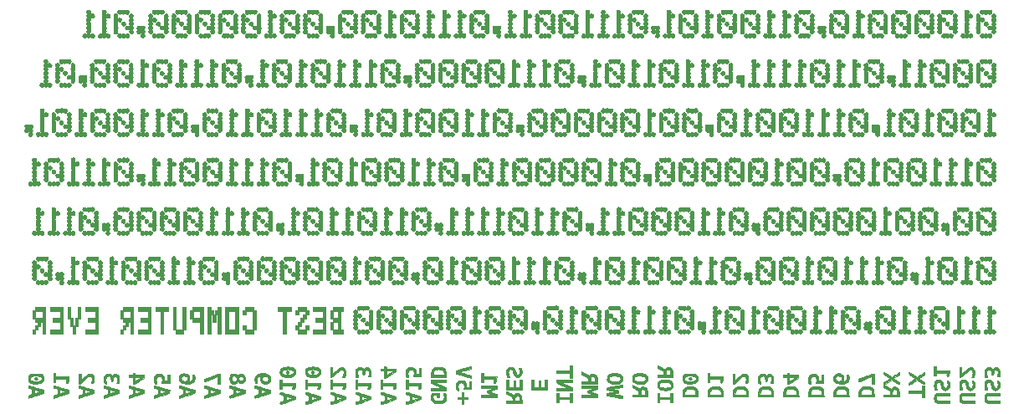
<source format=gbr>
G04 #@! TF.GenerationSoftware,KiCad,Pcbnew,(5.0.0)*
G04 #@! TF.CreationDate,2020-03-05T09:38:22+00:00*
G04 #@! TF.ProjectId,basic-mc6800,62617369632D6D63363830302E6B6963,rev?*
G04 #@! TF.SameCoordinates,Original*
G04 #@! TF.FileFunction,Legend,Bot*
G04 #@! TF.FilePolarity,Positive*
%FSLAX46Y46*%
G04 Gerber Fmt 4.6, Leading zero omitted, Abs format (unit mm)*
G04 Created by KiCad (PCBNEW (5.0.0)) date 03/05/20 09:38:22*
%MOMM*%
%LPD*%
G01*
G04 APERTURE LIST*
%ADD10C,0.010000*%
G04 APERTURE END LIST*
D10*
G04 #@! TO.C,G\002A\002A\002A*
G36*
X125470138Y-95177296D02*
X125422042Y-95250758D01*
X125414536Y-95310527D01*
X125437861Y-95407895D01*
X125503977Y-95461334D01*
X125557769Y-95469675D01*
X125630813Y-95452437D01*
X125662807Y-95431479D01*
X125692219Y-95371960D01*
X125701002Y-95310527D01*
X125677677Y-95213158D01*
X125611561Y-95159719D01*
X125557769Y-95151379D01*
X125470138Y-95177296D01*
X125470138Y-95177296D01*
G37*
X125470138Y-95177296D02*
X125422042Y-95250758D01*
X125414536Y-95310527D01*
X125437861Y-95407895D01*
X125503977Y-95461334D01*
X125557769Y-95469675D01*
X125630813Y-95452437D01*
X125662807Y-95431479D01*
X125692219Y-95371960D01*
X125701002Y-95310527D01*
X125677677Y-95213158D01*
X125611561Y-95159719D01*
X125557769Y-95151379D01*
X125470138Y-95177296D01*
G36*
X128016504Y-95177296D02*
X127968408Y-95250758D01*
X127960902Y-95310527D01*
X127984227Y-95407895D01*
X128050343Y-95461334D01*
X128104135Y-95469675D01*
X128177179Y-95452437D01*
X128209173Y-95431479D01*
X128238585Y-95371960D01*
X128247368Y-95310527D01*
X128224043Y-95213158D01*
X128157927Y-95159719D01*
X128104135Y-95151379D01*
X128016504Y-95177296D01*
X128016504Y-95177296D01*
G37*
X128016504Y-95177296D02*
X127968408Y-95250758D01*
X127960902Y-95310527D01*
X127984227Y-95407895D01*
X128050343Y-95461334D01*
X128104135Y-95469675D01*
X128177179Y-95452437D01*
X128209173Y-95431479D01*
X128238585Y-95371960D01*
X128247368Y-95310527D01*
X128224043Y-95213158D01*
X128157927Y-95159719D01*
X128104135Y-95151379D01*
X128016504Y-95177296D01*
G36*
X100014202Y-95842469D02*
X99959958Y-95906833D01*
X99951364Y-95961441D01*
X99977247Y-96054050D01*
X100041612Y-96111630D01*
X100126923Y-96123364D01*
X100181642Y-96103456D01*
X100232080Y-96044185D01*
X100242279Y-95964580D01*
X100217550Y-95886589D01*
X100163207Y-95832159D01*
X100112985Y-95819800D01*
X100014202Y-95842469D01*
X100014202Y-95842469D01*
G37*
X100014202Y-95842469D02*
X99959958Y-95906833D01*
X99951364Y-95961441D01*
X99977247Y-96054050D01*
X100041612Y-96111630D01*
X100126923Y-96123364D01*
X100181642Y-96103456D01*
X100232080Y-96044185D01*
X100242279Y-95964580D01*
X100217550Y-95886589D01*
X100163207Y-95832159D01*
X100112985Y-95819800D01*
X100014202Y-95842469D01*
G36*
X166219716Y-95842469D02*
X166165472Y-95906833D01*
X166156878Y-95961441D01*
X166182761Y-96054050D01*
X166247126Y-96111630D01*
X166332437Y-96123364D01*
X166387155Y-96103456D01*
X166437593Y-96044185D01*
X166447792Y-95964580D01*
X166423064Y-95886589D01*
X166368721Y-95832159D01*
X166318499Y-95819800D01*
X166219716Y-95842469D01*
X166219716Y-95842469D01*
G37*
X166219716Y-95842469D02*
X166165472Y-95906833D01*
X166156878Y-95961441D01*
X166182761Y-96054050D01*
X166247126Y-96111630D01*
X166332437Y-96123364D01*
X166387155Y-96103456D01*
X166437593Y-96044185D01*
X166447792Y-95964580D01*
X166423064Y-95886589D01*
X166368721Y-95832159D01*
X166318499Y-95819800D01*
X166219716Y-95842469D01*
G36*
X109213219Y-58656332D02*
X109149071Y-58691309D01*
X109147955Y-58692613D01*
X109112277Y-58725970D01*
X109087152Y-58706862D01*
X109078817Y-58692613D01*
X109026955Y-58656727D01*
X108941488Y-58643591D01*
X108848306Y-58653305D01*
X108773297Y-58685970D01*
X108766782Y-58691405D01*
X108721063Y-58723356D01*
X108687044Y-58707541D01*
X108672847Y-58691405D01*
X108604606Y-58652493D01*
X108510521Y-58645316D01*
X108419384Y-58668940D01*
X108374733Y-58701066D01*
X108325024Y-58793049D01*
X108326573Y-58886371D01*
X108368406Y-58968957D01*
X108439550Y-59028728D01*
X108529034Y-59053607D01*
X108625885Y-59031518D01*
X108657299Y-59012078D01*
X108713106Y-58983745D01*
X108765796Y-59001292D01*
X108781869Y-59012078D01*
X108886108Y-59052459D01*
X108993811Y-59042382D01*
X109059586Y-59003964D01*
X109108089Y-58968758D01*
X109147622Y-58979936D01*
X109176002Y-59003964D01*
X109267960Y-59048657D01*
X109376908Y-59048413D01*
X109441560Y-59023655D01*
X109496766Y-58958669D01*
X109519629Y-58863026D01*
X109506299Y-58762996D01*
X109485914Y-58721138D01*
X109431320Y-58665181D01*
X109351447Y-58644148D01*
X109311935Y-58642858D01*
X109213219Y-58656332D01*
X109213219Y-58656332D01*
G37*
X109213219Y-58656332D02*
X109149071Y-58691309D01*
X109147955Y-58692613D01*
X109112277Y-58725970D01*
X109087152Y-58706862D01*
X109078817Y-58692613D01*
X109026955Y-58656727D01*
X108941488Y-58643591D01*
X108848306Y-58653305D01*
X108773297Y-58685970D01*
X108766782Y-58691405D01*
X108721063Y-58723356D01*
X108687044Y-58707541D01*
X108672847Y-58691405D01*
X108604606Y-58652493D01*
X108510521Y-58645316D01*
X108419384Y-58668940D01*
X108374733Y-58701066D01*
X108325024Y-58793049D01*
X108326573Y-58886371D01*
X108368406Y-58968957D01*
X108439550Y-59028728D01*
X108529034Y-59053607D01*
X108625885Y-59031518D01*
X108657299Y-59012078D01*
X108713106Y-58983745D01*
X108765796Y-59001292D01*
X108781869Y-59012078D01*
X108886108Y-59052459D01*
X108993811Y-59042382D01*
X109059586Y-59003964D01*
X109108089Y-58968758D01*
X109147622Y-58979936D01*
X109176002Y-59003964D01*
X109267960Y-59048657D01*
X109376908Y-59048413D01*
X109441560Y-59023655D01*
X109496766Y-58958669D01*
X109519629Y-58863026D01*
X109506299Y-58762996D01*
X109485914Y-58721138D01*
X109431320Y-58665181D01*
X109351447Y-58644148D01*
X109311935Y-58642858D01*
X109213219Y-58656332D01*
G36*
X112743491Y-58657683D02*
X112682040Y-58691405D01*
X112645110Y-58723356D01*
X112606741Y-58707541D01*
X112588105Y-58691405D01*
X112501766Y-58650586D01*
X112397385Y-58648459D01*
X112307472Y-58685024D01*
X112299864Y-58691405D01*
X112254145Y-58723356D01*
X112220127Y-58707541D01*
X112205929Y-58691405D01*
X112139830Y-58654235D01*
X112045964Y-58644794D01*
X111953798Y-58662936D01*
X111905156Y-58692875D01*
X111864393Y-58772576D01*
X111858256Y-58874645D01*
X111885941Y-58968563D01*
X111913346Y-59003964D01*
X112004605Y-59049221D01*
X112108375Y-59048443D01*
X112196303Y-59001933D01*
X112197306Y-59000940D01*
X112242847Y-58963237D01*
X112278643Y-58972852D01*
X112308709Y-59000940D01*
X112398259Y-59049665D01*
X112502545Y-59046291D01*
X112572337Y-59012078D01*
X112628144Y-58983745D01*
X112680833Y-59001292D01*
X112696906Y-59012078D01*
X112796768Y-59051647D01*
X112900404Y-59046002D01*
X112980154Y-58998434D01*
X113017422Y-58923457D01*
X113031547Y-58824878D01*
X113021201Y-58731792D01*
X112994636Y-58681053D01*
X112929547Y-58651519D01*
X112835913Y-58644057D01*
X112743491Y-58657683D01*
X112743491Y-58657683D01*
G37*
X112743491Y-58657683D02*
X112682040Y-58691405D01*
X112645110Y-58723356D01*
X112606741Y-58707541D01*
X112588105Y-58691405D01*
X112501766Y-58650586D01*
X112397385Y-58648459D01*
X112307472Y-58685024D01*
X112299864Y-58691405D01*
X112254145Y-58723356D01*
X112220127Y-58707541D01*
X112205929Y-58691405D01*
X112139830Y-58654235D01*
X112045964Y-58644794D01*
X111953798Y-58662936D01*
X111905156Y-58692875D01*
X111864393Y-58772576D01*
X111858256Y-58874645D01*
X111885941Y-58968563D01*
X111913346Y-59003964D01*
X112004605Y-59049221D01*
X112108375Y-59048443D01*
X112196303Y-59001933D01*
X112197306Y-59000940D01*
X112242847Y-58963237D01*
X112278643Y-58972852D01*
X112308709Y-59000940D01*
X112398259Y-59049665D01*
X112502545Y-59046291D01*
X112572337Y-59012078D01*
X112628144Y-58983745D01*
X112680833Y-59001292D01*
X112696906Y-59012078D01*
X112796768Y-59051647D01*
X112900404Y-59046002D01*
X112980154Y-58998434D01*
X113017422Y-58923457D01*
X113031547Y-58824878D01*
X113021201Y-58731792D01*
X112994636Y-58681053D01*
X112929547Y-58651519D01*
X112835913Y-58644057D01*
X112743491Y-58657683D01*
G36*
X114303450Y-58654181D02*
X114242874Y-58696195D01*
X114223666Y-58722200D01*
X114187977Y-58821594D01*
X114201925Y-58915620D01*
X114253510Y-58993392D01*
X114330731Y-59044024D01*
X114421588Y-59056632D01*
X114514083Y-59020329D01*
X114534273Y-59003964D01*
X114582775Y-58968758D01*
X114622308Y-58979936D01*
X114650689Y-59003964D01*
X114741948Y-59049221D01*
X114845718Y-59048443D01*
X114933647Y-59001933D01*
X114934649Y-59000940D01*
X114980191Y-58963237D01*
X115015986Y-58972852D01*
X115046053Y-59000940D01*
X115131064Y-59047151D01*
X115232047Y-59051069D01*
X115320252Y-59012941D01*
X115335543Y-58998434D01*
X115377532Y-58913703D01*
X115385013Y-58810337D01*
X115357723Y-58718476D01*
X115338203Y-58692875D01*
X115265417Y-58655027D01*
X115169785Y-58644659D01*
X115080774Y-58661915D01*
X115037429Y-58691405D01*
X115000498Y-58723356D01*
X114962129Y-58707541D01*
X114943494Y-58691405D01*
X114863082Y-58652840D01*
X114762400Y-58645658D01*
X114672612Y-58670036D01*
X114645660Y-58689714D01*
X114603539Y-58720388D01*
X114568906Y-58700173D01*
X114559915Y-58689714D01*
X114502707Y-58658145D01*
X114412517Y-58643139D01*
X114398340Y-58642858D01*
X114303450Y-58654181D01*
X114303450Y-58654181D01*
G37*
X114303450Y-58654181D02*
X114242874Y-58696195D01*
X114223666Y-58722200D01*
X114187977Y-58821594D01*
X114201925Y-58915620D01*
X114253510Y-58993392D01*
X114330731Y-59044024D01*
X114421588Y-59056632D01*
X114514083Y-59020329D01*
X114534273Y-59003964D01*
X114582775Y-58968758D01*
X114622308Y-58979936D01*
X114650689Y-59003964D01*
X114741948Y-59049221D01*
X114845718Y-59048443D01*
X114933647Y-59001933D01*
X114934649Y-59000940D01*
X114980191Y-58963237D01*
X115015986Y-58972852D01*
X115046053Y-59000940D01*
X115131064Y-59047151D01*
X115232047Y-59051069D01*
X115320252Y-59012941D01*
X115335543Y-58998434D01*
X115377532Y-58913703D01*
X115385013Y-58810337D01*
X115357723Y-58718476D01*
X115338203Y-58692875D01*
X115265417Y-58655027D01*
X115169785Y-58644659D01*
X115080774Y-58661915D01*
X115037429Y-58691405D01*
X115000498Y-58723356D01*
X114962129Y-58707541D01*
X114943494Y-58691405D01*
X114863082Y-58652840D01*
X114762400Y-58645658D01*
X114672612Y-58670036D01*
X114645660Y-58689714D01*
X114603539Y-58720388D01*
X114568906Y-58700173D01*
X114559915Y-58689714D01*
X114502707Y-58658145D01*
X114412517Y-58643139D01*
X114398340Y-58642858D01*
X114303450Y-58654181D01*
G36*
X116637211Y-58669115D02*
X116566630Y-58736457D01*
X116535757Y-58827742D01*
X116551582Y-58925826D01*
X116597744Y-58992983D01*
X116690380Y-59046114D01*
X116796332Y-59050007D01*
X116889662Y-59003964D01*
X116938164Y-58968758D01*
X116977697Y-58979936D01*
X117006078Y-59003964D01*
X117095524Y-59048850D01*
X117196702Y-59049355D01*
X117281082Y-59005348D01*
X117281203Y-59005228D01*
X117325197Y-58970988D01*
X117363972Y-58983517D01*
X117389429Y-59005228D01*
X117482026Y-59050340D01*
X117587388Y-59046028D01*
X117679545Y-58993387D01*
X117679950Y-58992983D01*
X117731473Y-58904293D01*
X117738875Y-58802307D01*
X117701683Y-58712869D01*
X117685401Y-58695535D01*
X117612327Y-58657892D01*
X117518953Y-58643722D01*
X117430615Y-58653257D01*
X117372651Y-58686733D01*
X117368802Y-58692613D01*
X117342140Y-58725970D01*
X117311851Y-58706862D01*
X117299664Y-58692613D01*
X117236099Y-58656910D01*
X117142727Y-58643892D01*
X117048623Y-58653823D01*
X116982858Y-58686967D01*
X116980436Y-58689714D01*
X116943531Y-58720388D01*
X116905461Y-58700173D01*
X116894691Y-58689714D01*
X116831438Y-58657041D01*
X116743411Y-58642874D01*
X116740509Y-58642858D01*
X116637211Y-58669115D01*
X116637211Y-58669115D01*
G37*
X116637211Y-58669115D02*
X116566630Y-58736457D01*
X116535757Y-58827742D01*
X116551582Y-58925826D01*
X116597744Y-58992983D01*
X116690380Y-59046114D01*
X116796332Y-59050007D01*
X116889662Y-59003964D01*
X116938164Y-58968758D01*
X116977697Y-58979936D01*
X117006078Y-59003964D01*
X117095524Y-59048850D01*
X117196702Y-59049355D01*
X117281082Y-59005348D01*
X117281203Y-59005228D01*
X117325197Y-58970988D01*
X117363972Y-58983517D01*
X117389429Y-59005228D01*
X117482026Y-59050340D01*
X117587388Y-59046028D01*
X117679545Y-58993387D01*
X117679950Y-58992983D01*
X117731473Y-58904293D01*
X117738875Y-58802307D01*
X117701683Y-58712869D01*
X117685401Y-58695535D01*
X117612327Y-58657892D01*
X117518953Y-58643722D01*
X117430615Y-58653257D01*
X117372651Y-58686733D01*
X117368802Y-58692613D01*
X117342140Y-58725970D01*
X117311851Y-58706862D01*
X117299664Y-58692613D01*
X117236099Y-58656910D01*
X117142727Y-58643892D01*
X117048623Y-58653823D01*
X116982858Y-58686967D01*
X116980436Y-58689714D01*
X116943531Y-58720388D01*
X116905461Y-58700173D01*
X116894691Y-58689714D01*
X116831438Y-58657041D01*
X116743411Y-58642874D01*
X116740509Y-58642858D01*
X116637211Y-58669115D01*
G36*
X119780638Y-58656332D02*
X119716489Y-58691309D01*
X119715373Y-58692613D01*
X119679695Y-58725970D01*
X119654571Y-58706862D01*
X119646235Y-58692613D01*
X119594373Y-58656727D01*
X119508907Y-58643591D01*
X119415725Y-58653305D01*
X119340716Y-58685970D01*
X119334200Y-58691405D01*
X119288481Y-58723356D01*
X119254463Y-58707541D01*
X119240265Y-58691405D01*
X119172024Y-58652493D01*
X119077939Y-58645316D01*
X118986803Y-58668940D01*
X118942151Y-58701066D01*
X118898740Y-58788425D01*
X118894345Y-58891782D01*
X118928438Y-58982215D01*
X118947682Y-59003964D01*
X119041508Y-59049931D01*
X119149871Y-59047062D01*
X119224718Y-59012078D01*
X119280525Y-58983745D01*
X119333214Y-59001292D01*
X119349287Y-59012078D01*
X119453527Y-59052459D01*
X119561229Y-59042382D01*
X119627005Y-59003964D01*
X119675507Y-58968758D01*
X119715040Y-58979936D01*
X119743421Y-59003964D01*
X119835379Y-59048657D01*
X119944326Y-59048413D01*
X120008979Y-59023655D01*
X120064184Y-58958669D01*
X120087048Y-58863026D01*
X120073718Y-58762996D01*
X120053332Y-58721138D01*
X119998739Y-58665181D01*
X119918865Y-58644148D01*
X119879354Y-58642858D01*
X119780638Y-58656332D01*
X119780638Y-58656332D01*
G37*
X119780638Y-58656332D02*
X119716489Y-58691309D01*
X119715373Y-58692613D01*
X119679695Y-58725970D01*
X119654571Y-58706862D01*
X119646235Y-58692613D01*
X119594373Y-58656727D01*
X119508907Y-58643591D01*
X119415725Y-58653305D01*
X119340716Y-58685970D01*
X119334200Y-58691405D01*
X119288481Y-58723356D01*
X119254463Y-58707541D01*
X119240265Y-58691405D01*
X119172024Y-58652493D01*
X119077939Y-58645316D01*
X118986803Y-58668940D01*
X118942151Y-58701066D01*
X118898740Y-58788425D01*
X118894345Y-58891782D01*
X118928438Y-58982215D01*
X118947682Y-59003964D01*
X119041508Y-59049931D01*
X119149871Y-59047062D01*
X119224718Y-59012078D01*
X119280525Y-58983745D01*
X119333214Y-59001292D01*
X119349287Y-59012078D01*
X119453527Y-59052459D01*
X119561229Y-59042382D01*
X119627005Y-59003964D01*
X119675507Y-58968758D01*
X119715040Y-58979936D01*
X119743421Y-59003964D01*
X119835379Y-59048657D01*
X119944326Y-59048413D01*
X120008979Y-59023655D01*
X120064184Y-58958669D01*
X120087048Y-58863026D01*
X120073718Y-58762996D01*
X120053332Y-58721138D01*
X119998739Y-58665181D01*
X119918865Y-58644148D01*
X119879354Y-58642858D01*
X119780638Y-58656332D01*
G36*
X121348690Y-58655304D02*
X121285133Y-58693547D01*
X121277812Y-58704424D01*
X121247685Y-58808067D01*
X121254887Y-58915229D01*
X121297075Y-58998130D01*
X121303070Y-59003964D01*
X121394329Y-59049221D01*
X121498099Y-59048443D01*
X121586028Y-59001933D01*
X121587030Y-59000940D01*
X121632572Y-58963237D01*
X121668367Y-58972852D01*
X121698433Y-59000940D01*
X121787984Y-59049665D01*
X121892269Y-59046291D01*
X121962061Y-59012078D01*
X122017868Y-58983745D01*
X122070558Y-59001292D01*
X122086630Y-59012078D01*
X122186493Y-59051647D01*
X122290128Y-59046002D01*
X122369879Y-58998434D01*
X122407146Y-58923457D01*
X122421271Y-58824878D01*
X122410926Y-58731792D01*
X122384361Y-58681053D01*
X122319271Y-58651519D01*
X122225637Y-58644057D01*
X122133215Y-58657683D01*
X122071765Y-58691405D01*
X122034834Y-58723356D01*
X121996465Y-58707541D01*
X121977830Y-58691405D01*
X121891491Y-58650586D01*
X121787110Y-58648459D01*
X121697197Y-58685024D01*
X121689589Y-58691405D01*
X121643870Y-58723356D01*
X121609851Y-58707541D01*
X121595654Y-58691405D01*
X121530601Y-58653142D01*
X121439396Y-58641473D01*
X121348690Y-58655304D01*
X121348690Y-58655304D01*
G37*
X121348690Y-58655304D02*
X121285133Y-58693547D01*
X121277812Y-58704424D01*
X121247685Y-58808067D01*
X121254887Y-58915229D01*
X121297075Y-58998130D01*
X121303070Y-59003964D01*
X121394329Y-59049221D01*
X121498099Y-59048443D01*
X121586028Y-59001933D01*
X121587030Y-59000940D01*
X121632572Y-58963237D01*
X121668367Y-58972852D01*
X121698433Y-59000940D01*
X121787984Y-59049665D01*
X121892269Y-59046291D01*
X121962061Y-59012078D01*
X122017868Y-58983745D01*
X122070558Y-59001292D01*
X122086630Y-59012078D01*
X122186493Y-59051647D01*
X122290128Y-59046002D01*
X122369879Y-58998434D01*
X122407146Y-58923457D01*
X122421271Y-58824878D01*
X122410926Y-58731792D01*
X122384361Y-58681053D01*
X122319271Y-58651519D01*
X122225637Y-58644057D01*
X122133215Y-58657683D01*
X122071765Y-58691405D01*
X122034834Y-58723356D01*
X121996465Y-58707541D01*
X121977830Y-58691405D01*
X121891491Y-58650586D01*
X121787110Y-58648459D01*
X121697197Y-58685024D01*
X121689589Y-58691405D01*
X121643870Y-58723356D01*
X121609851Y-58707541D01*
X121595654Y-58691405D01*
X121530601Y-58653142D01*
X121439396Y-58641473D01*
X121348690Y-58655304D01*
G36*
X125244561Y-58660938D02*
X125184125Y-58719839D01*
X125160695Y-58826549D01*
X125159900Y-58858639D01*
X125186501Y-58959144D01*
X125255140Y-59027558D01*
X125349064Y-59056214D01*
X125451523Y-59037446D01*
X125495144Y-59012078D01*
X125550951Y-58983745D01*
X125603640Y-59001292D01*
X125619713Y-59012078D01*
X125727957Y-59053556D01*
X125837690Y-59035291D01*
X125877099Y-59012078D01*
X125932906Y-58983745D01*
X125985595Y-59001292D01*
X126001668Y-59012078D01*
X126101530Y-59051647D01*
X126205166Y-59046002D01*
X126284916Y-58998434D01*
X126322184Y-58923457D01*
X126336309Y-58824878D01*
X126325963Y-58731792D01*
X126299398Y-58681053D01*
X126234309Y-58651519D01*
X126140675Y-58644057D01*
X126048253Y-58657683D01*
X125986802Y-58691405D01*
X125949871Y-58723356D01*
X125911503Y-58707541D01*
X125892867Y-58691405D01*
X125806528Y-58650586D01*
X125702147Y-58648459D01*
X125612234Y-58685024D01*
X125604626Y-58691405D01*
X125558907Y-58723356D01*
X125524889Y-58707541D01*
X125510691Y-58691405D01*
X125450425Y-58657582D01*
X125356066Y-58642943D01*
X125348100Y-58642858D01*
X125244561Y-58660938D01*
X125244561Y-58660938D01*
G37*
X125244561Y-58660938D02*
X125184125Y-58719839D01*
X125160695Y-58826549D01*
X125159900Y-58858639D01*
X125186501Y-58959144D01*
X125255140Y-59027558D01*
X125349064Y-59056214D01*
X125451523Y-59037446D01*
X125495144Y-59012078D01*
X125550951Y-58983745D01*
X125603640Y-59001292D01*
X125619713Y-59012078D01*
X125727957Y-59053556D01*
X125837690Y-59035291D01*
X125877099Y-59012078D01*
X125932906Y-58983745D01*
X125985595Y-59001292D01*
X126001668Y-59012078D01*
X126101530Y-59051647D01*
X126205166Y-59046002D01*
X126284916Y-58998434D01*
X126322184Y-58923457D01*
X126336309Y-58824878D01*
X126325963Y-58731792D01*
X126299398Y-58681053D01*
X126234309Y-58651519D01*
X126140675Y-58644057D01*
X126048253Y-58657683D01*
X125986802Y-58691405D01*
X125949871Y-58723356D01*
X125911503Y-58707541D01*
X125892867Y-58691405D01*
X125806528Y-58650586D01*
X125702147Y-58648459D01*
X125612234Y-58685024D01*
X125604626Y-58691405D01*
X125558907Y-58723356D01*
X125524889Y-58707541D01*
X125510691Y-58691405D01*
X125450425Y-58657582D01*
X125356066Y-58642943D01*
X125348100Y-58642858D01*
X125244561Y-58660938D01*
G36*
X127608212Y-58654181D02*
X127547636Y-58696195D01*
X127528428Y-58722200D01*
X127492739Y-58821594D01*
X127506687Y-58915620D01*
X127558272Y-58993392D01*
X127635493Y-59044024D01*
X127726350Y-59056632D01*
X127818845Y-59020329D01*
X127839035Y-59003964D01*
X127887537Y-58968758D01*
X127927070Y-58979936D01*
X127955451Y-59003964D01*
X128046710Y-59049221D01*
X128150480Y-59048443D01*
X128238409Y-59001933D01*
X128239411Y-59000940D01*
X128284953Y-58963237D01*
X128320748Y-58972852D01*
X128350814Y-59000940D01*
X128435825Y-59047151D01*
X128536809Y-59051069D01*
X128625014Y-59012941D01*
X128640305Y-58998434D01*
X128683716Y-58911075D01*
X128688111Y-58807718D01*
X128654018Y-58717285D01*
X128634774Y-58695535D01*
X128554595Y-58654703D01*
X128457603Y-58645199D01*
X128372282Y-58667426D01*
X128342191Y-58691405D01*
X128305260Y-58723356D01*
X128266891Y-58707541D01*
X128248256Y-58691405D01*
X128167844Y-58652840D01*
X128067162Y-58645658D01*
X127977373Y-58670036D01*
X127950422Y-58689714D01*
X127908301Y-58720388D01*
X127873668Y-58700173D01*
X127864677Y-58689714D01*
X127807469Y-58658145D01*
X127717279Y-58643139D01*
X127703102Y-58642858D01*
X127608212Y-58654181D01*
X127608212Y-58654181D01*
G37*
X127608212Y-58654181D02*
X127547636Y-58696195D01*
X127528428Y-58722200D01*
X127492739Y-58821594D01*
X127506687Y-58915620D01*
X127558272Y-58993392D01*
X127635493Y-59044024D01*
X127726350Y-59056632D01*
X127818845Y-59020329D01*
X127839035Y-59003964D01*
X127887537Y-58968758D01*
X127927070Y-58979936D01*
X127955451Y-59003964D01*
X128046710Y-59049221D01*
X128150480Y-59048443D01*
X128238409Y-59001933D01*
X128239411Y-59000940D01*
X128284953Y-58963237D01*
X128320748Y-58972852D01*
X128350814Y-59000940D01*
X128435825Y-59047151D01*
X128536809Y-59051069D01*
X128625014Y-59012941D01*
X128640305Y-58998434D01*
X128683716Y-58911075D01*
X128688111Y-58807718D01*
X128654018Y-58717285D01*
X128634774Y-58695535D01*
X128554595Y-58654703D01*
X128457603Y-58645199D01*
X128372282Y-58667426D01*
X128342191Y-58691405D01*
X128305260Y-58723356D01*
X128266891Y-58707541D01*
X128248256Y-58691405D01*
X128167844Y-58652840D01*
X128067162Y-58645658D01*
X127977373Y-58670036D01*
X127950422Y-58689714D01*
X127908301Y-58720388D01*
X127873668Y-58700173D01*
X127864677Y-58689714D01*
X127807469Y-58658145D01*
X127717279Y-58643139D01*
X127703102Y-58642858D01*
X127608212Y-58654181D01*
G36*
X131932219Y-58644992D02*
X131864295Y-58676055D01*
X131851258Y-58692613D01*
X131824597Y-58725970D01*
X131794307Y-58706862D01*
X131782120Y-58692613D01*
X131718555Y-58656910D01*
X131625183Y-58643892D01*
X131531079Y-58653823D01*
X131465314Y-58686967D01*
X131462892Y-58689714D01*
X131425988Y-58720388D01*
X131387917Y-58700173D01*
X131377147Y-58689714D01*
X131299913Y-58651203D01*
X131199529Y-58645958D01*
X131106417Y-58672856D01*
X131069219Y-58701066D01*
X131020662Y-58791570D01*
X131022871Y-58883797D01*
X131064577Y-58966375D01*
X131134508Y-59027937D01*
X131221395Y-59057111D01*
X131313967Y-59042529D01*
X131370722Y-59005228D01*
X131418310Y-58970988D01*
X131455771Y-58983517D01*
X131478947Y-59005228D01*
X131563271Y-59049316D01*
X131664444Y-59048891D01*
X131753938Y-59004086D01*
X131754073Y-59003964D01*
X131802575Y-58968758D01*
X131842108Y-58979936D01*
X131870489Y-59003964D01*
X131964207Y-59050085D01*
X132070157Y-59046007D01*
X132162406Y-58992983D01*
X132217943Y-58897633D01*
X132214305Y-58789654D01*
X132176516Y-58713599D01*
X132113054Y-58665359D01*
X132023380Y-58641959D01*
X131932219Y-58644992D01*
X131932219Y-58644992D01*
G37*
X131932219Y-58644992D02*
X131864295Y-58676055D01*
X131851258Y-58692613D01*
X131824597Y-58725970D01*
X131794307Y-58706862D01*
X131782120Y-58692613D01*
X131718555Y-58656910D01*
X131625183Y-58643892D01*
X131531079Y-58653823D01*
X131465314Y-58686967D01*
X131462892Y-58689714D01*
X131425988Y-58720388D01*
X131387917Y-58700173D01*
X131377147Y-58689714D01*
X131299913Y-58651203D01*
X131199529Y-58645958D01*
X131106417Y-58672856D01*
X131069219Y-58701066D01*
X131020662Y-58791570D01*
X131022871Y-58883797D01*
X131064577Y-58966375D01*
X131134508Y-59027937D01*
X131221395Y-59057111D01*
X131313967Y-59042529D01*
X131370722Y-59005228D01*
X131418310Y-58970988D01*
X131455771Y-58983517D01*
X131478947Y-59005228D01*
X131563271Y-59049316D01*
X131664444Y-59048891D01*
X131753938Y-59004086D01*
X131754073Y-59003964D01*
X131802575Y-58968758D01*
X131842108Y-58979936D01*
X131870489Y-59003964D01*
X131964207Y-59050085D01*
X132070157Y-59046007D01*
X132162406Y-58992983D01*
X132217943Y-58897633D01*
X132214305Y-58789654D01*
X132176516Y-58713599D01*
X132113054Y-58665359D01*
X132023380Y-58641959D01*
X131932219Y-58644992D01*
G36*
X133911961Y-58650339D02*
X133834529Y-58678213D01*
X133816656Y-58691405D01*
X133770937Y-58723356D01*
X133736919Y-58707541D01*
X133722721Y-58691405D01*
X133654481Y-58652493D01*
X133560395Y-58645316D01*
X133469259Y-58668940D01*
X133424607Y-58701066D01*
X133381196Y-58788425D01*
X133376801Y-58891782D01*
X133410894Y-58982215D01*
X133430138Y-59003964D01*
X133521397Y-59049221D01*
X133625167Y-59048443D01*
X133713095Y-59001933D01*
X133714098Y-59000940D01*
X133759639Y-58963237D01*
X133795435Y-58972852D01*
X133825501Y-59000940D01*
X133912806Y-59047987D01*
X134016378Y-59049808D01*
X134107246Y-59005964D01*
X134108065Y-59005228D01*
X134155654Y-58970988D01*
X134193114Y-58983517D01*
X134216291Y-59005228D01*
X134296305Y-59047110D01*
X134395465Y-59052706D01*
X134482140Y-59021622D01*
X134497521Y-59008709D01*
X134560599Y-58907550D01*
X134561344Y-58795124D01*
X134543423Y-58746816D01*
X134498508Y-58683802D01*
X134428094Y-58654833D01*
X134379170Y-58648707D01*
X134260353Y-58657858D01*
X134200309Y-58689868D01*
X134155831Y-58723375D01*
X134133174Y-58710983D01*
X134124856Y-58691976D01*
X134081528Y-58657266D01*
X134002429Y-58643372D01*
X133911961Y-58650339D01*
X133911961Y-58650339D01*
G37*
X133911961Y-58650339D02*
X133834529Y-58678213D01*
X133816656Y-58691405D01*
X133770937Y-58723356D01*
X133736919Y-58707541D01*
X133722721Y-58691405D01*
X133654481Y-58652493D01*
X133560395Y-58645316D01*
X133469259Y-58668940D01*
X133424607Y-58701066D01*
X133381196Y-58788425D01*
X133376801Y-58891782D01*
X133410894Y-58982215D01*
X133430138Y-59003964D01*
X133521397Y-59049221D01*
X133625167Y-59048443D01*
X133713095Y-59001933D01*
X133714098Y-59000940D01*
X133759639Y-58963237D01*
X133795435Y-58972852D01*
X133825501Y-59000940D01*
X133912806Y-59047987D01*
X134016378Y-59049808D01*
X134107246Y-59005964D01*
X134108065Y-59005228D01*
X134155654Y-58970988D01*
X134193114Y-58983517D01*
X134216291Y-59005228D01*
X134296305Y-59047110D01*
X134395465Y-59052706D01*
X134482140Y-59021622D01*
X134497521Y-59008709D01*
X134560599Y-58907550D01*
X134561344Y-58795124D01*
X134543423Y-58746816D01*
X134498508Y-58683802D01*
X134428094Y-58654833D01*
X134379170Y-58648707D01*
X134260353Y-58657858D01*
X134200309Y-58689868D01*
X134155831Y-58723375D01*
X134133174Y-58710983D01*
X134124856Y-58691976D01*
X134081528Y-58657266D01*
X134002429Y-58643372D01*
X133911961Y-58650339D01*
G36*
X137384297Y-58668940D02*
X137339645Y-58701066D01*
X137296234Y-58788425D01*
X137291839Y-58891782D01*
X137325932Y-58982215D01*
X137345175Y-59003964D01*
X137436434Y-59049221D01*
X137540204Y-59048443D01*
X137628133Y-59001933D01*
X137629135Y-59000940D01*
X137674677Y-58963237D01*
X137710472Y-58972852D01*
X137740539Y-59000940D01*
X137827844Y-59047987D01*
X137931416Y-59049808D01*
X138022284Y-59005964D01*
X138023102Y-59005228D01*
X138070691Y-58970988D01*
X138108152Y-58983517D01*
X138131328Y-59005228D01*
X138211342Y-59047110D01*
X138310503Y-59052706D01*
X138397178Y-59021622D01*
X138412559Y-59008709D01*
X138475636Y-58907553D01*
X138476378Y-58795136D01*
X138458449Y-58746816D01*
X138416706Y-58686258D01*
X138352511Y-58657509D01*
X138286609Y-58649239D01*
X138172105Y-58655895D01*
X138116580Y-58688139D01*
X138078664Y-58720051D01*
X138040357Y-58700218D01*
X138029528Y-58689714D01*
X137953598Y-58652037D01*
X137853693Y-58645994D01*
X137760978Y-58671407D01*
X137731694Y-58691405D01*
X137685975Y-58723356D01*
X137651956Y-58707541D01*
X137637759Y-58691405D01*
X137569518Y-58652493D01*
X137475433Y-58645316D01*
X137384297Y-58668940D01*
X137384297Y-58668940D01*
G37*
X137384297Y-58668940D02*
X137339645Y-58701066D01*
X137296234Y-58788425D01*
X137291839Y-58891782D01*
X137325932Y-58982215D01*
X137345175Y-59003964D01*
X137436434Y-59049221D01*
X137540204Y-59048443D01*
X137628133Y-59001933D01*
X137629135Y-59000940D01*
X137674677Y-58963237D01*
X137710472Y-58972852D01*
X137740539Y-59000940D01*
X137827844Y-59047987D01*
X137931416Y-59049808D01*
X138022284Y-59005964D01*
X138023102Y-59005228D01*
X138070691Y-58970988D01*
X138108152Y-58983517D01*
X138131328Y-59005228D01*
X138211342Y-59047110D01*
X138310503Y-59052706D01*
X138397178Y-59021622D01*
X138412559Y-59008709D01*
X138475636Y-58907553D01*
X138476378Y-58795136D01*
X138458449Y-58746816D01*
X138416706Y-58686258D01*
X138352511Y-58657509D01*
X138286609Y-58649239D01*
X138172105Y-58655895D01*
X138116580Y-58688139D01*
X138078664Y-58720051D01*
X138040357Y-58700218D01*
X138029528Y-58689714D01*
X137953598Y-58652037D01*
X137853693Y-58645994D01*
X137760978Y-58671407D01*
X137731694Y-58691405D01*
X137685975Y-58723356D01*
X137651956Y-58707541D01*
X137637759Y-58691405D01*
X137569518Y-58652493D01*
X137475433Y-58645316D01*
X137384297Y-58668940D01*
G36*
X144425232Y-58669144D02*
X144349538Y-58742216D01*
X144321324Y-58853389D01*
X144321303Y-58856832D01*
X144348660Y-58950318D01*
X144418312Y-59017636D01*
X144511628Y-59051077D01*
X144609980Y-59042932D01*
X144676880Y-59003964D01*
X144725382Y-58968758D01*
X144764915Y-58979936D01*
X144793296Y-59003964D01*
X144887965Y-59050314D01*
X144997892Y-59045651D01*
X145074719Y-59009483D01*
X145128998Y-58979231D01*
X145164417Y-58991175D01*
X145181187Y-59009483D01*
X145250730Y-59049075D01*
X145344218Y-59051513D01*
X145435042Y-59018333D01*
X145467168Y-58992983D01*
X145518691Y-58904293D01*
X145526093Y-58802307D01*
X145488901Y-58712869D01*
X145472619Y-58695535D01*
X145389762Y-58654244D01*
X145288001Y-58645445D01*
X145197459Y-58669717D01*
X145170221Y-58689714D01*
X145128100Y-58720388D01*
X145093468Y-58700173D01*
X145084476Y-58689714D01*
X145024119Y-58657191D01*
X144932539Y-58644205D01*
X144839362Y-58651582D01*
X144774212Y-58680145D01*
X144773283Y-58681053D01*
X144729970Y-58702859D01*
X144696892Y-58681053D01*
X144641500Y-58655748D01*
X144554989Y-58643166D01*
X144539549Y-58642858D01*
X144425232Y-58669144D01*
X144425232Y-58669144D01*
G37*
X144425232Y-58669144D02*
X144349538Y-58742216D01*
X144321324Y-58853389D01*
X144321303Y-58856832D01*
X144348660Y-58950318D01*
X144418312Y-59017636D01*
X144511628Y-59051077D01*
X144609980Y-59042932D01*
X144676880Y-59003964D01*
X144725382Y-58968758D01*
X144764915Y-58979936D01*
X144793296Y-59003964D01*
X144887965Y-59050314D01*
X144997892Y-59045651D01*
X145074719Y-59009483D01*
X145128998Y-58979231D01*
X145164417Y-58991175D01*
X145181187Y-59009483D01*
X145250730Y-59049075D01*
X145344218Y-59051513D01*
X145435042Y-59018333D01*
X145467168Y-58992983D01*
X145518691Y-58904293D01*
X145526093Y-58802307D01*
X145488901Y-58712869D01*
X145472619Y-58695535D01*
X145389762Y-58654244D01*
X145288001Y-58645445D01*
X145197459Y-58669717D01*
X145170221Y-58689714D01*
X145128100Y-58720388D01*
X145093468Y-58700173D01*
X145084476Y-58689714D01*
X145024119Y-58657191D01*
X144932539Y-58644205D01*
X144839362Y-58651582D01*
X144774212Y-58680145D01*
X144773283Y-58681053D01*
X144729970Y-58702859D01*
X144696892Y-58681053D01*
X144641500Y-58655748D01*
X144554989Y-58643166D01*
X144539549Y-58642858D01*
X144425232Y-58669144D01*
G36*
X151113775Y-58650673D02*
X151049129Y-58677333D01*
X151043800Y-58682823D01*
X150992223Y-58783703D01*
X150992944Y-58882849D01*
X151035354Y-58968763D01*
X151108845Y-59029944D01*
X151202809Y-59054894D01*
X151306637Y-59032112D01*
X151345145Y-59009483D01*
X151399424Y-58979231D01*
X151434843Y-58991175D01*
X151451613Y-59009483D01*
X151520039Y-59048273D01*
X151612657Y-59052564D01*
X151700738Y-59023238D01*
X151729636Y-59000940D01*
X151775178Y-58963237D01*
X151810973Y-58972852D01*
X151841040Y-59000940D01*
X151926051Y-59047151D01*
X152027034Y-59051069D01*
X152115239Y-59012941D01*
X152130530Y-58998434D01*
X152172519Y-58913703D01*
X152180000Y-58810337D01*
X152152710Y-58718476D01*
X152133190Y-58692875D01*
X152060404Y-58655027D01*
X151964773Y-58644659D01*
X151875761Y-58661915D01*
X151832416Y-58691405D01*
X151795485Y-58723356D01*
X151757117Y-58707541D01*
X151738481Y-58691405D01*
X151658070Y-58652840D01*
X151557387Y-58645658D01*
X151467599Y-58670036D01*
X151440647Y-58689714D01*
X151398526Y-58720388D01*
X151363894Y-58700173D01*
X151354903Y-58689714D01*
X151295531Y-58657503D01*
X151205532Y-58644276D01*
X151113775Y-58650673D01*
X151113775Y-58650673D01*
G37*
X151113775Y-58650673D02*
X151049129Y-58677333D01*
X151043800Y-58682823D01*
X150992223Y-58783703D01*
X150992944Y-58882849D01*
X151035354Y-58968763D01*
X151108845Y-59029944D01*
X151202809Y-59054894D01*
X151306637Y-59032112D01*
X151345145Y-59009483D01*
X151399424Y-58979231D01*
X151434843Y-58991175D01*
X151451613Y-59009483D01*
X151520039Y-59048273D01*
X151612657Y-59052564D01*
X151700738Y-59023238D01*
X151729636Y-59000940D01*
X151775178Y-58963237D01*
X151810973Y-58972852D01*
X151841040Y-59000940D01*
X151926051Y-59047151D01*
X152027034Y-59051069D01*
X152115239Y-59012941D01*
X152130530Y-58998434D01*
X152172519Y-58913703D01*
X152180000Y-58810337D01*
X152152710Y-58718476D01*
X152133190Y-58692875D01*
X152060404Y-58655027D01*
X151964773Y-58644659D01*
X151875761Y-58661915D01*
X151832416Y-58691405D01*
X151795485Y-58723356D01*
X151757117Y-58707541D01*
X151738481Y-58691405D01*
X151658070Y-58652840D01*
X151557387Y-58645658D01*
X151467599Y-58670036D01*
X151440647Y-58689714D01*
X151398526Y-58720388D01*
X151363894Y-58700173D01*
X151354903Y-58689714D01*
X151295531Y-58657503D01*
X151205532Y-58644276D01*
X151113775Y-58650673D01*
G36*
X153433001Y-58669144D02*
X153357307Y-58742216D01*
X153329093Y-58853389D01*
X153329073Y-58856832D01*
X153356430Y-58950318D01*
X153426081Y-59017636D01*
X153519398Y-59051077D01*
X153617750Y-59042932D01*
X153684649Y-59003964D01*
X153733151Y-58968758D01*
X153772684Y-58979936D01*
X153801065Y-59003964D01*
X153895735Y-59050314D01*
X154005661Y-59045651D01*
X154082488Y-59009483D01*
X154136768Y-58979231D01*
X154172186Y-58991175D01*
X154188957Y-59009483D01*
X154258499Y-59049075D01*
X154351987Y-59051513D01*
X154442812Y-59018333D01*
X154474937Y-58992983D01*
X154526461Y-58904293D01*
X154533863Y-58802307D01*
X154496670Y-58712869D01*
X154480388Y-58695535D01*
X154397531Y-58654244D01*
X154295770Y-58645445D01*
X154205228Y-58669717D01*
X154177991Y-58689714D01*
X154135870Y-58720388D01*
X154101237Y-58700173D01*
X154092246Y-58689714D01*
X154031888Y-58657191D01*
X153940309Y-58644205D01*
X153847131Y-58651582D01*
X153781981Y-58680145D01*
X153781053Y-58681053D01*
X153737739Y-58702859D01*
X153704662Y-58681053D01*
X153649270Y-58655748D01*
X153562758Y-58643166D01*
X153547319Y-58642858D01*
X153433001Y-58669144D01*
X153433001Y-58669144D01*
G37*
X153433001Y-58669144D02*
X153357307Y-58742216D01*
X153329093Y-58853389D01*
X153329073Y-58856832D01*
X153356430Y-58950318D01*
X153426081Y-59017636D01*
X153519398Y-59051077D01*
X153617750Y-59042932D01*
X153684649Y-59003964D01*
X153733151Y-58968758D01*
X153772684Y-58979936D01*
X153801065Y-59003964D01*
X153895735Y-59050314D01*
X154005661Y-59045651D01*
X154082488Y-59009483D01*
X154136768Y-58979231D01*
X154172186Y-58991175D01*
X154188957Y-59009483D01*
X154258499Y-59049075D01*
X154351987Y-59051513D01*
X154442812Y-59018333D01*
X154474937Y-58992983D01*
X154526461Y-58904293D01*
X154533863Y-58802307D01*
X154496670Y-58712869D01*
X154480388Y-58695535D01*
X154397531Y-58654244D01*
X154295770Y-58645445D01*
X154205228Y-58669717D01*
X154177991Y-58689714D01*
X154135870Y-58720388D01*
X154101237Y-58700173D01*
X154092246Y-58689714D01*
X154031888Y-58657191D01*
X153940309Y-58644205D01*
X153847131Y-58651582D01*
X153781981Y-58680145D01*
X153781053Y-58681053D01*
X153737739Y-58702859D01*
X153704662Y-58681053D01*
X153649270Y-58655748D01*
X153562758Y-58643166D01*
X153547319Y-58642858D01*
X153433001Y-58669144D01*
G36*
X161285760Y-58656672D02*
X161224357Y-58688758D01*
X161223543Y-58689714D01*
X161186639Y-58720388D01*
X161148568Y-58700173D01*
X161137799Y-58689714D01*
X161061869Y-58652037D01*
X160961964Y-58645994D01*
X160869249Y-58671407D01*
X160839965Y-58691405D01*
X160794245Y-58723356D01*
X160760227Y-58707541D01*
X160746030Y-58691405D01*
X160679930Y-58654235D01*
X160586064Y-58644794D01*
X160493898Y-58662936D01*
X160445256Y-58692875D01*
X160404494Y-58772576D01*
X160398357Y-58874645D01*
X160426041Y-58968563D01*
X160453446Y-59003964D01*
X160544705Y-59049221D01*
X160648475Y-59048443D01*
X160736404Y-59001933D01*
X160737406Y-59000940D01*
X160782948Y-58963237D01*
X160818743Y-58972852D01*
X160848809Y-59000940D01*
X160926330Y-59044215D01*
X161020535Y-59054246D01*
X161102696Y-59030151D01*
X161126833Y-59009483D01*
X161163029Y-58979231D01*
X161205587Y-58991175D01*
X161233301Y-59009483D01*
X161335149Y-59050973D01*
X161439390Y-59046463D01*
X161520255Y-58998434D01*
X161557522Y-58923457D01*
X161571647Y-58824878D01*
X161561302Y-58731792D01*
X161534737Y-58681053D01*
X161470574Y-58651995D01*
X161377707Y-58644143D01*
X161285760Y-58656672D01*
X161285760Y-58656672D01*
G37*
X161285760Y-58656672D02*
X161224357Y-58688758D01*
X161223543Y-58689714D01*
X161186639Y-58720388D01*
X161148568Y-58700173D01*
X161137799Y-58689714D01*
X161061869Y-58652037D01*
X160961964Y-58645994D01*
X160869249Y-58671407D01*
X160839965Y-58691405D01*
X160794245Y-58723356D01*
X160760227Y-58707541D01*
X160746030Y-58691405D01*
X160679930Y-58654235D01*
X160586064Y-58644794D01*
X160493898Y-58662936D01*
X160445256Y-58692875D01*
X160404494Y-58772576D01*
X160398357Y-58874645D01*
X160426041Y-58968563D01*
X160453446Y-59003964D01*
X160544705Y-59049221D01*
X160648475Y-59048443D01*
X160736404Y-59001933D01*
X160737406Y-59000940D01*
X160782948Y-58963237D01*
X160818743Y-58972852D01*
X160848809Y-59000940D01*
X160926330Y-59044215D01*
X161020535Y-59054246D01*
X161102696Y-59030151D01*
X161126833Y-59009483D01*
X161163029Y-58979231D01*
X161205587Y-58991175D01*
X161233301Y-59009483D01*
X161335149Y-59050973D01*
X161439390Y-59046463D01*
X161520255Y-58998434D01*
X161557522Y-58923457D01*
X161571647Y-58824878D01*
X161561302Y-58731792D01*
X161534737Y-58681053D01*
X161470574Y-58651995D01*
X161377707Y-58644143D01*
X161285760Y-58656672D01*
G36*
X166376323Y-58657683D02*
X166314872Y-58691405D01*
X166277942Y-58723356D01*
X166239573Y-58707541D01*
X166220937Y-58691405D01*
X166134598Y-58650586D01*
X166030218Y-58648459D01*
X165940304Y-58685024D01*
X165932697Y-58691405D01*
X165886977Y-58723356D01*
X165852959Y-58707541D01*
X165838762Y-58691405D01*
X165772662Y-58654235D01*
X165678796Y-58644794D01*
X165586630Y-58662936D01*
X165537988Y-58692875D01*
X165497225Y-58772576D01*
X165491088Y-58874645D01*
X165518773Y-58968563D01*
X165546178Y-59003964D01*
X165637437Y-59049221D01*
X165741207Y-59048443D01*
X165829135Y-59001933D01*
X165830138Y-59000940D01*
X165875680Y-58963237D01*
X165911475Y-58972852D01*
X165941541Y-59000940D01*
X166031091Y-59049665D01*
X166135377Y-59046291D01*
X166205169Y-59012078D01*
X166260976Y-58983745D01*
X166313665Y-59001292D01*
X166329738Y-59012078D01*
X166429600Y-59051647D01*
X166533236Y-59046002D01*
X166612987Y-58998434D01*
X166650254Y-58923457D01*
X166664379Y-58824878D01*
X166654033Y-58731792D01*
X166627469Y-58681053D01*
X166562379Y-58651519D01*
X166468745Y-58644057D01*
X166376323Y-58657683D01*
X166376323Y-58657683D01*
G37*
X166376323Y-58657683D02*
X166314872Y-58691405D01*
X166277942Y-58723356D01*
X166239573Y-58707541D01*
X166220937Y-58691405D01*
X166134598Y-58650586D01*
X166030218Y-58648459D01*
X165940304Y-58685024D01*
X165932697Y-58691405D01*
X165886977Y-58723356D01*
X165852959Y-58707541D01*
X165838762Y-58691405D01*
X165772662Y-58654235D01*
X165678796Y-58644794D01*
X165586630Y-58662936D01*
X165537988Y-58692875D01*
X165497225Y-58772576D01*
X165491088Y-58874645D01*
X165518773Y-58968563D01*
X165546178Y-59003964D01*
X165637437Y-59049221D01*
X165741207Y-59048443D01*
X165829135Y-59001933D01*
X165830138Y-59000940D01*
X165875680Y-58963237D01*
X165911475Y-58972852D01*
X165941541Y-59000940D01*
X166031091Y-59049665D01*
X166135377Y-59046291D01*
X166205169Y-59012078D01*
X166260976Y-58983745D01*
X166313665Y-59001292D01*
X166329738Y-59012078D01*
X166429600Y-59051647D01*
X166533236Y-59046002D01*
X166612987Y-58998434D01*
X166650254Y-58923457D01*
X166664379Y-58824878D01*
X166654033Y-58731792D01*
X166627469Y-58681053D01*
X166562379Y-58651519D01*
X166468745Y-58644057D01*
X166376323Y-58657683D01*
G36*
X170291361Y-58657683D02*
X170229910Y-58691405D01*
X170192979Y-58723356D01*
X170154611Y-58707541D01*
X170135975Y-58691405D01*
X170049636Y-58650586D01*
X169945255Y-58648459D01*
X169855342Y-58685024D01*
X169847734Y-58691405D01*
X169802015Y-58723356D01*
X169767996Y-58707541D01*
X169753799Y-58691405D01*
X169687700Y-58654235D01*
X169593834Y-58644794D01*
X169501668Y-58662936D01*
X169453025Y-58692875D01*
X169412263Y-58772576D01*
X169406126Y-58874645D01*
X169433811Y-58968563D01*
X169461215Y-59003964D01*
X169552475Y-59049221D01*
X169656244Y-59048443D01*
X169744173Y-59001933D01*
X169745175Y-59000940D01*
X169790717Y-58963237D01*
X169826512Y-58972852D01*
X169856579Y-59000940D01*
X169946129Y-59049665D01*
X170050415Y-59046291D01*
X170120206Y-59012078D01*
X170176014Y-58983745D01*
X170228703Y-59001292D01*
X170244776Y-59012078D01*
X170344638Y-59051647D01*
X170448273Y-59046002D01*
X170528024Y-58998434D01*
X170565292Y-58923457D01*
X170579417Y-58824878D01*
X170569071Y-58731792D01*
X170542506Y-58681053D01*
X170477417Y-58651519D01*
X170383783Y-58644057D01*
X170291361Y-58657683D01*
X170291361Y-58657683D01*
G37*
X170291361Y-58657683D02*
X170229910Y-58691405D01*
X170192979Y-58723356D01*
X170154611Y-58707541D01*
X170135975Y-58691405D01*
X170049636Y-58650586D01*
X169945255Y-58648459D01*
X169855342Y-58685024D01*
X169847734Y-58691405D01*
X169802015Y-58723356D01*
X169767996Y-58707541D01*
X169753799Y-58691405D01*
X169687700Y-58654235D01*
X169593834Y-58644794D01*
X169501668Y-58662936D01*
X169453025Y-58692875D01*
X169412263Y-58772576D01*
X169406126Y-58874645D01*
X169433811Y-58968563D01*
X169461215Y-59003964D01*
X169552475Y-59049221D01*
X169656244Y-59048443D01*
X169744173Y-59001933D01*
X169745175Y-59000940D01*
X169790717Y-58963237D01*
X169826512Y-58972852D01*
X169856579Y-59000940D01*
X169946129Y-59049665D01*
X170050415Y-59046291D01*
X170120206Y-59012078D01*
X170176014Y-58983745D01*
X170228703Y-59001292D01*
X170244776Y-59012078D01*
X170344638Y-59051647D01*
X170448273Y-59046002D01*
X170528024Y-58998434D01*
X170565292Y-58923457D01*
X170579417Y-58824878D01*
X170569071Y-58731792D01*
X170542506Y-58681053D01*
X170477417Y-58651519D01*
X170383783Y-58644057D01*
X170291361Y-58657683D01*
G36*
X171851320Y-58654181D02*
X171790744Y-58696195D01*
X171771536Y-58722200D01*
X171735847Y-58821594D01*
X171749795Y-58915620D01*
X171801379Y-58993392D01*
X171878600Y-59044024D01*
X171969458Y-59056632D01*
X172061952Y-59020329D01*
X172082143Y-59003964D01*
X172130645Y-58968758D01*
X172170178Y-58979936D01*
X172198559Y-59003964D01*
X172289818Y-59049221D01*
X172393588Y-59048443D01*
X172481516Y-59001933D01*
X172482519Y-59000940D01*
X172528061Y-58963237D01*
X172563856Y-58972852D01*
X172593922Y-59000940D01*
X172678933Y-59047151D01*
X172779917Y-59051069D01*
X172868121Y-59012941D01*
X172883413Y-58998434D01*
X172925402Y-58913703D01*
X172932882Y-58810337D01*
X172905593Y-58718476D01*
X172886072Y-58692875D01*
X172813286Y-58655027D01*
X172717655Y-58644659D01*
X172628644Y-58661915D01*
X172585298Y-58691405D01*
X172548368Y-58723356D01*
X172509999Y-58707541D01*
X172491363Y-58691405D01*
X172410952Y-58652840D01*
X172310270Y-58645658D01*
X172220481Y-58670036D01*
X172193530Y-58689714D01*
X172151409Y-58720388D01*
X172116776Y-58700173D01*
X172107785Y-58689714D01*
X172050577Y-58658145D01*
X171960387Y-58643139D01*
X171946210Y-58642858D01*
X171851320Y-58654181D01*
X171851320Y-58654181D01*
G37*
X171851320Y-58654181D02*
X171790744Y-58696195D01*
X171771536Y-58722200D01*
X171735847Y-58821594D01*
X171749795Y-58915620D01*
X171801379Y-58993392D01*
X171878600Y-59044024D01*
X171969458Y-59056632D01*
X172061952Y-59020329D01*
X172082143Y-59003964D01*
X172130645Y-58968758D01*
X172170178Y-58979936D01*
X172198559Y-59003964D01*
X172289818Y-59049221D01*
X172393588Y-59048443D01*
X172481516Y-59001933D01*
X172482519Y-59000940D01*
X172528061Y-58963237D01*
X172563856Y-58972852D01*
X172593922Y-59000940D01*
X172678933Y-59047151D01*
X172779917Y-59051069D01*
X172868121Y-59012941D01*
X172883413Y-58998434D01*
X172925402Y-58913703D01*
X172932882Y-58810337D01*
X172905593Y-58718476D01*
X172886072Y-58692875D01*
X172813286Y-58655027D01*
X172717655Y-58644659D01*
X172628644Y-58661915D01*
X172585298Y-58691405D01*
X172548368Y-58723356D01*
X172509999Y-58707541D01*
X172491363Y-58691405D01*
X172410952Y-58652840D01*
X172310270Y-58645658D01*
X172220481Y-58670036D01*
X172193530Y-58689714D01*
X172151409Y-58720388D01*
X172116776Y-58700173D01*
X172107785Y-58689714D01*
X172050577Y-58658145D01*
X171960387Y-58643139D01*
X171946210Y-58642858D01*
X171851320Y-58654181D01*
G36*
X177317744Y-58660938D02*
X177257308Y-58719839D01*
X177233878Y-58826549D01*
X177233083Y-58858639D01*
X177259684Y-58959144D01*
X177328323Y-59027558D01*
X177422247Y-59056214D01*
X177524706Y-59037446D01*
X177568327Y-59012078D01*
X177624134Y-58983745D01*
X177676823Y-59001292D01*
X177692896Y-59012078D01*
X177801140Y-59053556D01*
X177910873Y-59035291D01*
X177950282Y-59012078D01*
X178006089Y-58983745D01*
X178058778Y-59001292D01*
X178074851Y-59012078D01*
X178174713Y-59051647D01*
X178278349Y-59046002D01*
X178358099Y-58998434D01*
X178395367Y-58923457D01*
X178409492Y-58824878D01*
X178399146Y-58731792D01*
X178372581Y-58681053D01*
X178307492Y-58651519D01*
X178213858Y-58644057D01*
X178121436Y-58657683D01*
X178059985Y-58691405D01*
X178023054Y-58723356D01*
X177984686Y-58707541D01*
X177966050Y-58691405D01*
X177879711Y-58650586D01*
X177775330Y-58648459D01*
X177685417Y-58685024D01*
X177677809Y-58691405D01*
X177632090Y-58723356D01*
X177598072Y-58707541D01*
X177583874Y-58691405D01*
X177523608Y-58657582D01*
X177429249Y-58642943D01*
X177421283Y-58642858D01*
X177317744Y-58660938D01*
X177317744Y-58660938D01*
G37*
X177317744Y-58660938D02*
X177257308Y-58719839D01*
X177233878Y-58826549D01*
X177233083Y-58858639D01*
X177259684Y-58959144D01*
X177328323Y-59027558D01*
X177422247Y-59056214D01*
X177524706Y-59037446D01*
X177568327Y-59012078D01*
X177624134Y-58983745D01*
X177676823Y-59001292D01*
X177692896Y-59012078D01*
X177801140Y-59053556D01*
X177910873Y-59035291D01*
X177950282Y-59012078D01*
X178006089Y-58983745D01*
X178058778Y-59001292D01*
X178074851Y-59012078D01*
X178174713Y-59051647D01*
X178278349Y-59046002D01*
X178358099Y-58998434D01*
X178395367Y-58923457D01*
X178409492Y-58824878D01*
X178399146Y-58731792D01*
X178372581Y-58681053D01*
X178307492Y-58651519D01*
X178213858Y-58644057D01*
X178121436Y-58657683D01*
X178059985Y-58691405D01*
X178023054Y-58723356D01*
X177984686Y-58707541D01*
X177966050Y-58691405D01*
X177879711Y-58650586D01*
X177775330Y-58648459D01*
X177685417Y-58685024D01*
X177677809Y-58691405D01*
X177632090Y-58723356D01*
X177598072Y-58707541D01*
X177583874Y-58691405D01*
X177523608Y-58657582D01*
X177429249Y-58642943D01*
X177421283Y-58642858D01*
X177317744Y-58660938D01*
G36*
X180859090Y-58654181D02*
X180798513Y-58696195D01*
X180779305Y-58722200D01*
X180743617Y-58821594D01*
X180757564Y-58915620D01*
X180809149Y-58993392D01*
X180886370Y-59044024D01*
X180977227Y-59056632D01*
X181069722Y-59020329D01*
X181089912Y-59003964D01*
X181138415Y-58968758D01*
X181177947Y-58979936D01*
X181206328Y-59003964D01*
X181297587Y-59049221D01*
X181401357Y-59048443D01*
X181489286Y-59001933D01*
X181490288Y-59000940D01*
X181535830Y-58963237D01*
X181571625Y-58972852D01*
X181601692Y-59000940D01*
X181686703Y-59047151D01*
X181787686Y-59051069D01*
X181875891Y-59012941D01*
X181891182Y-58998434D01*
X181934593Y-58911075D01*
X181938988Y-58807718D01*
X181904895Y-58717285D01*
X181885652Y-58695535D01*
X181805472Y-58654703D01*
X181708480Y-58645199D01*
X181623159Y-58667426D01*
X181593068Y-58691405D01*
X181556137Y-58723356D01*
X181517768Y-58707541D01*
X181499133Y-58691405D01*
X181428021Y-58655995D01*
X181335647Y-58643548D01*
X181247900Y-58653962D01*
X181190668Y-58687139D01*
X181187098Y-58692613D01*
X181160436Y-58725970D01*
X181130147Y-58706862D01*
X181117960Y-58692613D01*
X181055274Y-58657114D01*
X180957207Y-58642871D01*
X180953979Y-58642858D01*
X180859090Y-58654181D01*
X180859090Y-58654181D01*
G37*
X180859090Y-58654181D02*
X180798513Y-58696195D01*
X180779305Y-58722200D01*
X180743617Y-58821594D01*
X180757564Y-58915620D01*
X180809149Y-58993392D01*
X180886370Y-59044024D01*
X180977227Y-59056632D01*
X181069722Y-59020329D01*
X181089912Y-59003964D01*
X181138415Y-58968758D01*
X181177947Y-58979936D01*
X181206328Y-59003964D01*
X181297587Y-59049221D01*
X181401357Y-59048443D01*
X181489286Y-59001933D01*
X181490288Y-59000940D01*
X181535830Y-58963237D01*
X181571625Y-58972852D01*
X181601692Y-59000940D01*
X181686703Y-59047151D01*
X181787686Y-59051069D01*
X181875891Y-59012941D01*
X181891182Y-58998434D01*
X181934593Y-58911075D01*
X181938988Y-58807718D01*
X181904895Y-58717285D01*
X181885652Y-58695535D01*
X181805472Y-58654703D01*
X181708480Y-58645199D01*
X181623159Y-58667426D01*
X181593068Y-58691405D01*
X181556137Y-58723356D01*
X181517768Y-58707541D01*
X181499133Y-58691405D01*
X181428021Y-58655995D01*
X181335647Y-58643548D01*
X181247900Y-58653962D01*
X181190668Y-58687139D01*
X181187098Y-58692613D01*
X181160436Y-58725970D01*
X181130147Y-58706862D01*
X181117960Y-58692613D01*
X181055274Y-58657114D01*
X180957207Y-58642871D01*
X180953979Y-58642858D01*
X180859090Y-58654181D01*
G36*
X184773821Y-58654297D02*
X184713226Y-58696467D01*
X184695038Y-58721138D01*
X184658009Y-58822166D01*
X184670694Y-58917180D01*
X184721299Y-58995419D01*
X184798035Y-59046121D01*
X184889108Y-59058527D01*
X184982728Y-59021873D01*
X185004950Y-59003964D01*
X185053452Y-58968758D01*
X185092985Y-58979936D01*
X185121366Y-59003964D01*
X185215192Y-59049931D01*
X185323556Y-59047062D01*
X185398402Y-59012078D01*
X185454209Y-58983745D01*
X185506898Y-59001292D01*
X185522971Y-59012078D01*
X185622833Y-59051647D01*
X185726469Y-59046002D01*
X185806220Y-58998434D01*
X185849631Y-58911075D01*
X185854026Y-58807718D01*
X185819932Y-58717285D01*
X185800689Y-58695535D01*
X185720510Y-58654703D01*
X185623518Y-58645199D01*
X185538197Y-58667426D01*
X185508105Y-58691405D01*
X185471175Y-58723356D01*
X185432806Y-58707541D01*
X185414170Y-58691405D01*
X185343059Y-58655995D01*
X185250685Y-58643548D01*
X185162937Y-58653962D01*
X185105705Y-58687139D01*
X185102136Y-58692613D01*
X185075474Y-58725970D01*
X185045184Y-58706862D01*
X185032997Y-58692613D01*
X184970311Y-58657114D01*
X184872245Y-58642871D01*
X184869017Y-58642858D01*
X184773821Y-58654297D01*
X184773821Y-58654297D01*
G37*
X184773821Y-58654297D02*
X184713226Y-58696467D01*
X184695038Y-58721138D01*
X184658009Y-58822166D01*
X184670694Y-58917180D01*
X184721299Y-58995419D01*
X184798035Y-59046121D01*
X184889108Y-59058527D01*
X184982728Y-59021873D01*
X185004950Y-59003964D01*
X185053452Y-58968758D01*
X185092985Y-58979936D01*
X185121366Y-59003964D01*
X185215192Y-59049931D01*
X185323556Y-59047062D01*
X185398402Y-59012078D01*
X185454209Y-58983745D01*
X185506898Y-59001292D01*
X185522971Y-59012078D01*
X185622833Y-59051647D01*
X185726469Y-59046002D01*
X185806220Y-58998434D01*
X185849631Y-58911075D01*
X185854026Y-58807718D01*
X185819932Y-58717285D01*
X185800689Y-58695535D01*
X185720510Y-58654703D01*
X185623518Y-58645199D01*
X185538197Y-58667426D01*
X185508105Y-58691405D01*
X185471175Y-58723356D01*
X185432806Y-58707541D01*
X185414170Y-58691405D01*
X185343059Y-58655995D01*
X185250685Y-58643548D01*
X185162937Y-58653962D01*
X185105705Y-58687139D01*
X185102136Y-58692613D01*
X185075474Y-58725970D01*
X185045184Y-58706862D01*
X185032997Y-58692613D01*
X184970311Y-58657114D01*
X184872245Y-58642871D01*
X184869017Y-58642858D01*
X184773821Y-58654297D01*
G36*
X187920440Y-58644992D02*
X187852516Y-58676055D01*
X187839479Y-58692613D01*
X187812817Y-58725970D01*
X187782528Y-58706862D01*
X187770341Y-58692613D01*
X187706775Y-58656910D01*
X187613404Y-58643892D01*
X187519300Y-58653823D01*
X187453534Y-58686967D01*
X187451112Y-58689714D01*
X187414208Y-58720388D01*
X187376137Y-58700173D01*
X187365367Y-58689714D01*
X187288134Y-58651203D01*
X187187750Y-58645958D01*
X187094637Y-58672856D01*
X187057439Y-58701066D01*
X187008883Y-58791570D01*
X187011092Y-58883797D01*
X187052797Y-58966375D01*
X187122728Y-59027937D01*
X187209615Y-59057111D01*
X187302187Y-59042529D01*
X187358942Y-59005228D01*
X187406531Y-58970988D01*
X187443991Y-58983517D01*
X187467168Y-59005228D01*
X187551491Y-59049316D01*
X187652665Y-59048891D01*
X187742158Y-59004086D01*
X187742293Y-59003964D01*
X187790796Y-58968758D01*
X187830328Y-58979936D01*
X187858709Y-59003964D01*
X187952427Y-59050085D01*
X188058378Y-59046007D01*
X188150626Y-58992983D01*
X188206163Y-58897633D01*
X188202526Y-58789654D01*
X188164736Y-58713599D01*
X188101274Y-58665359D01*
X188011601Y-58641959D01*
X187920440Y-58644992D01*
X187920440Y-58644992D01*
G37*
X187920440Y-58644992D02*
X187852516Y-58676055D01*
X187839479Y-58692613D01*
X187812817Y-58725970D01*
X187782528Y-58706862D01*
X187770341Y-58692613D01*
X187706775Y-58656910D01*
X187613404Y-58643892D01*
X187519300Y-58653823D01*
X187453534Y-58686967D01*
X187451112Y-58689714D01*
X187414208Y-58720388D01*
X187376137Y-58700173D01*
X187365367Y-58689714D01*
X187288134Y-58651203D01*
X187187750Y-58645958D01*
X187094637Y-58672856D01*
X187057439Y-58701066D01*
X187008883Y-58791570D01*
X187011092Y-58883797D01*
X187052797Y-58966375D01*
X187122728Y-59027937D01*
X187209615Y-59057111D01*
X187302187Y-59042529D01*
X187358942Y-59005228D01*
X187406531Y-58970988D01*
X187443991Y-58983517D01*
X187467168Y-59005228D01*
X187551491Y-59049316D01*
X187652665Y-59048891D01*
X187742158Y-59004086D01*
X187742293Y-59003964D01*
X187790796Y-58968758D01*
X187830328Y-58979936D01*
X187858709Y-59003964D01*
X187952427Y-59050085D01*
X188058378Y-59046007D01*
X188150626Y-58992983D01*
X188206163Y-58897633D01*
X188202526Y-58789654D01*
X188164736Y-58713599D01*
X188101274Y-58665359D01*
X188011601Y-58641959D01*
X187920440Y-58644992D01*
G36*
X189457480Y-58668940D02*
X189412828Y-58701066D01*
X189369417Y-58788425D01*
X189365022Y-58891782D01*
X189399115Y-58982215D01*
X189418358Y-59003964D01*
X189509617Y-59049221D01*
X189613387Y-59048443D01*
X189701316Y-59001933D01*
X189702318Y-59000940D01*
X189747860Y-58963237D01*
X189783655Y-58972852D01*
X189813722Y-59000940D01*
X189901027Y-59047987D01*
X190004599Y-59049808D01*
X190095467Y-59005964D01*
X190096285Y-59005228D01*
X190143874Y-58970988D01*
X190181334Y-58983517D01*
X190204511Y-59005228D01*
X190284525Y-59047110D01*
X190383686Y-59052706D01*
X190470361Y-59021622D01*
X190485741Y-59008709D01*
X190548819Y-58907553D01*
X190549561Y-58795136D01*
X190531632Y-58746816D01*
X190489889Y-58686258D01*
X190425694Y-58657509D01*
X190359792Y-58649239D01*
X190245288Y-58655895D01*
X190189763Y-58688139D01*
X190151847Y-58720051D01*
X190113540Y-58700218D01*
X190102711Y-58689714D01*
X190026781Y-58652037D01*
X189926876Y-58645994D01*
X189834161Y-58671407D01*
X189804877Y-58691405D01*
X189759158Y-58723356D01*
X189725139Y-58707541D01*
X189710942Y-58691405D01*
X189642701Y-58652493D01*
X189548616Y-58645316D01*
X189457480Y-58668940D01*
X189457480Y-58668940D01*
G37*
X189457480Y-58668940D02*
X189412828Y-58701066D01*
X189369417Y-58788425D01*
X189365022Y-58891782D01*
X189399115Y-58982215D01*
X189418358Y-59003964D01*
X189509617Y-59049221D01*
X189613387Y-59048443D01*
X189701316Y-59001933D01*
X189702318Y-59000940D01*
X189747860Y-58963237D01*
X189783655Y-58972852D01*
X189813722Y-59000940D01*
X189901027Y-59047987D01*
X190004599Y-59049808D01*
X190095467Y-59005964D01*
X190096285Y-59005228D01*
X190143874Y-58970988D01*
X190181334Y-58983517D01*
X190204511Y-59005228D01*
X190284525Y-59047110D01*
X190383686Y-59052706D01*
X190470361Y-59021622D01*
X190485741Y-59008709D01*
X190548819Y-58907553D01*
X190549561Y-58795136D01*
X190531632Y-58746816D01*
X190489889Y-58686258D01*
X190425694Y-58657509D01*
X190359792Y-58649239D01*
X190245288Y-58655895D01*
X190189763Y-58688139D01*
X190151847Y-58720051D01*
X190113540Y-58700218D01*
X190102711Y-58689714D01*
X190026781Y-58652037D01*
X189926876Y-58645994D01*
X189834161Y-58671407D01*
X189804877Y-58691405D01*
X189759158Y-58723356D01*
X189725139Y-58707541D01*
X189710942Y-58691405D01*
X189642701Y-58652493D01*
X189548616Y-58645316D01*
X189457480Y-58668940D01*
G36*
X191817869Y-58653303D02*
X191752383Y-58684864D01*
X191749200Y-58688395D01*
X191714412Y-58772757D01*
X191714393Y-58877889D01*
X191747676Y-58972224D01*
X191763370Y-58993079D01*
X191850346Y-59045985D01*
X191957199Y-59050476D01*
X192055170Y-59009483D01*
X192109449Y-58979231D01*
X192144868Y-58991175D01*
X192161638Y-59009483D01*
X192230064Y-59048273D01*
X192322682Y-59052564D01*
X192410763Y-59023238D01*
X192439662Y-59000940D01*
X192485203Y-58963237D01*
X192520998Y-58972852D01*
X192551065Y-59000940D01*
X192636076Y-59047151D01*
X192737060Y-59051069D01*
X192825264Y-59012941D01*
X192840555Y-58998434D01*
X192882544Y-58913703D01*
X192890025Y-58810337D01*
X192862735Y-58718476D01*
X192843215Y-58692875D01*
X192770429Y-58655027D01*
X192674798Y-58644659D01*
X192585787Y-58661915D01*
X192542441Y-58691405D01*
X192505511Y-58723356D01*
X192467142Y-58707541D01*
X192448506Y-58691405D01*
X192362167Y-58650586D01*
X192257786Y-58648459D01*
X192167873Y-58685024D01*
X192160265Y-58691405D01*
X192114546Y-58723356D01*
X192080528Y-58707541D01*
X192066330Y-58691405D01*
X192003937Y-58656849D01*
X191911418Y-58644056D01*
X191817869Y-58653303D01*
X191817869Y-58653303D01*
G37*
X191817869Y-58653303D02*
X191752383Y-58684864D01*
X191749200Y-58688395D01*
X191714412Y-58772757D01*
X191714393Y-58877889D01*
X191747676Y-58972224D01*
X191763370Y-58993079D01*
X191850346Y-59045985D01*
X191957199Y-59050476D01*
X192055170Y-59009483D01*
X192109449Y-58979231D01*
X192144868Y-58991175D01*
X192161638Y-59009483D01*
X192230064Y-59048273D01*
X192322682Y-59052564D01*
X192410763Y-59023238D01*
X192439662Y-59000940D01*
X192485203Y-58963237D01*
X192520998Y-58972852D01*
X192551065Y-59000940D01*
X192636076Y-59047151D01*
X192737060Y-59051069D01*
X192825264Y-59012941D01*
X192840555Y-58998434D01*
X192882544Y-58913703D01*
X192890025Y-58810337D01*
X192862735Y-58718476D01*
X192843215Y-58692875D01*
X192770429Y-58655027D01*
X192674798Y-58644659D01*
X192585787Y-58661915D01*
X192542441Y-58691405D01*
X192505511Y-58723356D01*
X192467142Y-58707541D01*
X192448506Y-58691405D01*
X192362167Y-58650586D01*
X192257786Y-58648459D01*
X192167873Y-58685024D01*
X192160265Y-58691405D01*
X192114546Y-58723356D01*
X192080528Y-58707541D01*
X192066330Y-58691405D01*
X192003937Y-58656849D01*
X191911418Y-58644056D01*
X191817869Y-58653303D01*
G36*
X195728690Y-58655298D02*
X195662660Y-58690374D01*
X195660998Y-58692298D01*
X195625046Y-58779109D01*
X195627611Y-58884835D01*
X195666977Y-58979058D01*
X195677949Y-58992572D01*
X195765293Y-59045883D01*
X195872358Y-59050472D01*
X195970207Y-59009483D01*
X196024487Y-58979231D01*
X196059906Y-58991175D01*
X196076676Y-59009483D01*
X196145102Y-59048273D01*
X196237719Y-59052564D01*
X196325800Y-59023238D01*
X196354699Y-59000940D01*
X196400241Y-58963237D01*
X196436036Y-58972852D01*
X196466103Y-59000940D01*
X196551114Y-59047151D01*
X196652097Y-59051069D01*
X196740302Y-59012941D01*
X196755593Y-58998434D01*
X196797582Y-58913703D01*
X196805063Y-58810337D01*
X196777773Y-58718476D01*
X196758253Y-58692875D01*
X196685467Y-58655027D01*
X196589835Y-58644659D01*
X196500824Y-58661915D01*
X196457479Y-58691405D01*
X196420548Y-58723356D01*
X196382179Y-58707541D01*
X196363544Y-58691405D01*
X196277205Y-58650586D01*
X196172824Y-58648459D01*
X196082911Y-58685024D01*
X196075303Y-58691405D01*
X196029584Y-58723356D01*
X195995565Y-58707541D01*
X195981368Y-58691405D01*
X195917257Y-58655732D01*
X195823293Y-58643724D01*
X195728690Y-58655298D01*
X195728690Y-58655298D01*
G37*
X195728690Y-58655298D02*
X195662660Y-58690374D01*
X195660998Y-58692298D01*
X195625046Y-58779109D01*
X195627611Y-58884835D01*
X195666977Y-58979058D01*
X195677949Y-58992572D01*
X195765293Y-59045883D01*
X195872358Y-59050472D01*
X195970207Y-59009483D01*
X196024487Y-58979231D01*
X196059906Y-58991175D01*
X196076676Y-59009483D01*
X196145102Y-59048273D01*
X196237719Y-59052564D01*
X196325800Y-59023238D01*
X196354699Y-59000940D01*
X196400241Y-58963237D01*
X196436036Y-58972852D01*
X196466103Y-59000940D01*
X196551114Y-59047151D01*
X196652097Y-59051069D01*
X196740302Y-59012941D01*
X196755593Y-58998434D01*
X196797582Y-58913703D01*
X196805063Y-58810337D01*
X196777773Y-58718476D01*
X196758253Y-58692875D01*
X196685467Y-58655027D01*
X196589835Y-58644659D01*
X196500824Y-58661915D01*
X196457479Y-58691405D01*
X196420548Y-58723356D01*
X196382179Y-58707541D01*
X196363544Y-58691405D01*
X196277205Y-58650586D01*
X196172824Y-58648459D01*
X196082911Y-58685024D01*
X196075303Y-58691405D01*
X196029584Y-58723356D01*
X195995565Y-58707541D01*
X195981368Y-58691405D01*
X195917257Y-58655732D01*
X195823293Y-58643724D01*
X195728690Y-58655298D01*
G36*
X108856079Y-59835829D02*
X108771057Y-59903056D01*
X108769979Y-59904418D01*
X108713424Y-60005668D01*
X108717298Y-60096522D01*
X108782074Y-60187975D01*
X108782137Y-60188039D01*
X108874573Y-60253439D01*
X108966167Y-60257447D01*
X109047053Y-60216617D01*
X109099206Y-60157231D01*
X109117411Y-60065162D01*
X109117794Y-60043359D01*
X109093974Y-59931936D01*
X109032464Y-59856231D01*
X108948190Y-59822208D01*
X108856079Y-59835829D01*
X108856079Y-59835829D01*
G37*
X108856079Y-59835829D02*
X108771057Y-59903056D01*
X108769979Y-59904418D01*
X108713424Y-60005668D01*
X108717298Y-60096522D01*
X108782074Y-60187975D01*
X108782137Y-60188039D01*
X108874573Y-60253439D01*
X108966167Y-60257447D01*
X109047053Y-60216617D01*
X109099206Y-60157231D01*
X109117411Y-60065162D01*
X109117794Y-60043359D01*
X109093974Y-59931936D01*
X109032464Y-59856231D01*
X108948190Y-59822208D01*
X108856079Y-59835829D01*
G36*
X112348455Y-59848255D02*
X112277707Y-59919021D01*
X112240378Y-60014335D01*
X112245106Y-60115682D01*
X112276880Y-60178766D01*
X112347995Y-60229333D01*
X112444923Y-60253284D01*
X112523559Y-60244739D01*
X112604291Y-60186942D01*
X112643242Y-60101197D01*
X112643618Y-60004595D01*
X112608625Y-59914226D01*
X112541470Y-59847183D01*
X112445358Y-59820556D01*
X112443985Y-59820552D01*
X112348455Y-59848255D01*
X112348455Y-59848255D01*
G37*
X112348455Y-59848255D02*
X112277707Y-59919021D01*
X112240378Y-60014335D01*
X112245106Y-60115682D01*
X112276880Y-60178766D01*
X112347995Y-60229333D01*
X112444923Y-60253284D01*
X112523559Y-60244739D01*
X112604291Y-60186942D01*
X112643242Y-60101197D01*
X112643618Y-60004595D01*
X112608625Y-59914226D01*
X112541470Y-59847183D01*
X112445358Y-59820556D01*
X112443985Y-59820552D01*
X112348455Y-59848255D01*
G36*
X114657794Y-59873477D02*
X114604413Y-59962072D01*
X114592481Y-60043359D01*
X114605551Y-60143716D01*
X114650908Y-60207321D01*
X114663223Y-60216617D01*
X114756215Y-60260666D01*
X114843923Y-60249497D01*
X114922399Y-60200196D01*
X114990918Y-60111722D01*
X115003872Y-60009372D01*
X114960449Y-59911147D01*
X114936605Y-59885451D01*
X114838557Y-59828435D01*
X114740731Y-59826688D01*
X114657794Y-59873477D01*
X114657794Y-59873477D01*
G37*
X114657794Y-59873477D02*
X114604413Y-59962072D01*
X114592481Y-60043359D01*
X114605551Y-60143716D01*
X114650908Y-60207321D01*
X114663223Y-60216617D01*
X114756215Y-60260666D01*
X114843923Y-60249497D01*
X114922399Y-60200196D01*
X114990918Y-60111722D01*
X115003872Y-60009372D01*
X114960449Y-59911147D01*
X114936605Y-59885451D01*
X114838557Y-59828435D01*
X114740731Y-59826688D01*
X114657794Y-59873477D01*
G36*
X117061988Y-59846698D02*
X116984953Y-59910429D01*
X116929807Y-59989678D01*
X116916040Y-60043359D01*
X116942187Y-60120218D01*
X117005917Y-60197253D01*
X117085166Y-60252399D01*
X117138847Y-60266166D01*
X117206312Y-60244544D01*
X117279382Y-60192094D01*
X117283527Y-60188039D01*
X117337344Y-60115804D01*
X117361549Y-60046919D01*
X117361654Y-60043359D01*
X117335507Y-59966499D01*
X117271777Y-59889465D01*
X117192528Y-59834319D01*
X117138847Y-59820552D01*
X117061988Y-59846698D01*
X117061988Y-59846698D01*
G37*
X117061988Y-59846698D02*
X116984953Y-59910429D01*
X116929807Y-59989678D01*
X116916040Y-60043359D01*
X116942187Y-60120218D01*
X117005917Y-60197253D01*
X117085166Y-60252399D01*
X117138847Y-60266166D01*
X117206312Y-60244544D01*
X117279382Y-60192094D01*
X117283527Y-60188039D01*
X117337344Y-60115804D01*
X117361549Y-60046919D01*
X117361654Y-60043359D01*
X117335507Y-59966499D01*
X117271777Y-59889465D01*
X117192528Y-59834319D01*
X117138847Y-59820552D01*
X117061988Y-59846698D01*
G36*
X119415483Y-59839137D02*
X119340636Y-59894220D01*
X119280779Y-59994631D01*
X119280698Y-60096291D01*
X119339811Y-60187048D01*
X119355295Y-60200196D01*
X119451953Y-60256261D01*
X119539249Y-60256179D01*
X119614472Y-60216617D01*
X119666625Y-60157231D01*
X119684830Y-60065162D01*
X119685213Y-60043359D01*
X119660997Y-59930597D01*
X119598158Y-59854727D01*
X119511415Y-59822117D01*
X119415483Y-59839137D01*
X119415483Y-59839137D01*
G37*
X119415483Y-59839137D02*
X119340636Y-59894220D01*
X119280779Y-59994631D01*
X119280698Y-60096291D01*
X119339811Y-60187048D01*
X119355295Y-60200196D01*
X119451953Y-60256261D01*
X119539249Y-60256179D01*
X119614472Y-60216617D01*
X119666625Y-60157231D01*
X119684830Y-60065162D01*
X119685213Y-60043359D01*
X119660997Y-59930597D01*
X119598158Y-59854727D01*
X119511415Y-59822117D01*
X119415483Y-59839137D01*
G36*
X121738179Y-59848255D02*
X121667431Y-59919021D01*
X121630102Y-60014335D01*
X121634830Y-60115682D01*
X121666604Y-60178766D01*
X121737719Y-60229333D01*
X121834648Y-60253284D01*
X121913283Y-60244739D01*
X121994015Y-60186942D01*
X122032966Y-60101197D01*
X122033342Y-60004595D01*
X121998349Y-59914226D01*
X121931194Y-59847183D01*
X121835082Y-59820556D01*
X121833709Y-59820552D01*
X121738179Y-59848255D01*
X121738179Y-59848255D01*
G37*
X121738179Y-59848255D02*
X121667431Y-59919021D01*
X121630102Y-60014335D01*
X121634830Y-60115682D01*
X121666604Y-60178766D01*
X121737719Y-60229333D01*
X121834648Y-60253284D01*
X121913283Y-60244739D01*
X121994015Y-60186942D01*
X122032966Y-60101197D01*
X122033342Y-60004595D01*
X121998349Y-59914226D01*
X121931194Y-59847183D01*
X121835082Y-59820556D01*
X121833709Y-59820552D01*
X121738179Y-59848255D01*
G36*
X125653217Y-59848255D02*
X125582469Y-59919021D01*
X125545140Y-60014335D01*
X125549868Y-60115682D01*
X125581642Y-60178766D01*
X125652757Y-60229333D01*
X125749685Y-60253284D01*
X125828321Y-60244739D01*
X125909053Y-60186942D01*
X125948004Y-60101197D01*
X125948380Y-60004595D01*
X125913387Y-59914226D01*
X125846232Y-59847183D01*
X125750120Y-59820556D01*
X125748747Y-59820552D01*
X125653217Y-59848255D01*
X125653217Y-59848255D01*
G37*
X125653217Y-59848255D02*
X125582469Y-59919021D01*
X125545140Y-60014335D01*
X125549868Y-60115682D01*
X125581642Y-60178766D01*
X125652757Y-60229333D01*
X125749685Y-60253284D01*
X125828321Y-60244739D01*
X125909053Y-60186942D01*
X125948004Y-60101197D01*
X125948380Y-60004595D01*
X125913387Y-59914226D01*
X125846232Y-59847183D01*
X125750120Y-59820556D01*
X125748747Y-59820552D01*
X125653217Y-59848255D01*
G36*
X127959685Y-59874237D02*
X127908059Y-59964037D01*
X127897243Y-60043359D01*
X127910313Y-60143716D01*
X127955670Y-60207321D01*
X127967984Y-60216617D01*
X128060977Y-60260666D01*
X128148685Y-60249497D01*
X128227161Y-60200196D01*
X128296138Y-60112072D01*
X128307147Y-60011495D01*
X128259697Y-59913372D01*
X128237359Y-59889759D01*
X128138494Y-59830704D01*
X128041216Y-59827661D01*
X127959685Y-59874237D01*
X127959685Y-59874237D01*
G37*
X127959685Y-59874237D02*
X127908059Y-59964037D01*
X127897243Y-60043359D01*
X127910313Y-60143716D01*
X127955670Y-60207321D01*
X127967984Y-60216617D01*
X128060977Y-60260666D01*
X128148685Y-60249497D01*
X128227161Y-60200196D01*
X128296138Y-60112072D01*
X128307147Y-60011495D01*
X128259697Y-59913372D01*
X128237359Y-59889759D01*
X128138494Y-59830704D01*
X128041216Y-59827661D01*
X127959685Y-59874237D01*
G36*
X131544444Y-59846698D02*
X131467409Y-59910429D01*
X131412263Y-59989678D01*
X131398496Y-60043359D01*
X131423882Y-60118359D01*
X131485629Y-60194923D01*
X131562118Y-60250940D01*
X131616330Y-60266166D01*
X131686905Y-60246278D01*
X131743738Y-60210464D01*
X131817265Y-60116386D01*
X131831165Y-60015588D01*
X131784571Y-59918623D01*
X131769032Y-59901727D01*
X131696308Y-59846722D01*
X131627208Y-59820840D01*
X131621303Y-59820552D01*
X131544444Y-59846698D01*
X131544444Y-59846698D01*
G37*
X131544444Y-59846698D02*
X131467409Y-59910429D01*
X131412263Y-59989678D01*
X131398496Y-60043359D01*
X131423882Y-60118359D01*
X131485629Y-60194923D01*
X131562118Y-60250940D01*
X131616330Y-60266166D01*
X131686905Y-60246278D01*
X131743738Y-60210464D01*
X131817265Y-60116386D01*
X131831165Y-60015588D01*
X131784571Y-59918623D01*
X131769032Y-59901727D01*
X131696308Y-59846722D01*
X131627208Y-59820840D01*
X131621303Y-59820552D01*
X131544444Y-59846698D01*
G36*
X133897939Y-59839137D02*
X133823092Y-59894220D01*
X133763235Y-59994631D01*
X133763154Y-60096291D01*
X133822267Y-60187048D01*
X133837751Y-60200196D01*
X133934409Y-60256261D01*
X134021705Y-60256179D01*
X134096928Y-60216617D01*
X134149081Y-60157231D01*
X134167286Y-60065162D01*
X134167669Y-60043359D01*
X134143453Y-59930597D01*
X134080615Y-59854727D01*
X133993871Y-59822117D01*
X133897939Y-59839137D01*
X133897939Y-59839137D01*
G37*
X133897939Y-59839137D02*
X133823092Y-59894220D01*
X133763235Y-59994631D01*
X133763154Y-60096291D01*
X133822267Y-60187048D01*
X133837751Y-60200196D01*
X133934409Y-60256261D01*
X134021705Y-60256179D01*
X134096928Y-60216617D01*
X134149081Y-60157231D01*
X134167286Y-60065162D01*
X134167669Y-60043359D01*
X134143453Y-59930597D01*
X134080615Y-59854727D01*
X133993871Y-59822117D01*
X133897939Y-59839137D01*
G36*
X137812976Y-59839137D02*
X137738130Y-59894220D01*
X137678272Y-59994631D01*
X137678191Y-60096291D01*
X137737305Y-60187048D01*
X137752789Y-60200196D01*
X137849446Y-60256261D01*
X137936743Y-60256179D01*
X138011965Y-60216617D01*
X138064118Y-60157231D01*
X138082323Y-60065162D01*
X138082707Y-60043359D01*
X138058490Y-59930597D01*
X137995652Y-59854727D01*
X137908909Y-59822117D01*
X137812976Y-59839137D01*
X137812976Y-59839137D01*
G37*
X137812976Y-59839137D02*
X137738130Y-59894220D01*
X137678272Y-59994631D01*
X137678191Y-60096291D01*
X137737305Y-60187048D01*
X137752789Y-60200196D01*
X137849446Y-60256261D01*
X137936743Y-60256179D01*
X138011965Y-60216617D01*
X138064118Y-60157231D01*
X138082323Y-60065162D01*
X138082707Y-60043359D01*
X138058490Y-59930597D01*
X137995652Y-59854727D01*
X137908909Y-59822117D01*
X137812976Y-59839137D01*
G36*
X144835443Y-59847590D02*
X144766906Y-59916665D01*
X144731484Y-60009723D01*
X144735231Y-60108707D01*
X144784203Y-60195560D01*
X144800363Y-60210216D01*
X144896999Y-60260206D01*
X144990313Y-60247729D01*
X145070745Y-60188039D01*
X145124562Y-60115804D01*
X145148767Y-60046919D01*
X145148872Y-60043359D01*
X145123486Y-59968358D01*
X145061739Y-59891794D01*
X144985250Y-59835778D01*
X144931038Y-59820552D01*
X144835443Y-59847590D01*
X144835443Y-59847590D01*
G37*
X144835443Y-59847590D02*
X144766906Y-59916665D01*
X144731484Y-60009723D01*
X144735231Y-60108707D01*
X144784203Y-60195560D01*
X144800363Y-60210216D01*
X144896999Y-60260206D01*
X144990313Y-60247729D01*
X145070745Y-60188039D01*
X145124562Y-60115804D01*
X145148767Y-60046919D01*
X145148872Y-60043359D01*
X145123486Y-59968358D01*
X145061739Y-59891794D01*
X144985250Y-59835778D01*
X144931038Y-59820552D01*
X144835443Y-59847590D01*
G36*
X151461547Y-59870037D02*
X151405164Y-59959590D01*
X151393613Y-60018673D01*
X151407387Y-60140568D01*
X151466056Y-60222327D01*
X151560479Y-60257468D01*
X151681515Y-60239511D01*
X151696855Y-60233697D01*
X151765415Y-60176630D01*
X151795850Y-60089434D01*
X151789823Y-59991676D01*
X151748995Y-59902919D01*
X151675029Y-59842728D01*
X151663244Y-59838085D01*
X151551756Y-59826734D01*
X151461547Y-59870037D01*
X151461547Y-59870037D01*
G37*
X151461547Y-59870037D02*
X151405164Y-59959590D01*
X151393613Y-60018673D01*
X151407387Y-60140568D01*
X151466056Y-60222327D01*
X151560479Y-60257468D01*
X151681515Y-60239511D01*
X151696855Y-60233697D01*
X151765415Y-60176630D01*
X151795850Y-60089434D01*
X151789823Y-59991676D01*
X151748995Y-59902919D01*
X151675029Y-59842728D01*
X151663244Y-59838085D01*
X151551756Y-59826734D01*
X151461547Y-59870037D01*
G36*
X153842859Y-59849235D02*
X153768652Y-59923052D01*
X153733200Y-60023653D01*
X153732247Y-60043359D01*
X153757865Y-60152767D01*
X153804737Y-60207467D01*
X153902450Y-60259403D01*
X153995332Y-60249076D01*
X154078514Y-60188039D01*
X154132331Y-60115804D01*
X154156537Y-60046919D01*
X154156642Y-60043359D01*
X154131255Y-59968358D01*
X154069509Y-59891794D01*
X153993019Y-59835778D01*
X153938807Y-59820552D01*
X153842859Y-59849235D01*
X153842859Y-59849235D01*
G37*
X153842859Y-59849235D02*
X153768652Y-59923052D01*
X153733200Y-60023653D01*
X153732247Y-60043359D01*
X153757865Y-60152767D01*
X153804737Y-60207467D01*
X153902450Y-60259403D01*
X153995332Y-60249076D01*
X154078514Y-60188039D01*
X154132331Y-60115804D01*
X154156537Y-60046919D01*
X154156642Y-60043359D01*
X154131255Y-59968358D01*
X154069509Y-59891794D01*
X153993019Y-59835778D01*
X153938807Y-59820552D01*
X153842859Y-59849235D01*
G36*
X160888323Y-59848231D02*
X160817642Y-59919054D01*
X160780560Y-60014698D01*
X160785591Y-60116840D01*
X160816980Y-60180079D01*
X160895542Y-60238932D01*
X160995995Y-60256517D01*
X161091486Y-60230582D01*
X161124003Y-60205822D01*
X161178638Y-60114434D01*
X161185838Y-60012799D01*
X161151928Y-59918332D01*
X161083232Y-59848448D01*
X160986075Y-59820562D01*
X160984085Y-59820552D01*
X160888323Y-59848231D01*
X160888323Y-59848231D01*
G37*
X160888323Y-59848231D02*
X160817642Y-59919054D01*
X160780560Y-60014698D01*
X160785591Y-60116840D01*
X160816980Y-60180079D01*
X160895542Y-60238932D01*
X160995995Y-60256517D01*
X161091486Y-60230582D01*
X161124003Y-60205822D01*
X161178638Y-60114434D01*
X161185838Y-60012799D01*
X161151928Y-59918332D01*
X161083232Y-59848448D01*
X160986075Y-59820562D01*
X160984085Y-59820552D01*
X160888323Y-59848231D01*
G36*
X165981287Y-59848255D02*
X165910539Y-59919021D01*
X165873210Y-60014335D01*
X165877938Y-60115682D01*
X165909712Y-60178766D01*
X165980827Y-60229333D01*
X166077755Y-60253284D01*
X166156391Y-60244739D01*
X166237123Y-60186942D01*
X166276074Y-60101197D01*
X166276450Y-60004595D01*
X166241457Y-59914226D01*
X166174302Y-59847183D01*
X166078190Y-59820556D01*
X166076817Y-59820552D01*
X165981287Y-59848255D01*
X165981287Y-59848255D01*
G37*
X165981287Y-59848255D02*
X165910539Y-59919021D01*
X165873210Y-60014335D01*
X165877938Y-60115682D01*
X165909712Y-60178766D01*
X165980827Y-60229333D01*
X166077755Y-60253284D01*
X166156391Y-60244739D01*
X166237123Y-60186942D01*
X166276074Y-60101197D01*
X166276450Y-60004595D01*
X166241457Y-59914226D01*
X166174302Y-59847183D01*
X166078190Y-59820556D01*
X166076817Y-59820552D01*
X165981287Y-59848255D01*
G36*
X169896324Y-59848255D02*
X169825576Y-59919021D01*
X169788248Y-60014335D01*
X169792976Y-60115682D01*
X169824749Y-60178766D01*
X169895865Y-60229333D01*
X169992793Y-60253284D01*
X170071428Y-60244739D01*
X170152161Y-60186942D01*
X170191112Y-60101197D01*
X170191488Y-60004595D01*
X170156495Y-59914226D01*
X170089339Y-59847183D01*
X169993228Y-59820556D01*
X169991855Y-59820552D01*
X169896324Y-59848255D01*
X169896324Y-59848255D01*
G37*
X169896324Y-59848255D02*
X169825576Y-59919021D01*
X169788248Y-60014335D01*
X169792976Y-60115682D01*
X169824749Y-60178766D01*
X169895865Y-60229333D01*
X169992793Y-60253284D01*
X170071428Y-60244739D01*
X170152161Y-60186942D01*
X170191112Y-60101197D01*
X170191488Y-60004595D01*
X170156495Y-59914226D01*
X170089339Y-59847183D01*
X169993228Y-59820556D01*
X169991855Y-59820552D01*
X169896324Y-59848255D01*
G36*
X172202793Y-59874237D02*
X172151166Y-59964037D01*
X172140351Y-60043359D01*
X172153421Y-60143716D01*
X172198778Y-60207321D01*
X172211092Y-60216617D01*
X172304085Y-60260666D01*
X172391793Y-60249497D01*
X172470269Y-60200196D01*
X172539246Y-60112072D01*
X172550255Y-60011495D01*
X172502805Y-59913372D01*
X172480467Y-59889759D01*
X172381601Y-59830704D01*
X172284324Y-59827661D01*
X172202793Y-59874237D01*
X172202793Y-59874237D01*
G37*
X172202793Y-59874237D02*
X172151166Y-59964037D01*
X172140351Y-60043359D01*
X172153421Y-60143716D01*
X172198778Y-60207321D01*
X172211092Y-60216617D01*
X172304085Y-60260666D01*
X172391793Y-60249497D01*
X172470269Y-60200196D01*
X172539246Y-60112072D01*
X172550255Y-60011495D01*
X172502805Y-59913372D01*
X172480467Y-59889759D01*
X172381601Y-59830704D01*
X172284324Y-59827661D01*
X172202793Y-59874237D01*
G36*
X177726400Y-59848255D02*
X177655652Y-59919021D01*
X177618323Y-60014335D01*
X177623051Y-60115682D01*
X177654824Y-60178766D01*
X177725940Y-60229333D01*
X177822868Y-60253284D01*
X177901504Y-60244739D01*
X177982236Y-60186942D01*
X178021187Y-60101197D01*
X178021563Y-60004595D01*
X177986570Y-59914226D01*
X177919414Y-59847183D01*
X177823303Y-59820556D01*
X177821930Y-59820552D01*
X177726400Y-59848255D01*
X177726400Y-59848255D01*
G37*
X177726400Y-59848255D02*
X177655652Y-59919021D01*
X177618323Y-60014335D01*
X177623051Y-60115682D01*
X177654824Y-60178766D01*
X177725940Y-60229333D01*
X177822868Y-60253284D01*
X177901504Y-60244739D01*
X177982236Y-60186942D01*
X178021187Y-60101197D01*
X178021563Y-60004595D01*
X177986570Y-59914226D01*
X177919414Y-59847183D01*
X177823303Y-59820556D01*
X177821930Y-59820552D01*
X177726400Y-59848255D01*
G36*
X181210563Y-59874237D02*
X181158936Y-59964037D01*
X181148120Y-60043359D01*
X181161190Y-60143716D01*
X181206547Y-60207321D01*
X181218862Y-60216617D01*
X181311854Y-60260666D01*
X181399563Y-60249497D01*
X181478038Y-60200196D01*
X181547016Y-60112072D01*
X181558024Y-60011495D01*
X181510574Y-59913372D01*
X181488237Y-59889759D01*
X181389371Y-59830704D01*
X181292093Y-59827661D01*
X181210563Y-59874237D01*
X181210563Y-59874237D01*
G37*
X181210563Y-59874237D02*
X181158936Y-59964037D01*
X181148120Y-60043359D01*
X181161190Y-60143716D01*
X181206547Y-60207321D01*
X181218862Y-60216617D01*
X181311854Y-60260666D01*
X181399563Y-60249497D01*
X181478038Y-60200196D01*
X181547016Y-60112072D01*
X181558024Y-60011495D01*
X181510574Y-59913372D01*
X181488237Y-59889759D01*
X181389371Y-59830704D01*
X181292093Y-59827661D01*
X181210563Y-59874237D01*
G36*
X185125600Y-59874237D02*
X185073973Y-59964037D01*
X185063158Y-60043359D01*
X185086827Y-60159390D01*
X185148782Y-60234350D01*
X185235444Y-60262386D01*
X185333236Y-60237646D01*
X185398815Y-60188039D01*
X185464073Y-60088957D01*
X185467365Y-59988863D01*
X185408585Y-59894869D01*
X185403274Y-59889759D01*
X185304408Y-59830704D01*
X185207131Y-59827661D01*
X185125600Y-59874237D01*
X185125600Y-59874237D01*
G37*
X185125600Y-59874237D02*
X185073973Y-59964037D01*
X185063158Y-60043359D01*
X185086827Y-60159390D01*
X185148782Y-60234350D01*
X185235444Y-60262386D01*
X185333236Y-60237646D01*
X185398815Y-60188039D01*
X185464073Y-60088957D01*
X185467365Y-59988863D01*
X185408585Y-59894869D01*
X185403274Y-59889759D01*
X185304408Y-59830704D01*
X185207131Y-59827661D01*
X185125600Y-59874237D01*
G36*
X187531224Y-59846518D02*
X187456369Y-59909674D01*
X187401603Y-59987909D01*
X187386717Y-60043359D01*
X187412103Y-60118359D01*
X187473850Y-60194923D01*
X187550339Y-60250940D01*
X187604551Y-60266166D01*
X187674110Y-60246785D01*
X187738621Y-60207467D01*
X187797476Y-60125190D01*
X187809131Y-60027351D01*
X187779860Y-59932054D01*
X187715935Y-59857402D01*
X187623631Y-59821502D01*
X187604551Y-59820552D01*
X187531224Y-59846518D01*
X187531224Y-59846518D01*
G37*
X187531224Y-59846518D02*
X187456369Y-59909674D01*
X187401603Y-59987909D01*
X187386717Y-60043359D01*
X187412103Y-60118359D01*
X187473850Y-60194923D01*
X187550339Y-60250940D01*
X187604551Y-60266166D01*
X187674110Y-60246785D01*
X187738621Y-60207467D01*
X187797476Y-60125190D01*
X187809131Y-60027351D01*
X187779860Y-59932054D01*
X187715935Y-59857402D01*
X187623631Y-59821502D01*
X187604551Y-59820552D01*
X187531224Y-59846518D01*
G36*
X189877966Y-59842403D02*
X189811313Y-59894220D01*
X189751455Y-59994631D01*
X189751374Y-60096291D01*
X189810488Y-60187048D01*
X189825972Y-60200196D01*
X189922629Y-60256261D01*
X190009926Y-60256179D01*
X190085148Y-60216617D01*
X190141104Y-60142866D01*
X190159749Y-60043330D01*
X190141083Y-59943801D01*
X190085148Y-59870101D01*
X189978044Y-59824709D01*
X189877966Y-59842403D01*
X189877966Y-59842403D01*
G37*
X189877966Y-59842403D02*
X189811313Y-59894220D01*
X189751455Y-59994631D01*
X189751374Y-60096291D01*
X189810488Y-60187048D01*
X189825972Y-60200196D01*
X189922629Y-60256261D01*
X190009926Y-60256179D01*
X190085148Y-60216617D01*
X190141104Y-60142866D01*
X190159749Y-60043330D01*
X190141083Y-59943801D01*
X190085148Y-59870101D01*
X189978044Y-59824709D01*
X189877966Y-59842403D01*
G36*
X192174482Y-59872927D02*
X192114989Y-59953953D01*
X192097494Y-60043359D01*
X192124018Y-60155145D01*
X192194475Y-60230258D01*
X192295190Y-60259117D01*
X192383960Y-60244077D01*
X192462854Y-60186131D01*
X192504384Y-60095173D01*
X192504828Y-59992235D01*
X192460466Y-59898344D01*
X192447619Y-59884211D01*
X192357077Y-59830656D01*
X192260605Y-59829361D01*
X192174482Y-59872927D01*
X192174482Y-59872927D01*
G37*
X192174482Y-59872927D02*
X192114989Y-59953953D01*
X192097494Y-60043359D01*
X192124018Y-60155145D01*
X192194475Y-60230258D01*
X192295190Y-60259117D01*
X192383960Y-60244077D01*
X192462854Y-60186131D01*
X192504384Y-60095173D01*
X192504828Y-59992235D01*
X192460466Y-59898344D01*
X192447619Y-59884211D01*
X192357077Y-59830656D01*
X192260605Y-59829361D01*
X192174482Y-59872927D01*
G36*
X196089520Y-59872927D02*
X196030027Y-59953953D01*
X196012531Y-60043359D01*
X196039055Y-60155145D01*
X196109512Y-60230258D01*
X196210228Y-60259117D01*
X196298997Y-60244077D01*
X196377892Y-60186131D01*
X196419421Y-60095173D01*
X196419865Y-59992235D01*
X196375504Y-59898344D01*
X196362657Y-59884211D01*
X196272114Y-59830656D01*
X196175642Y-59829361D01*
X196089520Y-59872927D01*
X196089520Y-59872927D01*
G37*
X196089520Y-59872927D02*
X196030027Y-59953953D01*
X196012531Y-60043359D01*
X196039055Y-60155145D01*
X196109512Y-60230258D01*
X196210228Y-60259117D01*
X196298997Y-60244077D01*
X196377892Y-60186131D01*
X196419421Y-60095173D01*
X196419865Y-59992235D01*
X196375504Y-59898344D01*
X196362657Y-59884211D01*
X196272114Y-59830656D01*
X196175642Y-59829361D01*
X196089520Y-59872927D01*
G36*
X108086839Y-59038689D02*
X108041380Y-59058707D01*
X107980778Y-59108320D01*
X107952530Y-59183091D01*
X107946482Y-59235470D01*
X107953342Y-59349966D01*
X107985381Y-59404723D01*
X108017294Y-59442640D01*
X107997460Y-59480947D01*
X107986957Y-59491776D01*
X107951041Y-59562995D01*
X107941964Y-59657869D01*
X107959556Y-59746404D01*
X107988648Y-59789389D01*
X108020599Y-59826319D01*
X108004783Y-59864688D01*
X107988648Y-59883324D01*
X107953027Y-59957156D01*
X107941624Y-60054380D01*
X107954589Y-60146637D01*
X107986957Y-60201770D01*
X108017631Y-60238674D01*
X107997416Y-60276745D01*
X107986957Y-60287515D01*
X107954223Y-60350830D01*
X107940112Y-60438757D01*
X107940100Y-60441228D01*
X107953510Y-60529289D01*
X107985879Y-60593835D01*
X107986957Y-60594942D01*
X108017631Y-60637063D01*
X107997416Y-60671696D01*
X107986957Y-60680687D01*
X107947302Y-60749736D01*
X107938955Y-60845862D01*
X107959958Y-60941868D01*
X108008352Y-61010553D01*
X108010842Y-61012356D01*
X108120317Y-61057548D01*
X108225764Y-61043132D01*
X108290225Y-60998246D01*
X108345762Y-60902896D01*
X108342125Y-60794917D01*
X108304335Y-60718862D01*
X108272152Y-60660301D01*
X108282194Y-60611636D01*
X108304335Y-60577379D01*
X108342458Y-60499206D01*
X108353885Y-60441228D01*
X108335897Y-60365222D01*
X108304335Y-60305078D01*
X108272152Y-60246517D01*
X108282194Y-60197851D01*
X108304335Y-60163595D01*
X108349830Y-60056507D01*
X108333559Y-59956996D01*
X108301747Y-59911186D01*
X108267951Y-59858869D01*
X108283228Y-59813479D01*
X108290396Y-59804431D01*
X108327694Y-59772014D01*
X108366139Y-59787663D01*
X108384827Y-59803834D01*
X108469839Y-59844450D01*
X108572317Y-59847134D01*
X108662020Y-59812866D01*
X108683162Y-59794173D01*
X108726573Y-59706814D01*
X108730968Y-59603457D01*
X108696875Y-59513024D01*
X108677631Y-59491274D01*
X108588793Y-59447517D01*
X108483502Y-59443809D01*
X108392642Y-59480584D01*
X108384827Y-59487144D01*
X108338128Y-59518511D01*
X108303148Y-59501349D01*
X108294071Y-59490975D01*
X108275700Y-59444470D01*
X108296226Y-59379497D01*
X108312476Y-59349526D01*
X108346196Y-59241740D01*
X108329371Y-59144832D01*
X108273121Y-59070733D01*
X108188570Y-59031376D01*
X108086839Y-59038689D01*
X108086839Y-59038689D01*
G37*
X108086839Y-59038689D02*
X108041380Y-59058707D01*
X107980778Y-59108320D01*
X107952530Y-59183091D01*
X107946482Y-59235470D01*
X107953342Y-59349966D01*
X107985381Y-59404723D01*
X108017294Y-59442640D01*
X107997460Y-59480947D01*
X107986957Y-59491776D01*
X107951041Y-59562995D01*
X107941964Y-59657869D01*
X107959556Y-59746404D01*
X107988648Y-59789389D01*
X108020599Y-59826319D01*
X108004783Y-59864688D01*
X107988648Y-59883324D01*
X107953027Y-59957156D01*
X107941624Y-60054380D01*
X107954589Y-60146637D01*
X107986957Y-60201770D01*
X108017631Y-60238674D01*
X107997416Y-60276745D01*
X107986957Y-60287515D01*
X107954223Y-60350830D01*
X107940112Y-60438757D01*
X107940100Y-60441228D01*
X107953510Y-60529289D01*
X107985879Y-60593835D01*
X107986957Y-60594942D01*
X108017631Y-60637063D01*
X107997416Y-60671696D01*
X107986957Y-60680687D01*
X107947302Y-60749736D01*
X107938955Y-60845862D01*
X107959958Y-60941868D01*
X108008352Y-61010553D01*
X108010842Y-61012356D01*
X108120317Y-61057548D01*
X108225764Y-61043132D01*
X108290225Y-60998246D01*
X108345762Y-60902896D01*
X108342125Y-60794917D01*
X108304335Y-60718862D01*
X108272152Y-60660301D01*
X108282194Y-60611636D01*
X108304335Y-60577379D01*
X108342458Y-60499206D01*
X108353885Y-60441228D01*
X108335897Y-60365222D01*
X108304335Y-60305078D01*
X108272152Y-60246517D01*
X108282194Y-60197851D01*
X108304335Y-60163595D01*
X108349830Y-60056507D01*
X108333559Y-59956996D01*
X108301747Y-59911186D01*
X108267951Y-59858869D01*
X108283228Y-59813479D01*
X108290396Y-59804431D01*
X108327694Y-59772014D01*
X108366139Y-59787663D01*
X108384827Y-59803834D01*
X108469839Y-59844450D01*
X108572317Y-59847134D01*
X108662020Y-59812866D01*
X108683162Y-59794173D01*
X108726573Y-59706814D01*
X108730968Y-59603457D01*
X108696875Y-59513024D01*
X108677631Y-59491274D01*
X108588793Y-59447517D01*
X108483502Y-59443809D01*
X108392642Y-59480584D01*
X108384827Y-59487144D01*
X108338128Y-59518511D01*
X108303148Y-59501349D01*
X108294071Y-59490975D01*
X108275700Y-59444470D01*
X108296226Y-59379497D01*
X108312476Y-59349526D01*
X108346196Y-59241740D01*
X108329371Y-59144832D01*
X108273121Y-59070733D01*
X108188570Y-59031376D01*
X108086839Y-59038689D01*
G36*
X109574049Y-59070880D02*
X109515083Y-59148108D01*
X109499749Y-59226427D01*
X109514490Y-59321755D01*
X109546909Y-59396273D01*
X109577160Y-59450553D01*
X109565217Y-59485971D01*
X109546909Y-59502741D01*
X109510775Y-59567597D01*
X109501564Y-59659146D01*
X109519124Y-59746466D01*
X109548297Y-59789389D01*
X109580248Y-59826319D01*
X109564433Y-59864688D01*
X109548297Y-59883324D01*
X109507914Y-59969459D01*
X109504782Y-60078051D01*
X109539030Y-60179837D01*
X109546909Y-60192012D01*
X109576601Y-60247722D01*
X109562734Y-60284448D01*
X109551132Y-60294976D01*
X109504662Y-60311483D01*
X109468245Y-60282473D01*
X109407495Y-60248942D01*
X109316907Y-60235292D01*
X109227919Y-60244152D01*
X109191402Y-60259344D01*
X109136526Y-60327695D01*
X109114742Y-60425128D01*
X109126078Y-60526433D01*
X109170563Y-60606403D01*
X109190996Y-60622863D01*
X109276732Y-60646344D01*
X109380434Y-60635306D01*
X109457426Y-60600961D01*
X109525707Y-60575351D01*
X109566653Y-60597673D01*
X109566968Y-60653768D01*
X109544862Y-60694081D01*
X109503853Y-60794088D01*
X109510535Y-60898065D01*
X109557222Y-60988540D01*
X109636229Y-61048041D01*
X109706642Y-61061905D01*
X109788974Y-61039767D01*
X109849875Y-60998246D01*
X109902708Y-60904355D01*
X109907604Y-60791995D01*
X109866374Y-60690444D01*
X109836123Y-60636165D01*
X109848066Y-60600746D01*
X109866374Y-60583976D01*
X109899522Y-60526379D01*
X109913531Y-60442287D01*
X109913534Y-60441228D01*
X109899839Y-60357039D01*
X109866855Y-60298885D01*
X109866374Y-60298481D01*
X109836123Y-60262285D01*
X109848066Y-60219727D01*
X109866374Y-60192012D01*
X109908786Y-60082000D01*
X109900401Y-59964070D01*
X109868970Y-59898410D01*
X109840637Y-59840900D01*
X109858183Y-59789265D01*
X109868970Y-59773841D01*
X109909221Y-59672539D01*
X109900036Y-59565221D01*
X109860856Y-59496805D01*
X109825649Y-59448302D01*
X109836828Y-59408770D01*
X109860856Y-59380389D01*
X109906977Y-59286671D01*
X109902899Y-59180720D01*
X109849875Y-59088472D01*
X109758837Y-59034209D01*
X109661098Y-59030629D01*
X109574049Y-59070880D01*
X109574049Y-59070880D01*
G37*
X109574049Y-59070880D02*
X109515083Y-59148108D01*
X109499749Y-59226427D01*
X109514490Y-59321755D01*
X109546909Y-59396273D01*
X109577160Y-59450553D01*
X109565217Y-59485971D01*
X109546909Y-59502741D01*
X109510775Y-59567597D01*
X109501564Y-59659146D01*
X109519124Y-59746466D01*
X109548297Y-59789389D01*
X109580248Y-59826319D01*
X109564433Y-59864688D01*
X109548297Y-59883324D01*
X109507914Y-59969459D01*
X109504782Y-60078051D01*
X109539030Y-60179837D01*
X109546909Y-60192012D01*
X109576601Y-60247722D01*
X109562734Y-60284448D01*
X109551132Y-60294976D01*
X109504662Y-60311483D01*
X109468245Y-60282473D01*
X109407495Y-60248942D01*
X109316907Y-60235292D01*
X109227919Y-60244152D01*
X109191402Y-60259344D01*
X109136526Y-60327695D01*
X109114742Y-60425128D01*
X109126078Y-60526433D01*
X109170563Y-60606403D01*
X109190996Y-60622863D01*
X109276732Y-60646344D01*
X109380434Y-60635306D01*
X109457426Y-60600961D01*
X109525707Y-60575351D01*
X109566653Y-60597673D01*
X109566968Y-60653768D01*
X109544862Y-60694081D01*
X109503853Y-60794088D01*
X109510535Y-60898065D01*
X109557222Y-60988540D01*
X109636229Y-61048041D01*
X109706642Y-61061905D01*
X109788974Y-61039767D01*
X109849875Y-60998246D01*
X109902708Y-60904355D01*
X109907604Y-60791995D01*
X109866374Y-60690444D01*
X109836123Y-60636165D01*
X109848066Y-60600746D01*
X109866374Y-60583976D01*
X109899522Y-60526379D01*
X109913531Y-60442287D01*
X109913534Y-60441228D01*
X109899839Y-60357039D01*
X109866855Y-60298885D01*
X109866374Y-60298481D01*
X109836123Y-60262285D01*
X109848066Y-60219727D01*
X109866374Y-60192012D01*
X109908786Y-60082000D01*
X109900401Y-59964070D01*
X109868970Y-59898410D01*
X109840637Y-59840900D01*
X109858183Y-59789265D01*
X109868970Y-59773841D01*
X109909221Y-59672539D01*
X109900036Y-59565221D01*
X109860856Y-59496805D01*
X109825649Y-59448302D01*
X109836828Y-59408770D01*
X109860856Y-59380389D01*
X109906977Y-59286671D01*
X109902899Y-59180720D01*
X109849875Y-59088472D01*
X109758837Y-59034209D01*
X109661098Y-59030629D01*
X109574049Y-59070880D01*
G36*
X111598783Y-59038888D02*
X111512939Y-59101783D01*
X111507323Y-59108679D01*
X111451226Y-59205465D01*
X111451326Y-59292820D01*
X111490349Y-59367065D01*
X111521401Y-59423717D01*
X111513300Y-59472898D01*
X111487536Y-59516087D01*
X111457304Y-59599805D01*
X111456861Y-59693648D01*
X111483171Y-59772901D01*
X111523646Y-59810084D01*
X111547088Y-59831915D01*
X111529191Y-59874738D01*
X111504729Y-59907715D01*
X111449822Y-60006586D01*
X111454309Y-60097156D01*
X111499898Y-60172265D01*
X111538492Y-60226622D01*
X111534943Y-60263678D01*
X111496582Y-60306425D01*
X111456540Y-60385969D01*
X111455079Y-60484632D01*
X111490055Y-60572606D01*
X111517805Y-60601289D01*
X111542238Y-60633433D01*
X111524712Y-60677711D01*
X111501461Y-60708261D01*
X111448542Y-60806548D01*
X111457803Y-60899242D01*
X111519480Y-60983778D01*
X111613716Y-61049335D01*
X111706818Y-61052207D01*
X111793257Y-61003206D01*
X111849399Y-60922113D01*
X111865428Y-60819523D01*
X111839528Y-60722831D01*
X111814069Y-60688899D01*
X111779532Y-60645909D01*
X111793784Y-60615304D01*
X111815130Y-60598655D01*
X111855383Y-60533744D01*
X111867870Y-60441228D01*
X111852128Y-60338996D01*
X111815130Y-60283801D01*
X111779685Y-60249601D01*
X111793177Y-60215511D01*
X111814069Y-60193558D01*
X111856083Y-60112301D01*
X111861745Y-60009173D01*
X111831063Y-59914556D01*
X111813973Y-59891482D01*
X111780146Y-59845431D01*
X111794817Y-59815312D01*
X111821869Y-59797008D01*
X111877865Y-59776793D01*
X111919980Y-59806062D01*
X111988986Y-59845045D01*
X112082113Y-59847255D01*
X112172701Y-59814312D01*
X112205263Y-59788722D01*
X112260329Y-59696692D01*
X112263501Y-59598718D01*
X112221770Y-59511943D01*
X112142125Y-59453510D01*
X112062499Y-59438597D01*
X111975410Y-59451024D01*
X111912759Y-59481065D01*
X111911312Y-59482458D01*
X111863300Y-59509667D01*
X111814920Y-59487909D01*
X111779635Y-59453824D01*
X111793178Y-59419767D01*
X111814069Y-59397819D01*
X111851889Y-59329061D01*
X111865748Y-59249546D01*
X111841343Y-59139681D01*
X111778423Y-59063904D01*
X111692423Y-59028285D01*
X111598783Y-59038888D01*
X111598783Y-59038888D01*
G37*
X111598783Y-59038888D02*
X111512939Y-59101783D01*
X111507323Y-59108679D01*
X111451226Y-59205465D01*
X111451326Y-59292820D01*
X111490349Y-59367065D01*
X111521401Y-59423717D01*
X111513300Y-59472898D01*
X111487536Y-59516087D01*
X111457304Y-59599805D01*
X111456861Y-59693648D01*
X111483171Y-59772901D01*
X111523646Y-59810084D01*
X111547088Y-59831915D01*
X111529191Y-59874738D01*
X111504729Y-59907715D01*
X111449822Y-60006586D01*
X111454309Y-60097156D01*
X111499898Y-60172265D01*
X111538492Y-60226622D01*
X111534943Y-60263678D01*
X111496582Y-60306425D01*
X111456540Y-60385969D01*
X111455079Y-60484632D01*
X111490055Y-60572606D01*
X111517805Y-60601289D01*
X111542238Y-60633433D01*
X111524712Y-60677711D01*
X111501461Y-60708261D01*
X111448542Y-60806548D01*
X111457803Y-60899242D01*
X111519480Y-60983778D01*
X111613716Y-61049335D01*
X111706818Y-61052207D01*
X111793257Y-61003206D01*
X111849399Y-60922113D01*
X111865428Y-60819523D01*
X111839528Y-60722831D01*
X111814069Y-60688899D01*
X111779532Y-60645909D01*
X111793784Y-60615304D01*
X111815130Y-60598655D01*
X111855383Y-60533744D01*
X111867870Y-60441228D01*
X111852128Y-60338996D01*
X111815130Y-60283801D01*
X111779685Y-60249601D01*
X111793177Y-60215511D01*
X111814069Y-60193558D01*
X111856083Y-60112301D01*
X111861745Y-60009173D01*
X111831063Y-59914556D01*
X111813973Y-59891482D01*
X111780146Y-59845431D01*
X111794817Y-59815312D01*
X111821869Y-59797008D01*
X111877865Y-59776793D01*
X111919980Y-59806062D01*
X111988986Y-59845045D01*
X112082113Y-59847255D01*
X112172701Y-59814312D01*
X112205263Y-59788722D01*
X112260329Y-59696692D01*
X112263501Y-59598718D01*
X112221770Y-59511943D01*
X112142125Y-59453510D01*
X112062499Y-59438597D01*
X111975410Y-59451024D01*
X111912759Y-59481065D01*
X111911312Y-59482458D01*
X111863300Y-59509667D01*
X111814920Y-59487909D01*
X111779635Y-59453824D01*
X111793178Y-59419767D01*
X111814069Y-59397819D01*
X111851889Y-59329061D01*
X111865748Y-59249546D01*
X111841343Y-59139681D01*
X111778423Y-59063904D01*
X111692423Y-59028285D01*
X111598783Y-59038888D01*
G36*
X113116491Y-59058951D02*
X113052438Y-59131486D01*
X113025942Y-59238224D01*
X113025994Y-59252353D01*
X113042880Y-59339380D01*
X113077215Y-59401132D01*
X113109156Y-59442987D01*
X113091285Y-59474063D01*
X113077275Y-59484819D01*
X113038854Y-59546846D01*
X113027650Y-59637784D01*
X113043880Y-59728893D01*
X113075027Y-59780900D01*
X113109703Y-59825048D01*
X113097825Y-59863557D01*
X113075079Y-59890285D01*
X113034448Y-59976312D01*
X113030564Y-60083004D01*
X113063003Y-60179347D01*
X113079341Y-60201142D01*
X113112509Y-60248116D01*
X113098490Y-60282140D01*
X113082267Y-60296592D01*
X113035160Y-60318443D01*
X112986995Y-60288498D01*
X112983701Y-60285241D01*
X112901702Y-60241508D01*
X112801065Y-60236116D01*
X112709386Y-60267328D01*
X112668597Y-60305078D01*
X112624171Y-60411631D01*
X112631620Y-60513562D01*
X112683969Y-60595615D01*
X112774239Y-60642534D01*
X112825471Y-60648121D01*
X112915161Y-60633507D01*
X112982647Y-60598248D01*
X112983701Y-60597215D01*
X113032773Y-60564289D01*
X113079180Y-60583343D01*
X113082267Y-60585864D01*
X113112236Y-60621700D01*
X113096738Y-60660790D01*
X113076074Y-60684925D01*
X113029024Y-60778025D01*
X113027476Y-60884530D01*
X113069900Y-60978327D01*
X113094712Y-61003206D01*
X113192425Y-61055142D01*
X113285306Y-61044815D01*
X113368489Y-60983778D01*
X113433890Y-60891342D01*
X113437898Y-60799748D01*
X113397067Y-60718862D01*
X113364884Y-60660301D01*
X113374926Y-60611636D01*
X113397067Y-60577379D01*
X113435190Y-60499206D01*
X113446616Y-60441228D01*
X113428629Y-60365222D01*
X113397067Y-60305078D01*
X113364884Y-60246517D01*
X113374926Y-60197851D01*
X113397067Y-60163595D01*
X113442014Y-60065165D01*
X113426797Y-59973351D01*
X113388072Y-59914452D01*
X113349359Y-59860205D01*
X113352050Y-59824006D01*
X113388072Y-59783608D01*
X113439536Y-59691506D01*
X113434460Y-59584610D01*
X113397067Y-59509338D01*
X113364884Y-59450777D01*
X113374926Y-59402112D01*
X113397067Y-59367855D01*
X113441117Y-59274863D01*
X113429948Y-59187154D01*
X113380647Y-59108679D01*
X113295930Y-59041335D01*
X113202766Y-59026830D01*
X113116491Y-59058951D01*
X113116491Y-59058951D01*
G37*
X113116491Y-59058951D02*
X113052438Y-59131486D01*
X113025942Y-59238224D01*
X113025994Y-59252353D01*
X113042880Y-59339380D01*
X113077215Y-59401132D01*
X113109156Y-59442987D01*
X113091285Y-59474063D01*
X113077275Y-59484819D01*
X113038854Y-59546846D01*
X113027650Y-59637784D01*
X113043880Y-59728893D01*
X113075027Y-59780900D01*
X113109703Y-59825048D01*
X113097825Y-59863557D01*
X113075079Y-59890285D01*
X113034448Y-59976312D01*
X113030564Y-60083004D01*
X113063003Y-60179347D01*
X113079341Y-60201142D01*
X113112509Y-60248116D01*
X113098490Y-60282140D01*
X113082267Y-60296592D01*
X113035160Y-60318443D01*
X112986995Y-60288498D01*
X112983701Y-60285241D01*
X112901702Y-60241508D01*
X112801065Y-60236116D01*
X112709386Y-60267328D01*
X112668597Y-60305078D01*
X112624171Y-60411631D01*
X112631620Y-60513562D01*
X112683969Y-60595615D01*
X112774239Y-60642534D01*
X112825471Y-60648121D01*
X112915161Y-60633507D01*
X112982647Y-60598248D01*
X112983701Y-60597215D01*
X113032773Y-60564289D01*
X113079180Y-60583343D01*
X113082267Y-60585864D01*
X113112236Y-60621700D01*
X113096738Y-60660790D01*
X113076074Y-60684925D01*
X113029024Y-60778025D01*
X113027476Y-60884530D01*
X113069900Y-60978327D01*
X113094712Y-61003206D01*
X113192425Y-61055142D01*
X113285306Y-61044815D01*
X113368489Y-60983778D01*
X113433890Y-60891342D01*
X113437898Y-60799748D01*
X113397067Y-60718862D01*
X113364884Y-60660301D01*
X113374926Y-60611636D01*
X113397067Y-60577379D01*
X113435190Y-60499206D01*
X113446616Y-60441228D01*
X113428629Y-60365222D01*
X113397067Y-60305078D01*
X113364884Y-60246517D01*
X113374926Y-60197851D01*
X113397067Y-60163595D01*
X113442014Y-60065165D01*
X113426797Y-59973351D01*
X113388072Y-59914452D01*
X113349359Y-59860205D01*
X113352050Y-59824006D01*
X113388072Y-59783608D01*
X113439536Y-59691506D01*
X113434460Y-59584610D01*
X113397067Y-59509338D01*
X113364884Y-59450777D01*
X113374926Y-59402112D01*
X113397067Y-59367855D01*
X113441117Y-59274863D01*
X113429948Y-59187154D01*
X113380647Y-59108679D01*
X113295930Y-59041335D01*
X113202766Y-59026830D01*
X113116491Y-59058951D01*
G36*
X113927583Y-59042665D02*
X113860401Y-59088472D01*
X113807604Y-59180240D01*
X113802765Y-59285362D01*
X113847031Y-59377746D01*
X113847656Y-59378440D01*
X113880699Y-59425036D01*
X113872930Y-59468223D01*
X113847656Y-59507390D01*
X113800844Y-59620008D01*
X113816612Y-59730866D01*
X113841306Y-59774523D01*
X113869638Y-59832033D01*
X113852092Y-59883668D01*
X113841306Y-59899092D01*
X113801273Y-59999271D01*
X113809208Y-60105581D01*
X113847656Y-60174180D01*
X113880699Y-60220776D01*
X113872930Y-60263963D01*
X113847656Y-60303129D01*
X113808919Y-60381512D01*
X113796742Y-60441228D01*
X113814706Y-60516641D01*
X113847656Y-60579328D01*
X113880699Y-60636587D01*
X113872930Y-60677267D01*
X113847656Y-60708277D01*
X113802943Y-60800428D01*
X113807345Y-60905552D01*
X113859715Y-60997557D01*
X113860401Y-60998246D01*
X113955751Y-61053783D01*
X114063730Y-61050145D01*
X114139785Y-61012356D01*
X114189843Y-60944590D01*
X114211647Y-60848513D01*
X114203384Y-60751355D01*
X114163239Y-60680349D01*
X114161979Y-60679284D01*
X114130028Y-60642353D01*
X114145843Y-60603984D01*
X114161979Y-60585349D01*
X114198573Y-60513728D01*
X114210526Y-60441228D01*
X114193793Y-60354539D01*
X114161979Y-60297108D01*
X114130028Y-60251389D01*
X114145843Y-60217370D01*
X114161979Y-60203173D01*
X114197283Y-60139569D01*
X114209532Y-60045980D01*
X114198689Y-59951673D01*
X114164717Y-59885916D01*
X114162389Y-59883885D01*
X114132114Y-59839083D01*
X114149886Y-59800999D01*
X114186030Y-59775074D01*
X114233731Y-59792403D01*
X114252850Y-59805222D01*
X114360084Y-59847117D01*
X114475049Y-59841283D01*
X114545019Y-59808366D01*
X114588694Y-59742433D01*
X114605216Y-59646354D01*
X114592986Y-59548286D01*
X114563120Y-59489316D01*
X114498446Y-59452561D01*
X114404266Y-59439412D01*
X114309645Y-59450101D01*
X114243644Y-59484863D01*
X114242030Y-59486734D01*
X114197228Y-59517009D01*
X114159144Y-59499237D01*
X114133219Y-59463093D01*
X114150548Y-59415392D01*
X114163367Y-59396273D01*
X114197538Y-59315443D01*
X114210526Y-59226427D01*
X114184146Y-59125900D01*
X114116601Y-59057195D01*
X114025282Y-59027166D01*
X113927583Y-59042665D01*
X113927583Y-59042665D01*
G37*
X113927583Y-59042665D02*
X113860401Y-59088472D01*
X113807604Y-59180240D01*
X113802765Y-59285362D01*
X113847031Y-59377746D01*
X113847656Y-59378440D01*
X113880699Y-59425036D01*
X113872930Y-59468223D01*
X113847656Y-59507390D01*
X113800844Y-59620008D01*
X113816612Y-59730866D01*
X113841306Y-59774523D01*
X113869638Y-59832033D01*
X113852092Y-59883668D01*
X113841306Y-59899092D01*
X113801273Y-59999271D01*
X113809208Y-60105581D01*
X113847656Y-60174180D01*
X113880699Y-60220776D01*
X113872930Y-60263963D01*
X113847656Y-60303129D01*
X113808919Y-60381512D01*
X113796742Y-60441228D01*
X113814706Y-60516641D01*
X113847656Y-60579328D01*
X113880699Y-60636587D01*
X113872930Y-60677267D01*
X113847656Y-60708277D01*
X113802943Y-60800428D01*
X113807345Y-60905552D01*
X113859715Y-60997557D01*
X113860401Y-60998246D01*
X113955751Y-61053783D01*
X114063730Y-61050145D01*
X114139785Y-61012356D01*
X114189843Y-60944590D01*
X114211647Y-60848513D01*
X114203384Y-60751355D01*
X114163239Y-60680349D01*
X114161979Y-60679284D01*
X114130028Y-60642353D01*
X114145843Y-60603984D01*
X114161979Y-60585349D01*
X114198573Y-60513728D01*
X114210526Y-60441228D01*
X114193793Y-60354539D01*
X114161979Y-60297108D01*
X114130028Y-60251389D01*
X114145843Y-60217370D01*
X114161979Y-60203173D01*
X114197283Y-60139569D01*
X114209532Y-60045980D01*
X114198689Y-59951673D01*
X114164717Y-59885916D01*
X114162389Y-59883885D01*
X114132114Y-59839083D01*
X114149886Y-59800999D01*
X114186030Y-59775074D01*
X114233731Y-59792403D01*
X114252850Y-59805222D01*
X114360084Y-59847117D01*
X114475049Y-59841283D01*
X114545019Y-59808366D01*
X114588694Y-59742433D01*
X114605216Y-59646354D01*
X114592986Y-59548286D01*
X114563120Y-59489316D01*
X114498446Y-59452561D01*
X114404266Y-59439412D01*
X114309645Y-59450101D01*
X114243644Y-59484863D01*
X114242030Y-59486734D01*
X114197228Y-59517009D01*
X114159144Y-59499237D01*
X114133219Y-59463093D01*
X114150548Y-59415392D01*
X114163367Y-59396273D01*
X114197538Y-59315443D01*
X114210526Y-59226427D01*
X114184146Y-59125900D01*
X114116601Y-59057195D01*
X114025282Y-59027166D01*
X113927583Y-59042665D01*
G36*
X115517609Y-59037111D02*
X115431146Y-59098088D01*
X115422360Y-59108679D01*
X115366296Y-59205336D01*
X115366377Y-59292633D01*
X115405940Y-59367855D01*
X115438123Y-59426416D01*
X115428081Y-59475082D01*
X115405940Y-59509338D01*
X115361041Y-59617423D01*
X115373037Y-59721487D01*
X115414936Y-59783608D01*
X115453648Y-59828759D01*
X115450957Y-59865590D01*
X115414936Y-59914452D01*
X115363323Y-60009358D01*
X115371815Y-60101334D01*
X115417561Y-60176198D01*
X115457415Y-60231982D01*
X115457276Y-60262629D01*
X115420275Y-60290468D01*
X115364278Y-60309660D01*
X115323378Y-60280655D01*
X115256490Y-60243259D01*
X115163370Y-60236790D01*
X115072774Y-60260094D01*
X115027114Y-60292544D01*
X114983703Y-60379903D01*
X114979308Y-60483260D01*
X115013401Y-60573694D01*
X115032644Y-60595443D01*
X115111642Y-60635786D01*
X115207743Y-60646086D01*
X115292450Y-60625717D01*
X115323378Y-60601802D01*
X115367646Y-60572455D01*
X115420275Y-60591989D01*
X115458115Y-60620976D01*
X115456506Y-60652226D01*
X115417561Y-60706259D01*
X115364020Y-60806172D01*
X115372186Y-60898158D01*
X115434518Y-60983778D01*
X115528802Y-61049347D01*
X115621937Y-61052216D01*
X115707982Y-61003459D01*
X115763352Y-60921775D01*
X115776451Y-60816989D01*
X115746385Y-60714381D01*
X115719536Y-60676751D01*
X115690472Y-60632683D01*
X115698931Y-60616291D01*
X115737665Y-60588393D01*
X115764598Y-60519790D01*
X115774277Y-60433120D01*
X115762192Y-60353697D01*
X115730327Y-60290868D01*
X115698469Y-60266166D01*
X115691300Y-60246978D01*
X115719536Y-60205706D01*
X115765361Y-60115802D01*
X115773761Y-60007942D01*
X115743944Y-59911835D01*
X115727928Y-59890285D01*
X115693296Y-59842535D01*
X115705210Y-59805263D01*
X115727980Y-59780900D01*
X115765385Y-59709113D01*
X115775188Y-59615472D01*
X115757607Y-59528714D01*
X115725732Y-59484819D01*
X115693845Y-59451577D01*
X115711765Y-59415671D01*
X115725793Y-59401132D01*
X115761442Y-59335563D01*
X115777013Y-59252353D01*
X115755798Y-59142094D01*
X115695269Y-59065326D01*
X115610761Y-59028261D01*
X115517609Y-59037111D01*
X115517609Y-59037111D01*
G37*
X115517609Y-59037111D02*
X115431146Y-59098088D01*
X115422360Y-59108679D01*
X115366296Y-59205336D01*
X115366377Y-59292633D01*
X115405940Y-59367855D01*
X115438123Y-59426416D01*
X115428081Y-59475082D01*
X115405940Y-59509338D01*
X115361041Y-59617423D01*
X115373037Y-59721487D01*
X115414936Y-59783608D01*
X115453648Y-59828759D01*
X115450957Y-59865590D01*
X115414936Y-59914452D01*
X115363323Y-60009358D01*
X115371815Y-60101334D01*
X115417561Y-60176198D01*
X115457415Y-60231982D01*
X115457276Y-60262629D01*
X115420275Y-60290468D01*
X115364278Y-60309660D01*
X115323378Y-60280655D01*
X115256490Y-60243259D01*
X115163370Y-60236790D01*
X115072774Y-60260094D01*
X115027114Y-60292544D01*
X114983703Y-60379903D01*
X114979308Y-60483260D01*
X115013401Y-60573694D01*
X115032644Y-60595443D01*
X115111642Y-60635786D01*
X115207743Y-60646086D01*
X115292450Y-60625717D01*
X115323378Y-60601802D01*
X115367646Y-60572455D01*
X115420275Y-60591989D01*
X115458115Y-60620976D01*
X115456506Y-60652226D01*
X115417561Y-60706259D01*
X115364020Y-60806172D01*
X115372186Y-60898158D01*
X115434518Y-60983778D01*
X115528802Y-61049347D01*
X115621937Y-61052216D01*
X115707982Y-61003459D01*
X115763352Y-60921775D01*
X115776451Y-60816989D01*
X115746385Y-60714381D01*
X115719536Y-60676751D01*
X115690472Y-60632683D01*
X115698931Y-60616291D01*
X115737665Y-60588393D01*
X115764598Y-60519790D01*
X115774277Y-60433120D01*
X115762192Y-60353697D01*
X115730327Y-60290868D01*
X115698469Y-60266166D01*
X115691300Y-60246978D01*
X115719536Y-60205706D01*
X115765361Y-60115802D01*
X115773761Y-60007942D01*
X115743944Y-59911835D01*
X115727928Y-59890285D01*
X115693296Y-59842535D01*
X115705210Y-59805263D01*
X115727980Y-59780900D01*
X115765385Y-59709113D01*
X115775188Y-59615472D01*
X115757607Y-59528714D01*
X115725732Y-59484819D01*
X115693845Y-59451577D01*
X115711765Y-59415671D01*
X115725793Y-59401132D01*
X115761442Y-59335563D01*
X115777013Y-59252353D01*
X115755798Y-59142094D01*
X115695269Y-59065326D01*
X115610761Y-59028261D01*
X115517609Y-59037111D01*
G36*
X116261015Y-59052061D02*
X116191222Y-59122597D01*
X116156873Y-59219607D01*
X116165200Y-59326278D01*
X116199290Y-59396273D01*
X116229541Y-59450553D01*
X116217598Y-59485971D01*
X116199290Y-59502741D01*
X116166142Y-59560338D01*
X116152133Y-59644430D01*
X116152130Y-59645489D01*
X116165825Y-59729679D01*
X116198809Y-59787832D01*
X116199290Y-59788237D01*
X116229541Y-59824432D01*
X116217598Y-59866991D01*
X116199290Y-59894705D01*
X116161783Y-59980426D01*
X116152130Y-60043359D01*
X116170787Y-60134673D01*
X116199290Y-60192012D01*
X116229541Y-60246292D01*
X116217598Y-60281711D01*
X116199290Y-60298481D01*
X116166142Y-60356078D01*
X116152133Y-60440170D01*
X116152130Y-60441228D01*
X116165825Y-60525418D01*
X116198809Y-60583572D01*
X116199290Y-60583976D01*
X116229541Y-60620172D01*
X116217598Y-60662730D01*
X116199290Y-60690444D01*
X116157540Y-60794026D01*
X116163421Y-60899471D01*
X116209701Y-60989964D01*
X116289152Y-61048692D01*
X116359022Y-61061905D01*
X116441355Y-61039767D01*
X116502256Y-60998246D01*
X116555089Y-60904355D01*
X116559985Y-60791995D01*
X116518755Y-60690444D01*
X116488504Y-60636165D01*
X116500447Y-60600746D01*
X116518755Y-60583976D01*
X116551903Y-60526379D01*
X116565912Y-60442287D01*
X116565915Y-60441228D01*
X116552220Y-60357039D01*
X116519236Y-60298885D01*
X116518755Y-60298481D01*
X116488504Y-60262285D01*
X116500447Y-60219727D01*
X116518755Y-60192012D01*
X116560831Y-60083841D01*
X116554083Y-59967969D01*
X116520802Y-59898342D01*
X116492964Y-59829659D01*
X116513103Y-59786926D01*
X116567924Y-59784301D01*
X116608238Y-59805222D01*
X116710086Y-59846712D01*
X116814327Y-59842202D01*
X116895192Y-59794173D01*
X116937181Y-59709443D01*
X116944662Y-59606077D01*
X116917372Y-59514215D01*
X116897852Y-59488615D01*
X116819302Y-59448600D01*
X116717581Y-59441745D01*
X116623950Y-59468201D01*
X116596857Y-59487144D01*
X116551095Y-59519036D01*
X116516830Y-59502927D01*
X116502426Y-59486547D01*
X116479203Y-59439425D01*
X116504526Y-59390335D01*
X116513777Y-59379792D01*
X116559518Y-59288830D01*
X116556020Y-59189635D01*
X116511317Y-59100632D01*
X116433439Y-59040244D01*
X116359022Y-59024812D01*
X116261015Y-59052061D01*
X116261015Y-59052061D01*
G37*
X116261015Y-59052061D02*
X116191222Y-59122597D01*
X116156873Y-59219607D01*
X116165200Y-59326278D01*
X116199290Y-59396273D01*
X116229541Y-59450553D01*
X116217598Y-59485971D01*
X116199290Y-59502741D01*
X116166142Y-59560338D01*
X116152133Y-59644430D01*
X116152130Y-59645489D01*
X116165825Y-59729679D01*
X116198809Y-59787832D01*
X116199290Y-59788237D01*
X116229541Y-59824432D01*
X116217598Y-59866991D01*
X116199290Y-59894705D01*
X116161783Y-59980426D01*
X116152130Y-60043359D01*
X116170787Y-60134673D01*
X116199290Y-60192012D01*
X116229541Y-60246292D01*
X116217598Y-60281711D01*
X116199290Y-60298481D01*
X116166142Y-60356078D01*
X116152133Y-60440170D01*
X116152130Y-60441228D01*
X116165825Y-60525418D01*
X116198809Y-60583572D01*
X116199290Y-60583976D01*
X116229541Y-60620172D01*
X116217598Y-60662730D01*
X116199290Y-60690444D01*
X116157540Y-60794026D01*
X116163421Y-60899471D01*
X116209701Y-60989964D01*
X116289152Y-61048692D01*
X116359022Y-61061905D01*
X116441355Y-61039767D01*
X116502256Y-60998246D01*
X116555089Y-60904355D01*
X116559985Y-60791995D01*
X116518755Y-60690444D01*
X116488504Y-60636165D01*
X116500447Y-60600746D01*
X116518755Y-60583976D01*
X116551903Y-60526379D01*
X116565912Y-60442287D01*
X116565915Y-60441228D01*
X116552220Y-60357039D01*
X116519236Y-60298885D01*
X116518755Y-60298481D01*
X116488504Y-60262285D01*
X116500447Y-60219727D01*
X116518755Y-60192012D01*
X116560831Y-60083841D01*
X116554083Y-59967969D01*
X116520802Y-59898342D01*
X116492964Y-59829659D01*
X116513103Y-59786926D01*
X116567924Y-59784301D01*
X116608238Y-59805222D01*
X116710086Y-59846712D01*
X116814327Y-59842202D01*
X116895192Y-59794173D01*
X116937181Y-59709443D01*
X116944662Y-59606077D01*
X116917372Y-59514215D01*
X116897852Y-59488615D01*
X116819302Y-59448600D01*
X116717581Y-59441745D01*
X116623950Y-59468201D01*
X116596857Y-59487144D01*
X116551095Y-59519036D01*
X116516830Y-59502927D01*
X116502426Y-59486547D01*
X116479203Y-59439425D01*
X116504526Y-59390335D01*
X116513777Y-59379792D01*
X116559518Y-59288830D01*
X116556020Y-59189635D01*
X116511317Y-59100632D01*
X116433439Y-59040244D01*
X116359022Y-59024812D01*
X116261015Y-59052061D01*
G36*
X117842620Y-59042665D02*
X117775438Y-59088472D01*
X117722307Y-59181107D01*
X117718414Y-59287060D01*
X117764457Y-59380389D01*
X117799664Y-59428891D01*
X117788486Y-59468424D01*
X117764457Y-59496805D01*
X117718275Y-59591113D01*
X117722013Y-59700401D01*
X117756344Y-59774523D01*
X117784676Y-59832033D01*
X117767130Y-59883668D01*
X117756344Y-59899092D01*
X117718073Y-59992852D01*
X117718630Y-60096235D01*
X117757481Y-60179796D01*
X117761522Y-60184043D01*
X117793956Y-60231020D01*
X117778225Y-60280312D01*
X117767907Y-60295685D01*
X117732992Y-60338872D01*
X117708404Y-60329630D01*
X117686066Y-60295961D01*
X117623285Y-60248520D01*
X117532374Y-60234228D01*
X117439728Y-60253383D01*
X117382502Y-60292544D01*
X117339091Y-60379903D01*
X117334696Y-60483260D01*
X117368789Y-60573694D01*
X117388032Y-60595443D01*
X117470441Y-60638309D01*
X117566636Y-60646386D01*
X117650694Y-60620451D01*
X117686066Y-60586496D01*
X117717584Y-60543533D01*
X117742907Y-60552943D01*
X117767907Y-60586772D01*
X117794527Y-60641461D01*
X117773431Y-60685944D01*
X117761522Y-60698414D01*
X117719300Y-60780749D01*
X117718285Y-60882771D01*
X117757191Y-60976764D01*
X117775438Y-60998246D01*
X117870788Y-61053783D01*
X117978768Y-61050145D01*
X118054822Y-61012356D01*
X118109472Y-60938973D01*
X118125603Y-60837383D01*
X118101476Y-60731338D01*
X118078404Y-60690444D01*
X118048153Y-60636165D01*
X118060096Y-60600746D01*
X118078404Y-60583976D01*
X118111552Y-60526379D01*
X118125561Y-60442287D01*
X118125564Y-60441228D01*
X118111869Y-60357039D01*
X118078885Y-60298885D01*
X118078404Y-60298481D01*
X118048153Y-60262285D01*
X118060096Y-60219727D01*
X118078404Y-60192012D01*
X118115468Y-60102821D01*
X118123009Y-60001383D01*
X118101149Y-59914758D01*
X118077016Y-59883544D01*
X118045065Y-59846614D01*
X118060881Y-59808245D01*
X118077016Y-59789609D01*
X118114931Y-59712456D01*
X118123240Y-59617021D01*
X118101800Y-59532749D01*
X118078404Y-59502741D01*
X118048153Y-59466546D01*
X118060096Y-59423987D01*
X118078404Y-59396273D01*
X118112576Y-59315443D01*
X118125564Y-59226427D01*
X118099184Y-59125900D01*
X118031638Y-59057195D01*
X117940320Y-59027166D01*
X117842620Y-59042665D01*
X117842620Y-59042665D01*
G37*
X117842620Y-59042665D02*
X117775438Y-59088472D01*
X117722307Y-59181107D01*
X117718414Y-59287060D01*
X117764457Y-59380389D01*
X117799664Y-59428891D01*
X117788486Y-59468424D01*
X117764457Y-59496805D01*
X117718275Y-59591113D01*
X117722013Y-59700401D01*
X117756344Y-59774523D01*
X117784676Y-59832033D01*
X117767130Y-59883668D01*
X117756344Y-59899092D01*
X117718073Y-59992852D01*
X117718630Y-60096235D01*
X117757481Y-60179796D01*
X117761522Y-60184043D01*
X117793956Y-60231020D01*
X117778225Y-60280312D01*
X117767907Y-60295685D01*
X117732992Y-60338872D01*
X117708404Y-60329630D01*
X117686066Y-60295961D01*
X117623285Y-60248520D01*
X117532374Y-60234228D01*
X117439728Y-60253383D01*
X117382502Y-60292544D01*
X117339091Y-60379903D01*
X117334696Y-60483260D01*
X117368789Y-60573694D01*
X117388032Y-60595443D01*
X117470441Y-60638309D01*
X117566636Y-60646386D01*
X117650694Y-60620451D01*
X117686066Y-60586496D01*
X117717584Y-60543533D01*
X117742907Y-60552943D01*
X117767907Y-60586772D01*
X117794527Y-60641461D01*
X117773431Y-60685944D01*
X117761522Y-60698414D01*
X117719300Y-60780749D01*
X117718285Y-60882771D01*
X117757191Y-60976764D01*
X117775438Y-60998246D01*
X117870788Y-61053783D01*
X117978768Y-61050145D01*
X118054822Y-61012356D01*
X118109472Y-60938973D01*
X118125603Y-60837383D01*
X118101476Y-60731338D01*
X118078404Y-60690444D01*
X118048153Y-60636165D01*
X118060096Y-60600746D01*
X118078404Y-60583976D01*
X118111552Y-60526379D01*
X118125561Y-60442287D01*
X118125564Y-60441228D01*
X118111869Y-60357039D01*
X118078885Y-60298885D01*
X118078404Y-60298481D01*
X118048153Y-60262285D01*
X118060096Y-60219727D01*
X118078404Y-60192012D01*
X118115468Y-60102821D01*
X118123009Y-60001383D01*
X118101149Y-59914758D01*
X118077016Y-59883544D01*
X118045065Y-59846614D01*
X118060881Y-59808245D01*
X118077016Y-59789609D01*
X118114931Y-59712456D01*
X118123240Y-59617021D01*
X118101800Y-59532749D01*
X118078404Y-59502741D01*
X118048153Y-59466546D01*
X118060096Y-59423987D01*
X118078404Y-59396273D01*
X118112576Y-59315443D01*
X118125564Y-59226427D01*
X118099184Y-59125900D01*
X118031638Y-59057195D01*
X117940320Y-59027166D01*
X117842620Y-59042665D01*
G36*
X118657865Y-59035241D02*
X118578260Y-59074362D01*
X118527776Y-59142657D01*
X118506218Y-59239194D01*
X118515299Y-59336719D01*
X118556730Y-59407981D01*
X118557274Y-59408436D01*
X118590631Y-59444115D01*
X118571523Y-59469239D01*
X118557274Y-59477575D01*
X118521933Y-59528855D01*
X118507831Y-59613511D01*
X118515072Y-59704870D01*
X118543758Y-59776260D01*
X118556066Y-59789389D01*
X118588017Y-59826319D01*
X118572202Y-59864688D01*
X118556066Y-59883324D01*
X118520446Y-59957156D01*
X118509042Y-60054380D01*
X118522007Y-60146637D01*
X118554376Y-60201770D01*
X118585049Y-60238674D01*
X118564834Y-60276745D01*
X118554376Y-60287515D01*
X118521641Y-60350830D01*
X118507531Y-60438757D01*
X118507519Y-60441228D01*
X118520928Y-60529289D01*
X118553297Y-60593835D01*
X118554376Y-60594942D01*
X118585049Y-60637063D01*
X118564834Y-60671696D01*
X118554376Y-60680687D01*
X118514720Y-60749736D01*
X118506373Y-60845862D01*
X118527376Y-60941868D01*
X118575771Y-61010553D01*
X118578260Y-61012356D01*
X118677139Y-61057118D01*
X118768050Y-61041439D01*
X118843176Y-60983778D01*
X118908576Y-60891342D01*
X118912585Y-60799748D01*
X118871754Y-60718862D01*
X118839571Y-60660301D01*
X118849613Y-60611636D01*
X118871754Y-60577379D01*
X118909877Y-60499206D01*
X118921303Y-60441228D01*
X118903316Y-60365222D01*
X118871754Y-60305078D01*
X118839571Y-60246517D01*
X118849613Y-60197851D01*
X118871754Y-60163595D01*
X118916269Y-60068051D01*
X118903172Y-59978280D01*
X118860133Y-59910520D01*
X118820279Y-59854736D01*
X118820418Y-59824089D01*
X118857419Y-59796249D01*
X118913416Y-59777057D01*
X118954316Y-59806062D01*
X119021204Y-59843458D01*
X119114324Y-59849928D01*
X119204920Y-59826624D01*
X119250580Y-59794173D01*
X119293992Y-59706814D01*
X119298386Y-59603457D01*
X119264293Y-59513024D01*
X119245050Y-59491274D01*
X119156212Y-59447517D01*
X119050920Y-59443809D01*
X118960060Y-59480584D01*
X118952245Y-59487144D01*
X118906218Y-59518893D01*
X118871885Y-59502660D01*
X118859445Y-59488512D01*
X118837951Y-59441070D01*
X118860905Y-59383861D01*
X118870796Y-59369223D01*
X118917016Y-59260151D01*
X118899991Y-59156552D01*
X118856404Y-59094473D01*
X118763342Y-59034581D01*
X118657865Y-59035241D01*
X118657865Y-59035241D01*
G37*
X118657865Y-59035241D02*
X118578260Y-59074362D01*
X118527776Y-59142657D01*
X118506218Y-59239194D01*
X118515299Y-59336719D01*
X118556730Y-59407981D01*
X118557274Y-59408436D01*
X118590631Y-59444115D01*
X118571523Y-59469239D01*
X118557274Y-59477575D01*
X118521933Y-59528855D01*
X118507831Y-59613511D01*
X118515072Y-59704870D01*
X118543758Y-59776260D01*
X118556066Y-59789389D01*
X118588017Y-59826319D01*
X118572202Y-59864688D01*
X118556066Y-59883324D01*
X118520446Y-59957156D01*
X118509042Y-60054380D01*
X118522007Y-60146637D01*
X118554376Y-60201770D01*
X118585049Y-60238674D01*
X118564834Y-60276745D01*
X118554376Y-60287515D01*
X118521641Y-60350830D01*
X118507531Y-60438757D01*
X118507519Y-60441228D01*
X118520928Y-60529289D01*
X118553297Y-60593835D01*
X118554376Y-60594942D01*
X118585049Y-60637063D01*
X118564834Y-60671696D01*
X118554376Y-60680687D01*
X118514720Y-60749736D01*
X118506373Y-60845862D01*
X118527376Y-60941868D01*
X118575771Y-61010553D01*
X118578260Y-61012356D01*
X118677139Y-61057118D01*
X118768050Y-61041439D01*
X118843176Y-60983778D01*
X118908576Y-60891342D01*
X118912585Y-60799748D01*
X118871754Y-60718862D01*
X118839571Y-60660301D01*
X118849613Y-60611636D01*
X118871754Y-60577379D01*
X118909877Y-60499206D01*
X118921303Y-60441228D01*
X118903316Y-60365222D01*
X118871754Y-60305078D01*
X118839571Y-60246517D01*
X118849613Y-60197851D01*
X118871754Y-60163595D01*
X118916269Y-60068051D01*
X118903172Y-59978280D01*
X118860133Y-59910520D01*
X118820279Y-59854736D01*
X118820418Y-59824089D01*
X118857419Y-59796249D01*
X118913416Y-59777057D01*
X118954316Y-59806062D01*
X119021204Y-59843458D01*
X119114324Y-59849928D01*
X119204920Y-59826624D01*
X119250580Y-59794173D01*
X119293992Y-59706814D01*
X119298386Y-59603457D01*
X119264293Y-59513024D01*
X119245050Y-59491274D01*
X119156212Y-59447517D01*
X119050920Y-59443809D01*
X118960060Y-59480584D01*
X118952245Y-59487144D01*
X118906218Y-59518893D01*
X118871885Y-59502660D01*
X118859445Y-59488512D01*
X118837951Y-59441070D01*
X118860905Y-59383861D01*
X118870796Y-59369223D01*
X118917016Y-59260151D01*
X118899991Y-59156552D01*
X118856404Y-59094473D01*
X118763342Y-59034581D01*
X118657865Y-59035241D01*
G36*
X120141265Y-59071106D02*
X120082411Y-59148838D01*
X120067168Y-59227426D01*
X120080524Y-59319897D01*
X120111029Y-59390925D01*
X120138745Y-59443864D01*
X120120268Y-59485102D01*
X120111029Y-59494771D01*
X120076955Y-59564481D01*
X120069101Y-59658606D01*
X120086983Y-59746674D01*
X120115715Y-59789389D01*
X120147666Y-59826319D01*
X120131851Y-59864688D01*
X120115715Y-59883324D01*
X120075333Y-59969459D01*
X120072200Y-60078051D01*
X120106448Y-60179837D01*
X120114327Y-60192012D01*
X120139937Y-60260294D01*
X120117616Y-60301240D01*
X120061521Y-60301554D01*
X120021207Y-60279449D01*
X119935959Y-60243777D01*
X119837109Y-60236502D01*
X119761594Y-60258696D01*
X119700570Y-60331568D01*
X119669043Y-60431914D01*
X119672189Y-60505074D01*
X119722381Y-60590994D01*
X119809159Y-60639469D01*
X119914378Y-60645565D01*
X120019893Y-60604348D01*
X120024844Y-60600961D01*
X120093126Y-60575351D01*
X120134072Y-60597673D01*
X120134386Y-60653768D01*
X120112280Y-60694081D01*
X120079894Y-60770006D01*
X120067168Y-60859292D01*
X120093523Y-60960395D01*
X120161028Y-61029490D01*
X120252341Y-61059695D01*
X120350121Y-61044126D01*
X120417293Y-60998246D01*
X120467357Y-60911628D01*
X120477867Y-60809071D01*
X120447538Y-60718291D01*
X120431210Y-60698414D01*
X120399015Y-60655909D01*
X120408017Y-60613320D01*
X120431210Y-60577655D01*
X120469420Y-60499454D01*
X120480952Y-60441228D01*
X120462968Y-60365307D01*
X120431210Y-60304802D01*
X120399015Y-60248527D01*
X120408017Y-60209788D01*
X120431210Y-60184043D01*
X120472890Y-60102417D01*
X120475453Y-59998673D01*
X120438383Y-59901314D01*
X120436388Y-59898410D01*
X120408056Y-59840900D01*
X120425602Y-59789265D01*
X120436388Y-59773841D01*
X120476640Y-59672539D01*
X120467454Y-59565221D01*
X120428275Y-59496805D01*
X120393068Y-59448302D01*
X120404246Y-59408770D01*
X120428275Y-59380389D01*
X120474396Y-59286671D01*
X120470317Y-59180720D01*
X120417293Y-59088472D01*
X120326047Y-59034040D01*
X120228257Y-59030546D01*
X120141265Y-59071106D01*
X120141265Y-59071106D01*
G37*
X120141265Y-59071106D02*
X120082411Y-59148838D01*
X120067168Y-59227426D01*
X120080524Y-59319897D01*
X120111029Y-59390925D01*
X120138745Y-59443864D01*
X120120268Y-59485102D01*
X120111029Y-59494771D01*
X120076955Y-59564481D01*
X120069101Y-59658606D01*
X120086983Y-59746674D01*
X120115715Y-59789389D01*
X120147666Y-59826319D01*
X120131851Y-59864688D01*
X120115715Y-59883324D01*
X120075333Y-59969459D01*
X120072200Y-60078051D01*
X120106448Y-60179837D01*
X120114327Y-60192012D01*
X120139937Y-60260294D01*
X120117616Y-60301240D01*
X120061521Y-60301554D01*
X120021207Y-60279449D01*
X119935959Y-60243777D01*
X119837109Y-60236502D01*
X119761594Y-60258696D01*
X119700570Y-60331568D01*
X119669043Y-60431914D01*
X119672189Y-60505074D01*
X119722381Y-60590994D01*
X119809159Y-60639469D01*
X119914378Y-60645565D01*
X120019893Y-60604348D01*
X120024844Y-60600961D01*
X120093126Y-60575351D01*
X120134072Y-60597673D01*
X120134386Y-60653768D01*
X120112280Y-60694081D01*
X120079894Y-60770006D01*
X120067168Y-60859292D01*
X120093523Y-60960395D01*
X120161028Y-61029490D01*
X120252341Y-61059695D01*
X120350121Y-61044126D01*
X120417293Y-60998246D01*
X120467357Y-60911628D01*
X120477867Y-60809071D01*
X120447538Y-60718291D01*
X120431210Y-60698414D01*
X120399015Y-60655909D01*
X120408017Y-60613320D01*
X120431210Y-60577655D01*
X120469420Y-60499454D01*
X120480952Y-60441228D01*
X120462968Y-60365307D01*
X120431210Y-60304802D01*
X120399015Y-60248527D01*
X120408017Y-60209788D01*
X120431210Y-60184043D01*
X120472890Y-60102417D01*
X120475453Y-59998673D01*
X120438383Y-59901314D01*
X120436388Y-59898410D01*
X120408056Y-59840900D01*
X120425602Y-59789265D01*
X120436388Y-59773841D01*
X120476640Y-59672539D01*
X120467454Y-59565221D01*
X120428275Y-59496805D01*
X120393068Y-59448302D01*
X120404246Y-59408770D01*
X120428275Y-59380389D01*
X120474396Y-59286671D01*
X120470317Y-59180720D01*
X120417293Y-59088472D01*
X120326047Y-59034040D01*
X120228257Y-59030546D01*
X120141265Y-59071106D01*
G36*
X120987459Y-59039480D02*
X120901813Y-59102798D01*
X120897047Y-59108679D01*
X120840982Y-59205336D01*
X120841064Y-59292633D01*
X120880627Y-59367855D01*
X120912810Y-59426416D01*
X120902768Y-59475082D01*
X120880627Y-59509338D01*
X120835728Y-59617423D01*
X120847723Y-59721487D01*
X120889622Y-59783608D01*
X120928335Y-59828759D01*
X120925644Y-59865590D01*
X120889622Y-59914452D01*
X120846351Y-59986469D01*
X120831078Y-60043359D01*
X120850292Y-60108927D01*
X120889622Y-60172265D01*
X120928335Y-60226512D01*
X120925644Y-60262711D01*
X120889622Y-60303110D01*
X120838158Y-60395211D01*
X120843234Y-60502107D01*
X120880627Y-60577379D01*
X120912810Y-60635940D01*
X120902768Y-60684605D01*
X120880627Y-60718862D01*
X120835864Y-60817741D01*
X120851544Y-60908652D01*
X120909205Y-60983778D01*
X121003440Y-61049335D01*
X121096543Y-61052207D01*
X121182982Y-61003206D01*
X121240793Y-60919513D01*
X121253803Y-60814177D01*
X121220904Y-60711847D01*
X121197489Y-60680361D01*
X121166378Y-60634616D01*
X121173617Y-60616291D01*
X121212351Y-60588393D01*
X121239285Y-60519790D01*
X121248963Y-60433120D01*
X121236879Y-60353697D01*
X121205013Y-60290868D01*
X121173156Y-60266166D01*
X121166622Y-60246830D01*
X121197489Y-60202096D01*
X121244646Y-60109863D01*
X121251063Y-60001372D01*
X121215992Y-59905913D01*
X121205398Y-59892579D01*
X121172661Y-59844641D01*
X121187315Y-59808017D01*
X121202093Y-59793556D01*
X121246345Y-59767865D01*
X121292295Y-59790361D01*
X121305070Y-59801514D01*
X121397179Y-59846190D01*
X121502280Y-59841779D01*
X121594271Y-59789435D01*
X121594987Y-59788722D01*
X121650053Y-59696692D01*
X121653226Y-59598718D01*
X121611494Y-59511943D01*
X121531849Y-59453510D01*
X121452223Y-59438597D01*
X121363059Y-59452767D01*
X121296552Y-59486970D01*
X121295407Y-59488088D01*
X121248544Y-59520054D01*
X121205419Y-59500348D01*
X121200619Y-59496045D01*
X121172357Y-59456991D01*
X121191408Y-59414747D01*
X121205398Y-59398399D01*
X121242522Y-59325493D01*
X121255472Y-59247619D01*
X121230908Y-59138488D01*
X121167633Y-59063383D01*
X121081275Y-59028361D01*
X120987459Y-59039480D01*
X120987459Y-59039480D01*
G37*
X120987459Y-59039480D02*
X120901813Y-59102798D01*
X120897047Y-59108679D01*
X120840982Y-59205336D01*
X120841064Y-59292633D01*
X120880627Y-59367855D01*
X120912810Y-59426416D01*
X120902768Y-59475082D01*
X120880627Y-59509338D01*
X120835728Y-59617423D01*
X120847723Y-59721487D01*
X120889622Y-59783608D01*
X120928335Y-59828759D01*
X120925644Y-59865590D01*
X120889622Y-59914452D01*
X120846351Y-59986469D01*
X120831078Y-60043359D01*
X120850292Y-60108927D01*
X120889622Y-60172265D01*
X120928335Y-60226512D01*
X120925644Y-60262711D01*
X120889622Y-60303110D01*
X120838158Y-60395211D01*
X120843234Y-60502107D01*
X120880627Y-60577379D01*
X120912810Y-60635940D01*
X120902768Y-60684605D01*
X120880627Y-60718862D01*
X120835864Y-60817741D01*
X120851544Y-60908652D01*
X120909205Y-60983778D01*
X121003440Y-61049335D01*
X121096543Y-61052207D01*
X121182982Y-61003206D01*
X121240793Y-60919513D01*
X121253803Y-60814177D01*
X121220904Y-60711847D01*
X121197489Y-60680361D01*
X121166378Y-60634616D01*
X121173617Y-60616291D01*
X121212351Y-60588393D01*
X121239285Y-60519790D01*
X121248963Y-60433120D01*
X121236879Y-60353697D01*
X121205013Y-60290868D01*
X121173156Y-60266166D01*
X121166622Y-60246830D01*
X121197489Y-60202096D01*
X121244646Y-60109863D01*
X121251063Y-60001372D01*
X121215992Y-59905913D01*
X121205398Y-59892579D01*
X121172661Y-59844641D01*
X121187315Y-59808017D01*
X121202093Y-59793556D01*
X121246345Y-59767865D01*
X121292295Y-59790361D01*
X121305070Y-59801514D01*
X121397179Y-59846190D01*
X121502280Y-59841779D01*
X121594271Y-59789435D01*
X121594987Y-59788722D01*
X121650053Y-59696692D01*
X121653226Y-59598718D01*
X121611494Y-59511943D01*
X121531849Y-59453510D01*
X121452223Y-59438597D01*
X121363059Y-59452767D01*
X121296552Y-59486970D01*
X121295407Y-59488088D01*
X121248544Y-59520054D01*
X121205419Y-59500348D01*
X121200619Y-59496045D01*
X121172357Y-59456991D01*
X121191408Y-59414747D01*
X121205398Y-59398399D01*
X121242522Y-59325493D01*
X121255472Y-59247619D01*
X121230908Y-59138488D01*
X121167633Y-59063383D01*
X121081275Y-59028361D01*
X120987459Y-59039480D01*
G36*
X122504711Y-59059928D02*
X122439520Y-59132685D01*
X122412054Y-59239850D01*
X122411946Y-59247619D01*
X122431443Y-59339821D01*
X122469929Y-59406357D01*
X122501476Y-59453384D01*
X122490361Y-59470426D01*
X122446009Y-59498186D01*
X122418485Y-59567278D01*
X122413115Y-59656425D01*
X122426911Y-59723872D01*
X122459510Y-59790573D01*
X122492582Y-59820437D01*
X122494262Y-59820552D01*
X122500796Y-59839887D01*
X122469929Y-59884622D01*
X122422772Y-59976855D01*
X122416355Y-60085346D01*
X122451426Y-60180804D01*
X122462021Y-60194138D01*
X122494560Y-60242488D01*
X122479387Y-60279500D01*
X122466799Y-60291785D01*
X122422531Y-60316100D01*
X122377247Y-60288972D01*
X122372012Y-60283827D01*
X122290660Y-60240977D01*
X122190270Y-60236212D01*
X122098767Y-60267641D01*
X122058321Y-60305078D01*
X122013895Y-60411631D01*
X122021344Y-60513562D01*
X122073693Y-60595615D01*
X122163964Y-60642534D01*
X122215195Y-60648121D01*
X122304359Y-60633950D01*
X122370867Y-60599747D01*
X122372012Y-60598629D01*
X122418874Y-60566664D01*
X122462000Y-60586370D01*
X122466799Y-60590672D01*
X122495062Y-60629727D01*
X122476010Y-60671971D01*
X122462021Y-60688318D01*
X122417493Y-60780242D01*
X122417736Y-60886435D01*
X122460813Y-60979657D01*
X122484437Y-61003206D01*
X122582149Y-61055142D01*
X122675031Y-61044815D01*
X122758214Y-60983778D01*
X122823614Y-60891342D01*
X122827622Y-60799748D01*
X122786792Y-60718862D01*
X122754608Y-60660301D01*
X122764650Y-60611636D01*
X122786792Y-60577379D01*
X122831690Y-60469295D01*
X122819695Y-60365230D01*
X122777796Y-60303110D01*
X122739083Y-60257958D01*
X122741774Y-60221127D01*
X122777796Y-60172265D01*
X122829183Y-60078375D01*
X122821377Y-59987229D01*
X122772965Y-59907715D01*
X122733934Y-59849092D01*
X122737710Y-59819033D01*
X122754048Y-59810084D01*
X122800453Y-59762123D01*
X122822651Y-59678842D01*
X122817606Y-59584960D01*
X122790158Y-59516087D01*
X122756858Y-59453614D01*
X122763126Y-59405733D01*
X122787345Y-59367065D01*
X122830993Y-59274350D01*
X122819385Y-59186517D01*
X122770371Y-59108679D01*
X122685763Y-59041867D01*
X122592001Y-59027636D01*
X122504711Y-59059928D01*
X122504711Y-59059928D01*
G37*
X122504711Y-59059928D02*
X122439520Y-59132685D01*
X122412054Y-59239850D01*
X122411946Y-59247619D01*
X122431443Y-59339821D01*
X122469929Y-59406357D01*
X122501476Y-59453384D01*
X122490361Y-59470426D01*
X122446009Y-59498186D01*
X122418485Y-59567278D01*
X122413115Y-59656425D01*
X122426911Y-59723872D01*
X122459510Y-59790573D01*
X122492582Y-59820437D01*
X122494262Y-59820552D01*
X122500796Y-59839887D01*
X122469929Y-59884622D01*
X122422772Y-59976855D01*
X122416355Y-60085346D01*
X122451426Y-60180804D01*
X122462021Y-60194138D01*
X122494560Y-60242488D01*
X122479387Y-60279500D01*
X122466799Y-60291785D01*
X122422531Y-60316100D01*
X122377247Y-60288972D01*
X122372012Y-60283827D01*
X122290660Y-60240977D01*
X122190270Y-60236212D01*
X122098767Y-60267641D01*
X122058321Y-60305078D01*
X122013895Y-60411631D01*
X122021344Y-60513562D01*
X122073693Y-60595615D01*
X122163964Y-60642534D01*
X122215195Y-60648121D01*
X122304359Y-60633950D01*
X122370867Y-60599747D01*
X122372012Y-60598629D01*
X122418874Y-60566664D01*
X122462000Y-60586370D01*
X122466799Y-60590672D01*
X122495062Y-60629727D01*
X122476010Y-60671971D01*
X122462021Y-60688318D01*
X122417493Y-60780242D01*
X122417736Y-60886435D01*
X122460813Y-60979657D01*
X122484437Y-61003206D01*
X122582149Y-61055142D01*
X122675031Y-61044815D01*
X122758214Y-60983778D01*
X122823614Y-60891342D01*
X122827622Y-60799748D01*
X122786792Y-60718862D01*
X122754608Y-60660301D01*
X122764650Y-60611636D01*
X122786792Y-60577379D01*
X122831690Y-60469295D01*
X122819695Y-60365230D01*
X122777796Y-60303110D01*
X122739083Y-60257958D01*
X122741774Y-60221127D01*
X122777796Y-60172265D01*
X122829183Y-60078375D01*
X122821377Y-59987229D01*
X122772965Y-59907715D01*
X122733934Y-59849092D01*
X122737710Y-59819033D01*
X122754048Y-59810084D01*
X122800453Y-59762123D01*
X122822651Y-59678842D01*
X122817606Y-59584960D01*
X122790158Y-59516087D01*
X122756858Y-59453614D01*
X122763126Y-59405733D01*
X122787345Y-59367065D01*
X122830993Y-59274350D01*
X122819385Y-59186517D01*
X122770371Y-59108679D01*
X122685763Y-59041867D01*
X122592001Y-59027636D01*
X122504711Y-59059928D01*
G36*
X124906413Y-59037635D02*
X124820112Y-59098963D01*
X124812085Y-59108679D01*
X124756020Y-59205336D01*
X124756101Y-59292633D01*
X124795664Y-59367855D01*
X124827848Y-59426416D01*
X124817806Y-59475082D01*
X124795664Y-59509338D01*
X124750766Y-59617423D01*
X124762761Y-59721487D01*
X124804660Y-59783608D01*
X124843372Y-59828759D01*
X124840682Y-59865590D01*
X124804660Y-59914452D01*
X124761388Y-59986469D01*
X124746115Y-60043359D01*
X124765330Y-60108927D01*
X124804660Y-60172265D01*
X124843372Y-60226512D01*
X124840682Y-60262711D01*
X124804660Y-60303110D01*
X124753196Y-60395211D01*
X124758272Y-60502107D01*
X124795664Y-60577379D01*
X124827848Y-60635940D01*
X124817806Y-60684605D01*
X124795664Y-60718862D01*
X124750902Y-60817741D01*
X124766582Y-60908652D01*
X124824242Y-60983778D01*
X124918478Y-61049335D01*
X125011580Y-61052207D01*
X125098019Y-61003206D01*
X125155831Y-60919513D01*
X125168841Y-60814177D01*
X125135942Y-60711847D01*
X125112527Y-60680361D01*
X125081415Y-60634616D01*
X125088655Y-60616291D01*
X125127389Y-60588393D01*
X125154322Y-60519790D01*
X125164001Y-60433120D01*
X125151917Y-60353697D01*
X125120051Y-60290868D01*
X125088194Y-60266166D01*
X125081660Y-60246830D01*
X125112527Y-60202096D01*
X125159684Y-60109863D01*
X125166101Y-60001372D01*
X125131030Y-59905913D01*
X125120435Y-59892579D01*
X125087699Y-59844641D01*
X125102353Y-59808017D01*
X125117130Y-59793556D01*
X125161383Y-59767865D01*
X125207333Y-59790361D01*
X125220108Y-59801514D01*
X125312216Y-59846190D01*
X125417318Y-59841779D01*
X125509309Y-59789435D01*
X125510025Y-59788722D01*
X125565091Y-59696692D01*
X125568263Y-59598718D01*
X125526532Y-59511943D01*
X125446887Y-59453510D01*
X125367261Y-59438597D01*
X125278097Y-59452767D01*
X125211589Y-59486970D01*
X125210444Y-59488088D01*
X125163582Y-59520054D01*
X125120456Y-59500348D01*
X125115657Y-59496045D01*
X125086770Y-59456355D01*
X125106742Y-59414089D01*
X125117168Y-59402009D01*
X125152076Y-59332731D01*
X125166784Y-59250723D01*
X125145412Y-59141103D01*
X125084561Y-59064911D01*
X124999729Y-59028352D01*
X124906413Y-59037635D01*
X124906413Y-59037635D01*
G37*
X124906413Y-59037635D02*
X124820112Y-59098963D01*
X124812085Y-59108679D01*
X124756020Y-59205336D01*
X124756101Y-59292633D01*
X124795664Y-59367855D01*
X124827848Y-59426416D01*
X124817806Y-59475082D01*
X124795664Y-59509338D01*
X124750766Y-59617423D01*
X124762761Y-59721487D01*
X124804660Y-59783608D01*
X124843372Y-59828759D01*
X124840682Y-59865590D01*
X124804660Y-59914452D01*
X124761388Y-59986469D01*
X124746115Y-60043359D01*
X124765330Y-60108927D01*
X124804660Y-60172265D01*
X124843372Y-60226512D01*
X124840682Y-60262711D01*
X124804660Y-60303110D01*
X124753196Y-60395211D01*
X124758272Y-60502107D01*
X124795664Y-60577379D01*
X124827848Y-60635940D01*
X124817806Y-60684605D01*
X124795664Y-60718862D01*
X124750902Y-60817741D01*
X124766582Y-60908652D01*
X124824242Y-60983778D01*
X124918478Y-61049335D01*
X125011580Y-61052207D01*
X125098019Y-61003206D01*
X125155831Y-60919513D01*
X125168841Y-60814177D01*
X125135942Y-60711847D01*
X125112527Y-60680361D01*
X125081415Y-60634616D01*
X125088655Y-60616291D01*
X125127389Y-60588393D01*
X125154322Y-60519790D01*
X125164001Y-60433120D01*
X125151917Y-60353697D01*
X125120051Y-60290868D01*
X125088194Y-60266166D01*
X125081660Y-60246830D01*
X125112527Y-60202096D01*
X125159684Y-60109863D01*
X125166101Y-60001372D01*
X125131030Y-59905913D01*
X125120435Y-59892579D01*
X125087699Y-59844641D01*
X125102353Y-59808017D01*
X125117130Y-59793556D01*
X125161383Y-59767865D01*
X125207333Y-59790361D01*
X125220108Y-59801514D01*
X125312216Y-59846190D01*
X125417318Y-59841779D01*
X125509309Y-59789435D01*
X125510025Y-59788722D01*
X125565091Y-59696692D01*
X125568263Y-59598718D01*
X125526532Y-59511943D01*
X125446887Y-59453510D01*
X125367261Y-59438597D01*
X125278097Y-59452767D01*
X125211589Y-59486970D01*
X125210444Y-59488088D01*
X125163582Y-59520054D01*
X125120456Y-59500348D01*
X125115657Y-59496045D01*
X125086770Y-59456355D01*
X125106742Y-59414089D01*
X125117168Y-59402009D01*
X125152076Y-59332731D01*
X125166784Y-59250723D01*
X125145412Y-59141103D01*
X125084561Y-59064911D01*
X124999729Y-59028352D01*
X124906413Y-59037635D01*
G36*
X126419749Y-59059928D02*
X126354557Y-59132685D01*
X126327091Y-59239850D01*
X126326984Y-59247619D01*
X126346481Y-59339821D01*
X126384967Y-59406357D01*
X126416513Y-59453384D01*
X126405398Y-59470426D01*
X126360666Y-59498161D01*
X126331595Y-59566600D01*
X126323746Y-59653595D01*
X126340018Y-59730916D01*
X126375873Y-59794181D01*
X126410003Y-59820552D01*
X126410048Y-59820552D01*
X126416038Y-59839910D01*
X126384967Y-59884622D01*
X126337810Y-59976855D01*
X126331393Y-60085346D01*
X126366464Y-60180804D01*
X126377058Y-60194138D01*
X126409598Y-60242488D01*
X126394425Y-60279500D01*
X126381837Y-60291785D01*
X126337568Y-60316100D01*
X126292284Y-60288972D01*
X126287049Y-60283827D01*
X126205698Y-60240977D01*
X126105307Y-60236212D01*
X126013805Y-60267641D01*
X125973359Y-60305078D01*
X125928933Y-60411631D01*
X125936382Y-60513562D01*
X125988730Y-60595615D01*
X126079001Y-60642534D01*
X126130233Y-60648121D01*
X126219397Y-60633950D01*
X126285904Y-60599747D01*
X126287049Y-60598629D01*
X126333912Y-60566664D01*
X126377037Y-60586370D01*
X126381837Y-60590672D01*
X126410099Y-60629727D01*
X126391048Y-60671971D01*
X126377058Y-60688318D01*
X126332530Y-60780242D01*
X126332774Y-60886435D01*
X126375851Y-60979657D01*
X126399474Y-61003206D01*
X126497187Y-61055142D01*
X126590068Y-61044815D01*
X126673251Y-60983778D01*
X126738652Y-60891342D01*
X126742660Y-60799748D01*
X126701829Y-60718862D01*
X126669646Y-60660301D01*
X126679688Y-60611636D01*
X126701829Y-60577379D01*
X126746728Y-60469295D01*
X126734733Y-60365230D01*
X126692834Y-60303110D01*
X126654121Y-60257958D01*
X126656812Y-60221127D01*
X126692834Y-60172265D01*
X126744221Y-60078375D01*
X126736415Y-59987229D01*
X126688002Y-59907715D01*
X126648972Y-59849092D01*
X126652748Y-59819033D01*
X126669086Y-59810084D01*
X126715491Y-59762123D01*
X126737689Y-59678842D01*
X126732644Y-59584960D01*
X126705196Y-59516087D01*
X126671895Y-59453614D01*
X126678164Y-59405733D01*
X126702383Y-59367065D01*
X126746031Y-59274350D01*
X126734422Y-59186517D01*
X126685409Y-59108679D01*
X126600801Y-59041867D01*
X126507039Y-59027636D01*
X126419749Y-59059928D01*
X126419749Y-59059928D01*
G37*
X126419749Y-59059928D02*
X126354557Y-59132685D01*
X126327091Y-59239850D01*
X126326984Y-59247619D01*
X126346481Y-59339821D01*
X126384967Y-59406357D01*
X126416513Y-59453384D01*
X126405398Y-59470426D01*
X126360666Y-59498161D01*
X126331595Y-59566600D01*
X126323746Y-59653595D01*
X126340018Y-59730916D01*
X126375873Y-59794181D01*
X126410003Y-59820552D01*
X126410048Y-59820552D01*
X126416038Y-59839910D01*
X126384967Y-59884622D01*
X126337810Y-59976855D01*
X126331393Y-60085346D01*
X126366464Y-60180804D01*
X126377058Y-60194138D01*
X126409598Y-60242488D01*
X126394425Y-60279500D01*
X126381837Y-60291785D01*
X126337568Y-60316100D01*
X126292284Y-60288972D01*
X126287049Y-60283827D01*
X126205698Y-60240977D01*
X126105307Y-60236212D01*
X126013805Y-60267641D01*
X125973359Y-60305078D01*
X125928933Y-60411631D01*
X125936382Y-60513562D01*
X125988730Y-60595615D01*
X126079001Y-60642534D01*
X126130233Y-60648121D01*
X126219397Y-60633950D01*
X126285904Y-60599747D01*
X126287049Y-60598629D01*
X126333912Y-60566664D01*
X126377037Y-60586370D01*
X126381837Y-60590672D01*
X126410099Y-60629727D01*
X126391048Y-60671971D01*
X126377058Y-60688318D01*
X126332530Y-60780242D01*
X126332774Y-60886435D01*
X126375851Y-60979657D01*
X126399474Y-61003206D01*
X126497187Y-61055142D01*
X126590068Y-61044815D01*
X126673251Y-60983778D01*
X126738652Y-60891342D01*
X126742660Y-60799748D01*
X126701829Y-60718862D01*
X126669646Y-60660301D01*
X126679688Y-60611636D01*
X126701829Y-60577379D01*
X126746728Y-60469295D01*
X126734733Y-60365230D01*
X126692834Y-60303110D01*
X126654121Y-60257958D01*
X126656812Y-60221127D01*
X126692834Y-60172265D01*
X126744221Y-60078375D01*
X126736415Y-59987229D01*
X126688002Y-59907715D01*
X126648972Y-59849092D01*
X126652748Y-59819033D01*
X126669086Y-59810084D01*
X126715491Y-59762123D01*
X126737689Y-59678842D01*
X126732644Y-59584960D01*
X126705196Y-59516087D01*
X126671895Y-59453614D01*
X126678164Y-59405733D01*
X126702383Y-59367065D01*
X126746031Y-59274350D01*
X126734422Y-59186517D01*
X126685409Y-59108679D01*
X126600801Y-59041867D01*
X126507039Y-59027636D01*
X126419749Y-59059928D01*
G36*
X127232335Y-59042592D02*
X127165163Y-59088472D01*
X127112031Y-59181107D01*
X127108138Y-59287060D01*
X127154181Y-59380389D01*
X127189388Y-59428891D01*
X127178210Y-59468424D01*
X127154181Y-59496805D01*
X127107999Y-59591113D01*
X127111737Y-59700401D01*
X127146068Y-59774523D01*
X127174400Y-59832033D01*
X127156854Y-59883668D01*
X127146068Y-59899092D01*
X127107797Y-59992852D01*
X127108354Y-60096235D01*
X127147206Y-60179796D01*
X127151246Y-60184043D01*
X127183441Y-60226547D01*
X127174439Y-60269137D01*
X127151246Y-60304802D01*
X127113036Y-60383003D01*
X127101504Y-60441228D01*
X127119488Y-60517149D01*
X127151246Y-60577655D01*
X127183441Y-60633929D01*
X127174439Y-60672669D01*
X127151246Y-60698414D01*
X127109024Y-60780749D01*
X127108010Y-60882771D01*
X127146915Y-60976764D01*
X127165163Y-60998246D01*
X127260513Y-61053783D01*
X127368492Y-61050145D01*
X127444547Y-61012356D01*
X127499196Y-60938973D01*
X127515327Y-60837383D01*
X127491201Y-60731338D01*
X127468129Y-60690444D01*
X127437877Y-60636165D01*
X127449821Y-60600746D01*
X127468129Y-60583976D01*
X127501276Y-60526379D01*
X127515286Y-60442287D01*
X127515288Y-60441228D01*
X127501593Y-60357039D01*
X127468610Y-60298885D01*
X127468129Y-60298481D01*
X127437877Y-60262285D01*
X127449821Y-60219727D01*
X127468129Y-60192012D01*
X127505108Y-60103079D01*
X127512797Y-60001814D01*
X127491283Y-59915287D01*
X127467151Y-59883885D01*
X127436876Y-59839083D01*
X127454648Y-59800999D01*
X127490792Y-59775074D01*
X127538493Y-59792403D01*
X127557612Y-59805222D01*
X127649865Y-59843272D01*
X127752719Y-59849449D01*
X127823635Y-59827374D01*
X127880388Y-59758383D01*
X127907146Y-59659193D01*
X127897292Y-59558814D01*
X127889389Y-59539106D01*
X127844289Y-59477992D01*
X127771289Y-59449827D01*
X127726789Y-59444447D01*
X127609156Y-59453235D01*
X127548559Y-59485037D01*
X127490139Y-59513856D01*
X127451529Y-59494708D01*
X127445731Y-59442917D01*
X127470176Y-59392636D01*
X127502562Y-59316711D01*
X127515288Y-59227426D01*
X127488933Y-59126322D01*
X127421428Y-59057227D01*
X127330115Y-59027023D01*
X127232335Y-59042592D01*
X127232335Y-59042592D01*
G37*
X127232335Y-59042592D02*
X127165163Y-59088472D01*
X127112031Y-59181107D01*
X127108138Y-59287060D01*
X127154181Y-59380389D01*
X127189388Y-59428891D01*
X127178210Y-59468424D01*
X127154181Y-59496805D01*
X127107999Y-59591113D01*
X127111737Y-59700401D01*
X127146068Y-59774523D01*
X127174400Y-59832033D01*
X127156854Y-59883668D01*
X127146068Y-59899092D01*
X127107797Y-59992852D01*
X127108354Y-60096235D01*
X127147206Y-60179796D01*
X127151246Y-60184043D01*
X127183441Y-60226547D01*
X127174439Y-60269137D01*
X127151246Y-60304802D01*
X127113036Y-60383003D01*
X127101504Y-60441228D01*
X127119488Y-60517149D01*
X127151246Y-60577655D01*
X127183441Y-60633929D01*
X127174439Y-60672669D01*
X127151246Y-60698414D01*
X127109024Y-60780749D01*
X127108010Y-60882771D01*
X127146915Y-60976764D01*
X127165163Y-60998246D01*
X127260513Y-61053783D01*
X127368492Y-61050145D01*
X127444547Y-61012356D01*
X127499196Y-60938973D01*
X127515327Y-60837383D01*
X127491201Y-60731338D01*
X127468129Y-60690444D01*
X127437877Y-60636165D01*
X127449821Y-60600746D01*
X127468129Y-60583976D01*
X127501276Y-60526379D01*
X127515286Y-60442287D01*
X127515288Y-60441228D01*
X127501593Y-60357039D01*
X127468610Y-60298885D01*
X127468129Y-60298481D01*
X127437877Y-60262285D01*
X127449821Y-60219727D01*
X127468129Y-60192012D01*
X127505108Y-60103079D01*
X127512797Y-60001814D01*
X127491283Y-59915287D01*
X127467151Y-59883885D01*
X127436876Y-59839083D01*
X127454648Y-59800999D01*
X127490792Y-59775074D01*
X127538493Y-59792403D01*
X127557612Y-59805222D01*
X127649865Y-59843272D01*
X127752719Y-59849449D01*
X127823635Y-59827374D01*
X127880388Y-59758383D01*
X127907146Y-59659193D01*
X127897292Y-59558814D01*
X127889389Y-59539106D01*
X127844289Y-59477992D01*
X127771289Y-59449827D01*
X127726789Y-59444447D01*
X127609156Y-59453235D01*
X127548559Y-59485037D01*
X127490139Y-59513856D01*
X127451529Y-59494708D01*
X127445731Y-59442917D01*
X127470176Y-59392636D01*
X127502562Y-59316711D01*
X127515288Y-59227426D01*
X127488933Y-59126322D01*
X127421428Y-59057227D01*
X127330115Y-59027023D01*
X127232335Y-59042592D01*
G36*
X128819606Y-59039105D02*
X128730360Y-59098480D01*
X128670256Y-59196187D01*
X128673455Y-59296779D01*
X128710702Y-59367855D01*
X128742885Y-59426416D01*
X128732843Y-59475082D01*
X128710702Y-59509338D01*
X128665642Y-59618190D01*
X128678902Y-59722989D01*
X128722222Y-59786133D01*
X128763601Y-59833137D01*
X128759348Y-59865765D01*
X128722222Y-59902469D01*
X128668847Y-59988135D01*
X128673889Y-60088791D01*
X128722322Y-60176198D01*
X128762176Y-60231982D01*
X128762038Y-60262629D01*
X128725037Y-60290468D01*
X128669040Y-60309660D01*
X128628140Y-60280655D01*
X128561252Y-60243259D01*
X128468132Y-60236790D01*
X128377536Y-60260094D01*
X128331875Y-60292544D01*
X128288464Y-60379903D01*
X128284070Y-60483260D01*
X128318163Y-60573694D01*
X128337406Y-60595443D01*
X128416404Y-60635786D01*
X128512505Y-60646086D01*
X128597212Y-60625717D01*
X128628140Y-60601802D01*
X128672408Y-60572455D01*
X128725037Y-60591989D01*
X128762877Y-60620976D01*
X128761268Y-60652226D01*
X128722322Y-60706259D01*
X128668782Y-60806172D01*
X128676948Y-60898158D01*
X128739280Y-60983778D01*
X128831715Y-61049178D01*
X128923310Y-61053187D01*
X129004196Y-61012356D01*
X129053650Y-60945337D01*
X129075792Y-60849905D01*
X129068662Y-60753259D01*
X129030302Y-60682597D01*
X129028080Y-60680687D01*
X128997407Y-60643783D01*
X129017622Y-60605712D01*
X129028080Y-60594942D01*
X129060815Y-60531627D01*
X129074925Y-60443700D01*
X129074937Y-60441228D01*
X129061527Y-60353168D01*
X129029159Y-60288622D01*
X129028080Y-60287515D01*
X128997407Y-60245394D01*
X129017622Y-60210761D01*
X129028080Y-60201770D01*
X129062312Y-60139053D01*
X129073840Y-60046101D01*
X129062820Y-59952096D01*
X129029405Y-59886218D01*
X129026390Y-59883544D01*
X128994439Y-59846614D01*
X129010254Y-59808245D01*
X129026390Y-59789609D01*
X129064954Y-59709198D01*
X129072136Y-59608516D01*
X129047759Y-59518727D01*
X129028080Y-59491776D01*
X128997407Y-59449655D01*
X129017622Y-59415022D01*
X129028080Y-59406031D01*
X129064652Y-59340261D01*
X129074309Y-59245051D01*
X129058012Y-59148194D01*
X129016729Y-59077490D01*
X128922582Y-59030418D01*
X128819606Y-59039105D01*
X128819606Y-59039105D01*
G37*
X128819606Y-59039105D02*
X128730360Y-59098480D01*
X128670256Y-59196187D01*
X128673455Y-59296779D01*
X128710702Y-59367855D01*
X128742885Y-59426416D01*
X128732843Y-59475082D01*
X128710702Y-59509338D01*
X128665642Y-59618190D01*
X128678902Y-59722989D01*
X128722222Y-59786133D01*
X128763601Y-59833137D01*
X128759348Y-59865765D01*
X128722222Y-59902469D01*
X128668847Y-59988135D01*
X128673889Y-60088791D01*
X128722322Y-60176198D01*
X128762176Y-60231982D01*
X128762038Y-60262629D01*
X128725037Y-60290468D01*
X128669040Y-60309660D01*
X128628140Y-60280655D01*
X128561252Y-60243259D01*
X128468132Y-60236790D01*
X128377536Y-60260094D01*
X128331875Y-60292544D01*
X128288464Y-60379903D01*
X128284070Y-60483260D01*
X128318163Y-60573694D01*
X128337406Y-60595443D01*
X128416404Y-60635786D01*
X128512505Y-60646086D01*
X128597212Y-60625717D01*
X128628140Y-60601802D01*
X128672408Y-60572455D01*
X128725037Y-60591989D01*
X128762877Y-60620976D01*
X128761268Y-60652226D01*
X128722322Y-60706259D01*
X128668782Y-60806172D01*
X128676948Y-60898158D01*
X128739280Y-60983778D01*
X128831715Y-61049178D01*
X128923310Y-61053187D01*
X129004196Y-61012356D01*
X129053650Y-60945337D01*
X129075792Y-60849905D01*
X129068662Y-60753259D01*
X129030302Y-60682597D01*
X129028080Y-60680687D01*
X128997407Y-60643783D01*
X129017622Y-60605712D01*
X129028080Y-60594942D01*
X129060815Y-60531627D01*
X129074925Y-60443700D01*
X129074937Y-60441228D01*
X129061527Y-60353168D01*
X129029159Y-60288622D01*
X129028080Y-60287515D01*
X128997407Y-60245394D01*
X129017622Y-60210761D01*
X129028080Y-60201770D01*
X129062312Y-60139053D01*
X129073840Y-60046101D01*
X129062820Y-59952096D01*
X129029405Y-59886218D01*
X129026390Y-59883544D01*
X128994439Y-59846614D01*
X129010254Y-59808245D01*
X129026390Y-59789609D01*
X129064954Y-59709198D01*
X129072136Y-59608516D01*
X129047759Y-59518727D01*
X129028080Y-59491776D01*
X128997407Y-59449655D01*
X129017622Y-59415022D01*
X129028080Y-59406031D01*
X129064652Y-59340261D01*
X129074309Y-59245051D01*
X129058012Y-59148194D01*
X129016729Y-59077490D01*
X128922582Y-59030418D01*
X128819606Y-59039105D01*
G36*
X130708886Y-59070880D02*
X130649920Y-59148108D01*
X130634586Y-59226427D01*
X130649327Y-59321755D01*
X130681746Y-59396273D01*
X130711997Y-59450553D01*
X130700054Y-59485971D01*
X130681746Y-59502741D01*
X130645613Y-59567597D01*
X130636401Y-59659146D01*
X130653961Y-59746466D01*
X130683134Y-59789389D01*
X130715085Y-59826319D01*
X130699270Y-59864688D01*
X130683134Y-59883324D01*
X130642751Y-59969459D01*
X130639619Y-60078051D01*
X130673867Y-60179837D01*
X130681746Y-60192012D01*
X130711997Y-60246292D01*
X130700054Y-60281711D01*
X130681746Y-60298481D01*
X130648599Y-60356078D01*
X130634589Y-60440170D01*
X130634586Y-60441228D01*
X130648281Y-60525418D01*
X130681265Y-60583572D01*
X130681746Y-60583976D01*
X130711997Y-60620172D01*
X130700054Y-60662730D01*
X130681746Y-60690444D01*
X130647574Y-60771275D01*
X130634586Y-60860290D01*
X130660966Y-60960818D01*
X130728512Y-61029523D01*
X130819830Y-61059552D01*
X130917530Y-61044053D01*
X130984712Y-60998246D01*
X131034775Y-60911628D01*
X131045286Y-60809071D01*
X131014956Y-60718291D01*
X130998629Y-60698414D01*
X130966433Y-60655909D01*
X130975435Y-60613320D01*
X130998629Y-60577655D01*
X131044347Y-60466270D01*
X131029132Y-60356709D01*
X131003807Y-60312877D01*
X130975474Y-60257069D01*
X130993020Y-60204380D01*
X131003807Y-60188307D01*
X131043650Y-60083274D01*
X131036917Y-59968974D01*
X131004343Y-59899826D01*
X130977409Y-59834432D01*
X130994814Y-59784374D01*
X131024239Y-59747698D01*
X131051313Y-59762141D01*
X131072476Y-59790757D01*
X131140421Y-59838738D01*
X131234664Y-59851895D01*
X131328016Y-59829922D01*
X131377648Y-59794173D01*
X131419637Y-59709443D01*
X131427118Y-59606077D01*
X131399828Y-59514215D01*
X131380308Y-59488615D01*
X131303243Y-59447816D01*
X131205929Y-59439886D01*
X131116430Y-59463769D01*
X131072476Y-59500221D01*
X131037672Y-59542852D01*
X131012402Y-59532584D01*
X130988924Y-59497172D01*
X130965419Y-59437679D01*
X130990970Y-59385851D01*
X130998453Y-59377340D01*
X131042370Y-59286086D01*
X131037792Y-59181443D01*
X130985971Y-59089743D01*
X130984712Y-59088472D01*
X130893674Y-59034209D01*
X130795935Y-59030629D01*
X130708886Y-59070880D01*
X130708886Y-59070880D01*
G37*
X130708886Y-59070880D02*
X130649920Y-59148108D01*
X130634586Y-59226427D01*
X130649327Y-59321755D01*
X130681746Y-59396273D01*
X130711997Y-59450553D01*
X130700054Y-59485971D01*
X130681746Y-59502741D01*
X130645613Y-59567597D01*
X130636401Y-59659146D01*
X130653961Y-59746466D01*
X130683134Y-59789389D01*
X130715085Y-59826319D01*
X130699270Y-59864688D01*
X130683134Y-59883324D01*
X130642751Y-59969459D01*
X130639619Y-60078051D01*
X130673867Y-60179837D01*
X130681746Y-60192012D01*
X130711997Y-60246292D01*
X130700054Y-60281711D01*
X130681746Y-60298481D01*
X130648599Y-60356078D01*
X130634589Y-60440170D01*
X130634586Y-60441228D01*
X130648281Y-60525418D01*
X130681265Y-60583572D01*
X130681746Y-60583976D01*
X130711997Y-60620172D01*
X130700054Y-60662730D01*
X130681746Y-60690444D01*
X130647574Y-60771275D01*
X130634586Y-60860290D01*
X130660966Y-60960818D01*
X130728512Y-61029523D01*
X130819830Y-61059552D01*
X130917530Y-61044053D01*
X130984712Y-60998246D01*
X131034775Y-60911628D01*
X131045286Y-60809071D01*
X131014956Y-60718291D01*
X130998629Y-60698414D01*
X130966433Y-60655909D01*
X130975435Y-60613320D01*
X130998629Y-60577655D01*
X131044347Y-60466270D01*
X131029132Y-60356709D01*
X131003807Y-60312877D01*
X130975474Y-60257069D01*
X130993020Y-60204380D01*
X131003807Y-60188307D01*
X131043650Y-60083274D01*
X131036917Y-59968974D01*
X131004343Y-59899826D01*
X130977409Y-59834432D01*
X130994814Y-59784374D01*
X131024239Y-59747698D01*
X131051313Y-59762141D01*
X131072476Y-59790757D01*
X131140421Y-59838738D01*
X131234664Y-59851895D01*
X131328016Y-59829922D01*
X131377648Y-59794173D01*
X131419637Y-59709443D01*
X131427118Y-59606077D01*
X131399828Y-59514215D01*
X131380308Y-59488615D01*
X131303243Y-59447816D01*
X131205929Y-59439886D01*
X131116430Y-59463769D01*
X131072476Y-59500221D01*
X131037672Y-59542852D01*
X131012402Y-59532584D01*
X130988924Y-59497172D01*
X130965419Y-59437679D01*
X130990970Y-59385851D01*
X130998453Y-59377340D01*
X131042370Y-59286086D01*
X131037792Y-59181443D01*
X130985971Y-59089743D01*
X130984712Y-59088472D01*
X130893674Y-59034209D01*
X130795935Y-59030629D01*
X130708886Y-59070880D01*
G36*
X132325076Y-59042665D02*
X132257895Y-59088472D01*
X132207451Y-59175976D01*
X132197686Y-59279297D01*
X132229718Y-59370869D01*
X132245650Y-59389975D01*
X132279889Y-59433969D01*
X132267360Y-59472745D01*
X132245650Y-59498201D01*
X132205917Y-59576950D01*
X132196434Y-59673086D01*
X132217622Y-59757822D01*
X132241395Y-59788237D01*
X132271647Y-59824432D01*
X132259703Y-59866991D01*
X132241395Y-59894705D01*
X132203888Y-59980426D01*
X132194235Y-60043359D01*
X132212892Y-60134673D01*
X132241395Y-60192012D01*
X132271087Y-60247722D01*
X132257220Y-60284448D01*
X132245618Y-60294976D01*
X132199148Y-60311483D01*
X132162732Y-60282473D01*
X132094740Y-60243841D01*
X132000833Y-60236794D01*
X131909796Y-60260358D01*
X131864958Y-60292544D01*
X131821547Y-60379903D01*
X131817152Y-60483260D01*
X131851245Y-60573694D01*
X131870489Y-60595443D01*
X131952724Y-60638220D01*
X132048819Y-60646403D01*
X132132827Y-60620743D01*
X132168315Y-60586828D01*
X132201086Y-60545125D01*
X132228730Y-60557151D01*
X132244978Y-60578030D01*
X132266491Y-60632602D01*
X132239177Y-60693610D01*
X132238800Y-60694150D01*
X132198487Y-60796331D01*
X132205858Y-60901026D01*
X132253333Y-60991062D01*
X132333330Y-61049267D01*
X132401128Y-61061905D01*
X132483460Y-61039767D01*
X132544361Y-60998246D01*
X132597194Y-60904355D01*
X132602090Y-60791995D01*
X132560861Y-60690444D01*
X132530609Y-60636165D01*
X132542553Y-60600746D01*
X132560861Y-60583976D01*
X132594008Y-60526379D01*
X132608018Y-60442287D01*
X132608020Y-60441228D01*
X132594325Y-60357039D01*
X132561342Y-60298885D01*
X132560861Y-60298481D01*
X132530609Y-60262285D01*
X132542553Y-60219727D01*
X132560861Y-60192012D01*
X132598368Y-60106292D01*
X132608020Y-60043359D01*
X132589364Y-59952044D01*
X132560861Y-59894705D01*
X132530609Y-59840426D01*
X132542553Y-59805007D01*
X132560861Y-59788237D01*
X132594008Y-59730640D01*
X132608018Y-59646548D01*
X132608020Y-59645489D01*
X132594325Y-59561299D01*
X132561342Y-59503146D01*
X132560861Y-59502741D01*
X132530609Y-59466546D01*
X132542553Y-59423987D01*
X132560861Y-59396273D01*
X132595032Y-59315443D01*
X132608020Y-59226427D01*
X132581640Y-59125900D01*
X132514094Y-59057195D01*
X132422776Y-59027166D01*
X132325076Y-59042665D01*
X132325076Y-59042665D01*
G37*
X132325076Y-59042665D02*
X132257895Y-59088472D01*
X132207451Y-59175976D01*
X132197686Y-59279297D01*
X132229718Y-59370869D01*
X132245650Y-59389975D01*
X132279889Y-59433969D01*
X132267360Y-59472745D01*
X132245650Y-59498201D01*
X132205917Y-59576950D01*
X132196434Y-59673086D01*
X132217622Y-59757822D01*
X132241395Y-59788237D01*
X132271647Y-59824432D01*
X132259703Y-59866991D01*
X132241395Y-59894705D01*
X132203888Y-59980426D01*
X132194235Y-60043359D01*
X132212892Y-60134673D01*
X132241395Y-60192012D01*
X132271087Y-60247722D01*
X132257220Y-60284448D01*
X132245618Y-60294976D01*
X132199148Y-60311483D01*
X132162732Y-60282473D01*
X132094740Y-60243841D01*
X132000833Y-60236794D01*
X131909796Y-60260358D01*
X131864958Y-60292544D01*
X131821547Y-60379903D01*
X131817152Y-60483260D01*
X131851245Y-60573694D01*
X131870489Y-60595443D01*
X131952724Y-60638220D01*
X132048819Y-60646403D01*
X132132827Y-60620743D01*
X132168315Y-60586828D01*
X132201086Y-60545125D01*
X132228730Y-60557151D01*
X132244978Y-60578030D01*
X132266491Y-60632602D01*
X132239177Y-60693610D01*
X132238800Y-60694150D01*
X132198487Y-60796331D01*
X132205858Y-60901026D01*
X132253333Y-60991062D01*
X132333330Y-61049267D01*
X132401128Y-61061905D01*
X132483460Y-61039767D01*
X132544361Y-60998246D01*
X132597194Y-60904355D01*
X132602090Y-60791995D01*
X132560861Y-60690444D01*
X132530609Y-60636165D01*
X132542553Y-60600746D01*
X132560861Y-60583976D01*
X132594008Y-60526379D01*
X132608018Y-60442287D01*
X132608020Y-60441228D01*
X132594325Y-60357039D01*
X132561342Y-60298885D01*
X132560861Y-60298481D01*
X132530609Y-60262285D01*
X132542553Y-60219727D01*
X132560861Y-60192012D01*
X132598368Y-60106292D01*
X132608020Y-60043359D01*
X132589364Y-59952044D01*
X132560861Y-59894705D01*
X132530609Y-59840426D01*
X132542553Y-59805007D01*
X132560861Y-59788237D01*
X132594008Y-59730640D01*
X132608018Y-59646548D01*
X132608020Y-59645489D01*
X132594325Y-59561299D01*
X132561342Y-59503146D01*
X132560861Y-59502741D01*
X132530609Y-59466546D01*
X132542553Y-59423987D01*
X132560861Y-59396273D01*
X132595032Y-59315443D01*
X132608020Y-59226427D01*
X132581640Y-59125900D01*
X132514094Y-59057195D01*
X132422776Y-59027166D01*
X132325076Y-59042665D01*
G36*
X133072129Y-59059928D02*
X133006938Y-59132685D01*
X132979472Y-59239850D01*
X132979365Y-59247619D01*
X132998862Y-59339821D01*
X133037347Y-59406357D01*
X133068894Y-59453384D01*
X133057779Y-59470426D01*
X133013428Y-59498186D01*
X132985904Y-59567278D01*
X132980534Y-59656425D01*
X132994329Y-59723872D01*
X133026928Y-59790573D01*
X133060001Y-59820437D01*
X133061681Y-59820552D01*
X133068215Y-59839887D01*
X133037347Y-59884622D01*
X132994071Y-59964274D01*
X132979365Y-60043359D01*
X132998862Y-60135560D01*
X133037347Y-60202096D01*
X133068604Y-60247855D01*
X133061681Y-60266166D01*
X133028341Y-60292904D01*
X132997958Y-60353697D01*
X132985861Y-60436366D01*
X132996271Y-60522773D01*
X133023735Y-60590279D01*
X133061220Y-60616291D01*
X133068088Y-60635612D01*
X133037347Y-60680361D01*
X132987573Y-60775533D01*
X132984109Y-60882628D01*
X133025848Y-60976993D01*
X133051855Y-61003206D01*
X133149568Y-61055142D01*
X133242449Y-61044815D01*
X133325632Y-60983778D01*
X133391033Y-60891342D01*
X133395041Y-60799748D01*
X133354210Y-60718862D01*
X133322027Y-60660301D01*
X133332069Y-60611636D01*
X133354210Y-60577379D01*
X133392333Y-60499206D01*
X133403759Y-60441228D01*
X133385772Y-60365222D01*
X133354210Y-60305078D01*
X133322027Y-60246517D01*
X133332069Y-60197851D01*
X133354210Y-60163595D01*
X133398725Y-60068051D01*
X133385628Y-59978280D01*
X133342590Y-59910520D01*
X133302736Y-59854736D01*
X133302874Y-59824089D01*
X133339875Y-59796249D01*
X133395872Y-59777057D01*
X133436772Y-59806062D01*
X133506541Y-59846320D01*
X133599879Y-59851138D01*
X133689062Y-59822779D01*
X133736165Y-59781640D01*
X133779405Y-59677992D01*
X133775957Y-59573213D01*
X133727506Y-59491274D01*
X133638668Y-59447517D01*
X133533376Y-59443809D01*
X133442516Y-59480584D01*
X133434702Y-59487144D01*
X133388674Y-59518893D01*
X133354341Y-59502660D01*
X133341901Y-59488512D01*
X133320407Y-59441070D01*
X133343361Y-59383861D01*
X133353252Y-59369223D01*
X133397991Y-59275740D01*
X133387571Y-59188233D01*
X133337790Y-59108679D01*
X133253182Y-59041867D01*
X133159419Y-59027636D01*
X133072129Y-59059928D01*
X133072129Y-59059928D01*
G37*
X133072129Y-59059928D02*
X133006938Y-59132685D01*
X132979472Y-59239850D01*
X132979365Y-59247619D01*
X132998862Y-59339821D01*
X133037347Y-59406357D01*
X133068894Y-59453384D01*
X133057779Y-59470426D01*
X133013428Y-59498186D01*
X132985904Y-59567278D01*
X132980534Y-59656425D01*
X132994329Y-59723872D01*
X133026928Y-59790573D01*
X133060001Y-59820437D01*
X133061681Y-59820552D01*
X133068215Y-59839887D01*
X133037347Y-59884622D01*
X132994071Y-59964274D01*
X132979365Y-60043359D01*
X132998862Y-60135560D01*
X133037347Y-60202096D01*
X133068604Y-60247855D01*
X133061681Y-60266166D01*
X133028341Y-60292904D01*
X132997958Y-60353697D01*
X132985861Y-60436366D01*
X132996271Y-60522773D01*
X133023735Y-60590279D01*
X133061220Y-60616291D01*
X133068088Y-60635612D01*
X133037347Y-60680361D01*
X132987573Y-60775533D01*
X132984109Y-60882628D01*
X133025848Y-60976993D01*
X133051855Y-61003206D01*
X133149568Y-61055142D01*
X133242449Y-61044815D01*
X133325632Y-60983778D01*
X133391033Y-60891342D01*
X133395041Y-60799748D01*
X133354210Y-60718862D01*
X133322027Y-60660301D01*
X133332069Y-60611636D01*
X133354210Y-60577379D01*
X133392333Y-60499206D01*
X133403759Y-60441228D01*
X133385772Y-60365222D01*
X133354210Y-60305078D01*
X133322027Y-60246517D01*
X133332069Y-60197851D01*
X133354210Y-60163595D01*
X133398725Y-60068051D01*
X133385628Y-59978280D01*
X133342590Y-59910520D01*
X133302736Y-59854736D01*
X133302874Y-59824089D01*
X133339875Y-59796249D01*
X133395872Y-59777057D01*
X133436772Y-59806062D01*
X133506541Y-59846320D01*
X133599879Y-59851138D01*
X133689062Y-59822779D01*
X133736165Y-59781640D01*
X133779405Y-59677992D01*
X133775957Y-59573213D01*
X133727506Y-59491274D01*
X133638668Y-59447517D01*
X133533376Y-59443809D01*
X133442516Y-59480584D01*
X133434702Y-59487144D01*
X133388674Y-59518893D01*
X133354341Y-59502660D01*
X133341901Y-59488512D01*
X133320407Y-59441070D01*
X133343361Y-59383861D01*
X133353252Y-59369223D01*
X133397991Y-59275740D01*
X133387571Y-59188233D01*
X133337790Y-59108679D01*
X133253182Y-59041867D01*
X133159419Y-59027636D01*
X133072129Y-59059928D01*
G36*
X134623721Y-59071106D02*
X134564867Y-59148838D01*
X134549624Y-59227426D01*
X134562980Y-59319897D01*
X134593486Y-59390925D01*
X134621201Y-59443864D01*
X134602725Y-59485102D01*
X134593486Y-59494771D01*
X134559411Y-59564481D01*
X134551557Y-59658606D01*
X134569439Y-59746674D01*
X134598171Y-59789389D01*
X134630123Y-59826319D01*
X134614307Y-59864688D01*
X134598171Y-59883324D01*
X134562275Y-59957794D01*
X134551204Y-60055532D01*
X134564993Y-60148128D01*
X134597761Y-60202832D01*
X134628036Y-60247634D01*
X134610264Y-60285719D01*
X134574120Y-60311643D01*
X134526419Y-60294314D01*
X134507300Y-60281496D01*
X134397374Y-60234143D01*
X134293641Y-60239451D01*
X134210355Y-60290959D01*
X134161766Y-60382206D01*
X134154937Y-60441228D01*
X134180630Y-60550060D01*
X134248205Y-60622409D01*
X134343412Y-60651815D01*
X134451998Y-60631818D01*
X134507300Y-60600961D01*
X134563010Y-60571269D01*
X134599736Y-60585136D01*
X134610264Y-60596738D01*
X134626771Y-60643208D01*
X134597761Y-60679624D01*
X134557186Y-60749485D01*
X134548384Y-60846178D01*
X134569505Y-60942479D01*
X134618700Y-61011164D01*
X134620365Y-61012356D01*
X134729841Y-61057548D01*
X134835288Y-61043132D01*
X134899749Y-60998246D01*
X134952546Y-60906478D01*
X134957385Y-60801355D01*
X134913119Y-60708972D01*
X134912494Y-60708277D01*
X134879452Y-60661681D01*
X134887220Y-60618494D01*
X134912494Y-60579328D01*
X134951231Y-60500945D01*
X134963408Y-60441228D01*
X134945444Y-60365816D01*
X134912494Y-60303129D01*
X134879452Y-60245869D01*
X134887220Y-60205190D01*
X134912494Y-60174180D01*
X134957175Y-60081624D01*
X134953312Y-59973324D01*
X134918844Y-59898410D01*
X134890512Y-59840900D01*
X134908058Y-59789265D01*
X134918844Y-59773841D01*
X134960319Y-59668506D01*
X134940523Y-59556362D01*
X134912494Y-59507390D01*
X134879452Y-59450130D01*
X134887220Y-59409450D01*
X134912494Y-59378440D01*
X134957207Y-59286290D01*
X134952805Y-59181166D01*
X134900435Y-59089161D01*
X134899749Y-59088472D01*
X134808503Y-59034040D01*
X134710714Y-59030546D01*
X134623721Y-59071106D01*
X134623721Y-59071106D01*
G37*
X134623721Y-59071106D02*
X134564867Y-59148838D01*
X134549624Y-59227426D01*
X134562980Y-59319897D01*
X134593486Y-59390925D01*
X134621201Y-59443864D01*
X134602725Y-59485102D01*
X134593486Y-59494771D01*
X134559411Y-59564481D01*
X134551557Y-59658606D01*
X134569439Y-59746674D01*
X134598171Y-59789389D01*
X134630123Y-59826319D01*
X134614307Y-59864688D01*
X134598171Y-59883324D01*
X134562275Y-59957794D01*
X134551204Y-60055532D01*
X134564993Y-60148128D01*
X134597761Y-60202832D01*
X134628036Y-60247634D01*
X134610264Y-60285719D01*
X134574120Y-60311643D01*
X134526419Y-60294314D01*
X134507300Y-60281496D01*
X134397374Y-60234143D01*
X134293641Y-60239451D01*
X134210355Y-60290959D01*
X134161766Y-60382206D01*
X134154937Y-60441228D01*
X134180630Y-60550060D01*
X134248205Y-60622409D01*
X134343412Y-60651815D01*
X134451998Y-60631818D01*
X134507300Y-60600961D01*
X134563010Y-60571269D01*
X134599736Y-60585136D01*
X134610264Y-60596738D01*
X134626771Y-60643208D01*
X134597761Y-60679624D01*
X134557186Y-60749485D01*
X134548384Y-60846178D01*
X134569505Y-60942479D01*
X134618700Y-61011164D01*
X134620365Y-61012356D01*
X134729841Y-61057548D01*
X134835288Y-61043132D01*
X134899749Y-60998246D01*
X134952546Y-60906478D01*
X134957385Y-60801355D01*
X134913119Y-60708972D01*
X134912494Y-60708277D01*
X134879452Y-60661681D01*
X134887220Y-60618494D01*
X134912494Y-60579328D01*
X134951231Y-60500945D01*
X134963408Y-60441228D01*
X134945444Y-60365816D01*
X134912494Y-60303129D01*
X134879452Y-60245869D01*
X134887220Y-60205190D01*
X134912494Y-60174180D01*
X134957175Y-60081624D01*
X134953312Y-59973324D01*
X134918844Y-59898410D01*
X134890512Y-59840900D01*
X134908058Y-59789265D01*
X134918844Y-59773841D01*
X134960319Y-59668506D01*
X134940523Y-59556362D01*
X134912494Y-59507390D01*
X134879452Y-59450130D01*
X134887220Y-59409450D01*
X134912494Y-59378440D01*
X134957207Y-59286290D01*
X134952805Y-59181166D01*
X134900435Y-59089161D01*
X134899749Y-59088472D01*
X134808503Y-59034040D01*
X134710714Y-59030546D01*
X134623721Y-59071106D01*
G36*
X136987167Y-59059928D02*
X136921976Y-59132685D01*
X136894510Y-59239850D01*
X136894403Y-59247619D01*
X136913900Y-59339821D01*
X136952385Y-59406357D01*
X136983932Y-59453384D01*
X136972817Y-59470426D01*
X136928084Y-59498161D01*
X136899014Y-59566600D01*
X136891164Y-59653595D01*
X136907437Y-59730916D01*
X136943292Y-59794181D01*
X136977422Y-59820552D01*
X136977466Y-59820552D01*
X136983457Y-59839910D01*
X136952385Y-59884622D01*
X136909108Y-59964274D01*
X136894403Y-60043359D01*
X136913900Y-60135560D01*
X136952385Y-60202096D01*
X136983932Y-60249124D01*
X136972817Y-60266166D01*
X136928084Y-60293901D01*
X136899014Y-60362340D01*
X136891164Y-60449335D01*
X136907437Y-60526655D01*
X136943292Y-60589920D01*
X136977422Y-60616291D01*
X136977466Y-60616291D01*
X136983457Y-60635650D01*
X136952385Y-60680361D01*
X136902611Y-60775533D01*
X136899147Y-60882628D01*
X136940885Y-60976993D01*
X136966893Y-61003206D01*
X137064605Y-61055142D01*
X137157487Y-61044815D01*
X137240670Y-60983778D01*
X137306070Y-60891342D01*
X137310078Y-60799748D01*
X137269248Y-60718862D01*
X137237065Y-60660301D01*
X137247106Y-60611636D01*
X137269248Y-60577379D01*
X137314146Y-60469295D01*
X137302151Y-60365230D01*
X137260252Y-60303110D01*
X137221540Y-60257958D01*
X137224230Y-60221127D01*
X137260252Y-60172265D01*
X137311865Y-60077360D01*
X137303373Y-59985384D01*
X137257627Y-59910520D01*
X137217773Y-59854736D01*
X137217912Y-59824089D01*
X137254913Y-59796249D01*
X137310910Y-59777057D01*
X137351809Y-59806062D01*
X137421578Y-59846320D01*
X137514917Y-59851138D01*
X137604099Y-59822779D01*
X137651203Y-59781640D01*
X137694443Y-59677992D01*
X137690995Y-59573213D01*
X137642544Y-59491274D01*
X137553705Y-59447517D01*
X137448414Y-59443809D01*
X137357554Y-59480584D01*
X137349739Y-59487144D01*
X137303712Y-59518893D01*
X137269378Y-59502660D01*
X137256939Y-59488512D01*
X137235444Y-59441070D01*
X137258399Y-59383861D01*
X137268290Y-59369223D01*
X137313029Y-59275740D01*
X137302608Y-59188233D01*
X137252828Y-59108679D01*
X137168219Y-59041867D01*
X137074457Y-59027636D01*
X136987167Y-59059928D01*
X136987167Y-59059928D01*
G37*
X136987167Y-59059928D02*
X136921976Y-59132685D01*
X136894510Y-59239850D01*
X136894403Y-59247619D01*
X136913900Y-59339821D01*
X136952385Y-59406357D01*
X136983932Y-59453384D01*
X136972817Y-59470426D01*
X136928084Y-59498161D01*
X136899014Y-59566600D01*
X136891164Y-59653595D01*
X136907437Y-59730916D01*
X136943292Y-59794181D01*
X136977422Y-59820552D01*
X136977466Y-59820552D01*
X136983457Y-59839910D01*
X136952385Y-59884622D01*
X136909108Y-59964274D01*
X136894403Y-60043359D01*
X136913900Y-60135560D01*
X136952385Y-60202096D01*
X136983932Y-60249124D01*
X136972817Y-60266166D01*
X136928084Y-60293901D01*
X136899014Y-60362340D01*
X136891164Y-60449335D01*
X136907437Y-60526655D01*
X136943292Y-60589920D01*
X136977422Y-60616291D01*
X136977466Y-60616291D01*
X136983457Y-60635650D01*
X136952385Y-60680361D01*
X136902611Y-60775533D01*
X136899147Y-60882628D01*
X136940885Y-60976993D01*
X136966893Y-61003206D01*
X137064605Y-61055142D01*
X137157487Y-61044815D01*
X137240670Y-60983778D01*
X137306070Y-60891342D01*
X137310078Y-60799748D01*
X137269248Y-60718862D01*
X137237065Y-60660301D01*
X137247106Y-60611636D01*
X137269248Y-60577379D01*
X137314146Y-60469295D01*
X137302151Y-60365230D01*
X137260252Y-60303110D01*
X137221540Y-60257958D01*
X137224230Y-60221127D01*
X137260252Y-60172265D01*
X137311865Y-60077360D01*
X137303373Y-59985384D01*
X137257627Y-59910520D01*
X137217773Y-59854736D01*
X137217912Y-59824089D01*
X137254913Y-59796249D01*
X137310910Y-59777057D01*
X137351809Y-59806062D01*
X137421578Y-59846320D01*
X137514917Y-59851138D01*
X137604099Y-59822779D01*
X137651203Y-59781640D01*
X137694443Y-59677992D01*
X137690995Y-59573213D01*
X137642544Y-59491274D01*
X137553705Y-59447517D01*
X137448414Y-59443809D01*
X137357554Y-59480584D01*
X137349739Y-59487144D01*
X137303712Y-59518893D01*
X137269378Y-59502660D01*
X137256939Y-59488512D01*
X137235444Y-59441070D01*
X137258399Y-59383861D01*
X137268290Y-59369223D01*
X137313029Y-59275740D01*
X137302608Y-59188233D01*
X137252828Y-59108679D01*
X137168219Y-59041867D01*
X137074457Y-59027636D01*
X136987167Y-59059928D01*
G36*
X138566519Y-59051453D02*
X138492578Y-59125946D01*
X138464707Y-59240150D01*
X138464662Y-59245527D01*
X138476536Y-59337147D01*
X138506175Y-59400850D01*
X138511519Y-59406031D01*
X138542192Y-59442935D01*
X138521977Y-59481006D01*
X138511519Y-59491776D01*
X138475603Y-59562995D01*
X138466526Y-59657869D01*
X138484118Y-59746404D01*
X138513209Y-59789389D01*
X138545160Y-59826319D01*
X138529345Y-59864688D01*
X138513209Y-59883324D01*
X138477313Y-59957794D01*
X138466241Y-60055532D01*
X138480031Y-60148128D01*
X138512798Y-60202832D01*
X138543074Y-60247634D01*
X138525301Y-60285719D01*
X138489158Y-60311643D01*
X138441457Y-60294314D01*
X138422338Y-60281496D01*
X138312412Y-60234143D01*
X138208679Y-60239451D01*
X138125392Y-60290959D01*
X138076804Y-60382206D01*
X138069975Y-60441228D01*
X138095667Y-60550060D01*
X138163243Y-60622409D01*
X138258450Y-60651815D01*
X138367035Y-60631818D01*
X138422338Y-60600961D01*
X138478047Y-60571269D01*
X138514773Y-60585136D01*
X138525301Y-60596738D01*
X138541809Y-60643208D01*
X138512798Y-60679624D01*
X138472224Y-60749485D01*
X138463422Y-60846178D01*
X138484543Y-60942479D01*
X138533738Y-61011164D01*
X138535403Y-61012356D01*
X138644878Y-61057548D01*
X138750326Y-61043132D01*
X138814787Y-60998246D01*
X138867584Y-60906478D01*
X138872423Y-60801355D01*
X138828157Y-60708972D01*
X138827532Y-60708277D01*
X138794489Y-60661681D01*
X138802258Y-60618494D01*
X138827532Y-60579328D01*
X138866269Y-60500945D01*
X138878446Y-60441228D01*
X138860482Y-60365816D01*
X138827532Y-60303129D01*
X138794489Y-60245869D01*
X138802258Y-60205190D01*
X138827532Y-60174180D01*
X138872213Y-60081624D01*
X138868349Y-59973324D01*
X138833882Y-59898410D01*
X138805549Y-59840900D01*
X138823096Y-59789265D01*
X138833882Y-59773841D01*
X138875357Y-59668506D01*
X138855561Y-59556362D01*
X138827532Y-59507390D01*
X138794489Y-59450130D01*
X138802258Y-59409450D01*
X138827532Y-59378440D01*
X138871664Y-59289481D01*
X138868307Y-59191003D01*
X138825388Y-59101832D01*
X138750834Y-59040798D01*
X138678636Y-59024812D01*
X138566519Y-59051453D01*
X138566519Y-59051453D01*
G37*
X138566519Y-59051453D02*
X138492578Y-59125946D01*
X138464707Y-59240150D01*
X138464662Y-59245527D01*
X138476536Y-59337147D01*
X138506175Y-59400850D01*
X138511519Y-59406031D01*
X138542192Y-59442935D01*
X138521977Y-59481006D01*
X138511519Y-59491776D01*
X138475603Y-59562995D01*
X138466526Y-59657869D01*
X138484118Y-59746404D01*
X138513209Y-59789389D01*
X138545160Y-59826319D01*
X138529345Y-59864688D01*
X138513209Y-59883324D01*
X138477313Y-59957794D01*
X138466241Y-60055532D01*
X138480031Y-60148128D01*
X138512798Y-60202832D01*
X138543074Y-60247634D01*
X138525301Y-60285719D01*
X138489158Y-60311643D01*
X138441457Y-60294314D01*
X138422338Y-60281496D01*
X138312412Y-60234143D01*
X138208679Y-60239451D01*
X138125392Y-60290959D01*
X138076804Y-60382206D01*
X138069975Y-60441228D01*
X138095667Y-60550060D01*
X138163243Y-60622409D01*
X138258450Y-60651815D01*
X138367035Y-60631818D01*
X138422338Y-60600961D01*
X138478047Y-60571269D01*
X138514773Y-60585136D01*
X138525301Y-60596738D01*
X138541809Y-60643208D01*
X138512798Y-60679624D01*
X138472224Y-60749485D01*
X138463422Y-60846178D01*
X138484543Y-60942479D01*
X138533738Y-61011164D01*
X138535403Y-61012356D01*
X138644878Y-61057548D01*
X138750326Y-61043132D01*
X138814787Y-60998246D01*
X138867584Y-60906478D01*
X138872423Y-60801355D01*
X138828157Y-60708972D01*
X138827532Y-60708277D01*
X138794489Y-60661681D01*
X138802258Y-60618494D01*
X138827532Y-60579328D01*
X138866269Y-60500945D01*
X138878446Y-60441228D01*
X138860482Y-60365816D01*
X138827532Y-60303129D01*
X138794489Y-60245869D01*
X138802258Y-60205190D01*
X138827532Y-60174180D01*
X138872213Y-60081624D01*
X138868349Y-59973324D01*
X138833882Y-59898410D01*
X138805549Y-59840900D01*
X138823096Y-59789265D01*
X138833882Y-59773841D01*
X138875357Y-59668506D01*
X138855561Y-59556362D01*
X138827532Y-59507390D01*
X138794489Y-59450130D01*
X138802258Y-59409450D01*
X138827532Y-59378440D01*
X138871664Y-59289481D01*
X138868307Y-59191003D01*
X138825388Y-59101832D01*
X138750834Y-59040798D01*
X138678636Y-59024812D01*
X138566519Y-59051453D01*
G36*
X144070189Y-59042665D02*
X144003007Y-59088472D01*
X143952564Y-59175976D01*
X143942798Y-59279297D01*
X143974831Y-59370869D01*
X143990762Y-59389975D01*
X144025002Y-59433969D01*
X144012473Y-59472745D01*
X143990762Y-59498201D01*
X143951030Y-59576950D01*
X143941547Y-59673086D01*
X143962735Y-59757822D01*
X143986508Y-59788237D01*
X144016759Y-59824432D01*
X144004816Y-59866991D01*
X143986508Y-59894705D01*
X143949001Y-59980426D01*
X143939348Y-60043359D01*
X143958005Y-60134673D01*
X143986508Y-60192012D01*
X144016759Y-60246292D01*
X144004816Y-60281711D01*
X143986508Y-60298481D01*
X143953360Y-60356078D01*
X143939351Y-60440170D01*
X143939348Y-60441228D01*
X143953043Y-60525418D01*
X143986027Y-60583572D01*
X143986508Y-60583976D01*
X144016759Y-60620172D01*
X144004816Y-60662730D01*
X143986508Y-60690444D01*
X143944759Y-60794026D01*
X143950639Y-60899471D01*
X143996919Y-60989964D01*
X144076370Y-61048692D01*
X144146241Y-61061905D01*
X144228573Y-61039767D01*
X144289474Y-60998246D01*
X144342307Y-60904355D01*
X144347203Y-60791995D01*
X144305973Y-60690444D01*
X144275722Y-60636165D01*
X144287665Y-60600746D01*
X144305973Y-60583976D01*
X144339121Y-60526379D01*
X144353130Y-60442287D01*
X144353133Y-60441228D01*
X144339438Y-60357039D01*
X144306454Y-60298885D01*
X144305973Y-60298481D01*
X144275722Y-60262285D01*
X144287665Y-60219727D01*
X144305973Y-60192012D01*
X144348049Y-60083841D01*
X144341301Y-59967969D01*
X144308020Y-59898342D01*
X144280182Y-59829659D01*
X144300321Y-59786926D01*
X144355142Y-59784301D01*
X144395456Y-59805222D01*
X144494383Y-59845610D01*
X144599281Y-59845261D01*
X144682940Y-59804443D01*
X144685070Y-59802363D01*
X144723966Y-59730015D01*
X144736230Y-59634987D01*
X144722751Y-59542771D01*
X144684418Y-59478864D01*
X144673521Y-59471546D01*
X144579614Y-59443026D01*
X144479393Y-59443698D01*
X144400679Y-59472099D01*
X144384637Y-59486734D01*
X144339835Y-59517009D01*
X144301750Y-59499237D01*
X144275825Y-59463093D01*
X144293155Y-59415392D01*
X144305973Y-59396273D01*
X144340145Y-59315443D01*
X144353133Y-59226427D01*
X144326753Y-59125900D01*
X144259207Y-59057195D01*
X144167889Y-59027166D01*
X144070189Y-59042665D01*
X144070189Y-59042665D01*
G37*
X144070189Y-59042665D02*
X144003007Y-59088472D01*
X143952564Y-59175976D01*
X143942798Y-59279297D01*
X143974831Y-59370869D01*
X143990762Y-59389975D01*
X144025002Y-59433969D01*
X144012473Y-59472745D01*
X143990762Y-59498201D01*
X143951030Y-59576950D01*
X143941547Y-59673086D01*
X143962735Y-59757822D01*
X143986508Y-59788237D01*
X144016759Y-59824432D01*
X144004816Y-59866991D01*
X143986508Y-59894705D01*
X143949001Y-59980426D01*
X143939348Y-60043359D01*
X143958005Y-60134673D01*
X143986508Y-60192012D01*
X144016759Y-60246292D01*
X144004816Y-60281711D01*
X143986508Y-60298481D01*
X143953360Y-60356078D01*
X143939351Y-60440170D01*
X143939348Y-60441228D01*
X143953043Y-60525418D01*
X143986027Y-60583572D01*
X143986508Y-60583976D01*
X144016759Y-60620172D01*
X144004816Y-60662730D01*
X143986508Y-60690444D01*
X143944759Y-60794026D01*
X143950639Y-60899471D01*
X143996919Y-60989964D01*
X144076370Y-61048692D01*
X144146241Y-61061905D01*
X144228573Y-61039767D01*
X144289474Y-60998246D01*
X144342307Y-60904355D01*
X144347203Y-60791995D01*
X144305973Y-60690444D01*
X144275722Y-60636165D01*
X144287665Y-60600746D01*
X144305973Y-60583976D01*
X144339121Y-60526379D01*
X144353130Y-60442287D01*
X144353133Y-60441228D01*
X144339438Y-60357039D01*
X144306454Y-60298885D01*
X144305973Y-60298481D01*
X144275722Y-60262285D01*
X144287665Y-60219727D01*
X144305973Y-60192012D01*
X144348049Y-60083841D01*
X144341301Y-59967969D01*
X144308020Y-59898342D01*
X144280182Y-59829659D01*
X144300321Y-59786926D01*
X144355142Y-59784301D01*
X144395456Y-59805222D01*
X144494383Y-59845610D01*
X144599281Y-59845261D01*
X144682940Y-59804443D01*
X144685070Y-59802363D01*
X144723966Y-59730015D01*
X144736230Y-59634987D01*
X144722751Y-59542771D01*
X144684418Y-59478864D01*
X144673521Y-59471546D01*
X144579614Y-59443026D01*
X144479393Y-59443698D01*
X144400679Y-59472099D01*
X144384637Y-59486734D01*
X144339835Y-59517009D01*
X144301750Y-59499237D01*
X144275825Y-59463093D01*
X144293155Y-59415392D01*
X144305973Y-59396273D01*
X144340145Y-59315443D01*
X144353133Y-59226427D01*
X144326753Y-59125900D01*
X144259207Y-59057195D01*
X144167889Y-59027166D01*
X144070189Y-59042665D01*
G36*
X145605669Y-59052243D02*
X145538197Y-59121984D01*
X145504319Y-59215207D01*
X145511963Y-59313084D01*
X145549911Y-59378440D01*
X145582954Y-59425036D01*
X145575186Y-59468223D01*
X145549911Y-59507390D01*
X145503875Y-59616774D01*
X145515756Y-59721323D01*
X145558846Y-59784911D01*
X145599408Y-59831312D01*
X145594041Y-59863114D01*
X145558846Y-59896003D01*
X145509694Y-59975392D01*
X145504248Y-60073825D01*
X145542184Y-60164373D01*
X145562360Y-60186324D01*
X145604762Y-60230746D01*
X145599904Y-60260013D01*
X145570318Y-60284316D01*
X145516261Y-60308406D01*
X145465595Y-60280490D01*
X145464662Y-60279651D01*
X145381369Y-60241244D01*
X145279571Y-60239891D01*
X145190469Y-60274227D01*
X145169720Y-60292544D01*
X145126309Y-60379903D01*
X145121914Y-60483260D01*
X145156007Y-60573694D01*
X145175251Y-60595443D01*
X145264089Y-60639200D01*
X145369380Y-60642909D01*
X145460240Y-60606133D01*
X145468055Y-60599573D01*
X145513817Y-60567681D01*
X145548082Y-60583790D01*
X145562486Y-60600170D01*
X145585709Y-60647293D01*
X145560386Y-60696382D01*
X145551135Y-60706926D01*
X145504488Y-60800659D01*
X145513320Y-60903459D01*
X145572665Y-60992698D01*
X145670372Y-61052802D01*
X145770964Y-61049603D01*
X145842040Y-61012356D01*
X145892098Y-60944590D01*
X145913903Y-60848513D01*
X145905640Y-60751355D01*
X145865494Y-60680349D01*
X145864234Y-60679284D01*
X145832283Y-60642353D01*
X145848099Y-60603984D01*
X145864234Y-60585349D01*
X145900829Y-60513728D01*
X145912782Y-60441228D01*
X145896049Y-60354539D01*
X145864234Y-60297108D01*
X145832283Y-60251389D01*
X145848099Y-60217370D01*
X145864234Y-60203173D01*
X145897865Y-60143602D01*
X145912685Y-60051459D01*
X145912782Y-60043359D01*
X145899922Y-59949887D01*
X145867492Y-59886486D01*
X145864234Y-59883544D01*
X145832283Y-59846614D01*
X145848099Y-59808245D01*
X145864234Y-59789609D01*
X145902799Y-59709198D01*
X145909981Y-59608516D01*
X145885603Y-59518727D01*
X145865925Y-59491776D01*
X145835251Y-59449655D01*
X145855467Y-59415022D01*
X145865925Y-59406031D01*
X145897428Y-59349065D01*
X145912494Y-59259634D01*
X145912782Y-59245527D01*
X145886955Y-59129878D01*
X145814736Y-59053608D01*
X145704020Y-59024859D01*
X145698807Y-59024812D01*
X145605669Y-59052243D01*
X145605669Y-59052243D01*
G37*
X145605669Y-59052243D02*
X145538197Y-59121984D01*
X145504319Y-59215207D01*
X145511963Y-59313084D01*
X145549911Y-59378440D01*
X145582954Y-59425036D01*
X145575186Y-59468223D01*
X145549911Y-59507390D01*
X145503875Y-59616774D01*
X145515756Y-59721323D01*
X145558846Y-59784911D01*
X145599408Y-59831312D01*
X145594041Y-59863114D01*
X145558846Y-59896003D01*
X145509694Y-59975392D01*
X145504248Y-60073825D01*
X145542184Y-60164373D01*
X145562360Y-60186324D01*
X145604762Y-60230746D01*
X145599904Y-60260013D01*
X145570318Y-60284316D01*
X145516261Y-60308406D01*
X145465595Y-60280490D01*
X145464662Y-60279651D01*
X145381369Y-60241244D01*
X145279571Y-60239891D01*
X145190469Y-60274227D01*
X145169720Y-60292544D01*
X145126309Y-60379903D01*
X145121914Y-60483260D01*
X145156007Y-60573694D01*
X145175251Y-60595443D01*
X145264089Y-60639200D01*
X145369380Y-60642909D01*
X145460240Y-60606133D01*
X145468055Y-60599573D01*
X145513817Y-60567681D01*
X145548082Y-60583790D01*
X145562486Y-60600170D01*
X145585709Y-60647293D01*
X145560386Y-60696382D01*
X145551135Y-60706926D01*
X145504488Y-60800659D01*
X145513320Y-60903459D01*
X145572665Y-60992698D01*
X145670372Y-61052802D01*
X145770964Y-61049603D01*
X145842040Y-61012356D01*
X145892098Y-60944590D01*
X145913903Y-60848513D01*
X145905640Y-60751355D01*
X145865494Y-60680349D01*
X145864234Y-60679284D01*
X145832283Y-60642353D01*
X145848099Y-60603984D01*
X145864234Y-60585349D01*
X145900829Y-60513728D01*
X145912782Y-60441228D01*
X145896049Y-60354539D01*
X145864234Y-60297108D01*
X145832283Y-60251389D01*
X145848099Y-60217370D01*
X145864234Y-60203173D01*
X145897865Y-60143602D01*
X145912685Y-60051459D01*
X145912782Y-60043359D01*
X145899922Y-59949887D01*
X145867492Y-59886486D01*
X145864234Y-59883544D01*
X145832283Y-59846614D01*
X145848099Y-59808245D01*
X145864234Y-59789609D01*
X145902799Y-59709198D01*
X145909981Y-59608516D01*
X145885603Y-59518727D01*
X145865925Y-59491776D01*
X145835251Y-59449655D01*
X145855467Y-59415022D01*
X145865925Y-59406031D01*
X145897428Y-59349065D01*
X145912494Y-59259634D01*
X145912782Y-59245527D01*
X145886955Y-59129878D01*
X145814736Y-59053608D01*
X145704020Y-59024859D01*
X145698807Y-59024812D01*
X145605669Y-59052243D01*
G36*
X150734530Y-59044135D02*
X150660937Y-59098480D01*
X150602507Y-59197401D01*
X150599922Y-59300142D01*
X150642643Y-59378440D01*
X150675686Y-59425036D01*
X150667918Y-59468223D01*
X150642643Y-59507390D01*
X150596533Y-59617108D01*
X150608987Y-59721980D01*
X150652799Y-59786133D01*
X150694178Y-59833137D01*
X150689924Y-59865765D01*
X150652799Y-59902469D01*
X150601368Y-59987414D01*
X150598786Y-60087983D01*
X150642643Y-60174180D01*
X150675686Y-60220776D01*
X150667918Y-60263963D01*
X150642643Y-60303129D01*
X150603907Y-60381512D01*
X150591729Y-60441228D01*
X150609694Y-60516641D01*
X150642643Y-60579328D01*
X150675686Y-60636587D01*
X150667918Y-60677267D01*
X150642643Y-60708277D01*
X150596964Y-60801060D01*
X150606111Y-60903448D01*
X150665397Y-60992698D01*
X150763104Y-61052802D01*
X150863695Y-61049603D01*
X150934772Y-61012356D01*
X150984830Y-60944590D01*
X151006635Y-60848513D01*
X150998372Y-60751355D01*
X150958226Y-60680349D01*
X150956966Y-60679284D01*
X150925015Y-60642353D01*
X150940830Y-60603984D01*
X150956966Y-60585349D01*
X150995531Y-60504938D01*
X151002713Y-60404255D01*
X150978335Y-60314467D01*
X150958657Y-60287515D01*
X150927983Y-60245394D01*
X150948198Y-60210761D01*
X150958657Y-60201770D01*
X150993547Y-60137985D01*
X151003934Y-60043867D01*
X150989969Y-59947772D01*
X150956966Y-59883324D01*
X150925146Y-59837409D01*
X150941225Y-59803190D01*
X150956079Y-59790125D01*
X151003186Y-59768275D01*
X151051350Y-59798220D01*
X151054644Y-59801476D01*
X151137684Y-59844372D01*
X151243545Y-59847325D01*
X151323315Y-59820816D01*
X151381871Y-59757248D01*
X151407250Y-59662433D01*
X151395239Y-59561815D01*
X151373633Y-59516877D01*
X151302155Y-59459525D01*
X151201995Y-59436775D01*
X151099328Y-59450935D01*
X151036456Y-59487144D01*
X150989633Y-59518448D01*
X150954541Y-59501113D01*
X150946026Y-59491367D01*
X150927761Y-59444817D01*
X150957377Y-59407093D01*
X150990598Y-59347767D01*
X151005387Y-59255048D01*
X151005514Y-59245527D01*
X150981097Y-59133650D01*
X150917820Y-59058536D01*
X150830644Y-59026570D01*
X150734530Y-59044135D01*
X150734530Y-59044135D01*
G37*
X150734530Y-59044135D02*
X150660937Y-59098480D01*
X150602507Y-59197401D01*
X150599922Y-59300142D01*
X150642643Y-59378440D01*
X150675686Y-59425036D01*
X150667918Y-59468223D01*
X150642643Y-59507390D01*
X150596533Y-59617108D01*
X150608987Y-59721980D01*
X150652799Y-59786133D01*
X150694178Y-59833137D01*
X150689924Y-59865765D01*
X150652799Y-59902469D01*
X150601368Y-59987414D01*
X150598786Y-60087983D01*
X150642643Y-60174180D01*
X150675686Y-60220776D01*
X150667918Y-60263963D01*
X150642643Y-60303129D01*
X150603907Y-60381512D01*
X150591729Y-60441228D01*
X150609694Y-60516641D01*
X150642643Y-60579328D01*
X150675686Y-60636587D01*
X150667918Y-60677267D01*
X150642643Y-60708277D01*
X150596964Y-60801060D01*
X150606111Y-60903448D01*
X150665397Y-60992698D01*
X150763104Y-61052802D01*
X150863695Y-61049603D01*
X150934772Y-61012356D01*
X150984830Y-60944590D01*
X151006635Y-60848513D01*
X150998372Y-60751355D01*
X150958226Y-60680349D01*
X150956966Y-60679284D01*
X150925015Y-60642353D01*
X150940830Y-60603984D01*
X150956966Y-60585349D01*
X150995531Y-60504938D01*
X151002713Y-60404255D01*
X150978335Y-60314467D01*
X150958657Y-60287515D01*
X150927983Y-60245394D01*
X150948198Y-60210761D01*
X150958657Y-60201770D01*
X150993547Y-60137985D01*
X151003934Y-60043867D01*
X150989969Y-59947772D01*
X150956966Y-59883324D01*
X150925146Y-59837409D01*
X150941225Y-59803190D01*
X150956079Y-59790125D01*
X151003186Y-59768275D01*
X151051350Y-59798220D01*
X151054644Y-59801476D01*
X151137684Y-59844372D01*
X151243545Y-59847325D01*
X151323315Y-59820816D01*
X151381871Y-59757248D01*
X151407250Y-59662433D01*
X151395239Y-59561815D01*
X151373633Y-59516877D01*
X151302155Y-59459525D01*
X151201995Y-59436775D01*
X151099328Y-59450935D01*
X151036456Y-59487144D01*
X150989633Y-59518448D01*
X150954541Y-59501113D01*
X150946026Y-59491367D01*
X150927761Y-59444817D01*
X150957377Y-59407093D01*
X150990598Y-59347767D01*
X151005387Y-59255048D01*
X151005514Y-59245527D01*
X150981097Y-59133650D01*
X150917820Y-59058536D01*
X150830644Y-59026570D01*
X150734530Y-59044135D01*
G36*
X152250182Y-59073828D02*
X152217348Y-59108679D01*
X152161251Y-59205465D01*
X152161351Y-59292820D01*
X152200374Y-59367065D01*
X152231426Y-59423717D01*
X152223325Y-59472898D01*
X152197561Y-59516087D01*
X152167329Y-59599805D01*
X152166887Y-59693648D01*
X152193197Y-59772901D01*
X152233671Y-59810084D01*
X152257113Y-59831915D01*
X152239216Y-59874738D01*
X152214754Y-59907715D01*
X152160096Y-60005200D01*
X152164149Y-60094975D01*
X152212548Y-60176198D01*
X152252402Y-60231982D01*
X152252263Y-60262629D01*
X152215262Y-60290468D01*
X152159266Y-60309660D01*
X152118366Y-60280655D01*
X152061535Y-60248386D01*
X151977284Y-60234355D01*
X151974223Y-60234336D01*
X151870117Y-60260491D01*
X151800419Y-60328697D01*
X151772094Y-60423564D01*
X151792107Y-60529704D01*
X151818973Y-60577379D01*
X151887159Y-60628890D01*
X151980070Y-60648901D01*
X152069978Y-60635151D01*
X152118366Y-60601802D01*
X152162634Y-60572455D01*
X152215262Y-60591989D01*
X152253103Y-60620976D01*
X152251494Y-60652226D01*
X152212548Y-60706259D01*
X152159008Y-60806172D01*
X152167173Y-60898158D01*
X152229505Y-60983778D01*
X152323741Y-61049335D01*
X152416843Y-61052207D01*
X152503282Y-61003206D01*
X152559424Y-60922113D01*
X152575453Y-60819523D01*
X152549553Y-60722831D01*
X152524094Y-60688899D01*
X152489557Y-60645909D01*
X152503809Y-60615304D01*
X152525155Y-60598655D01*
X152564961Y-60535671D01*
X152578309Y-60443355D01*
X152565353Y-60350202D01*
X152526248Y-60284709D01*
X152523431Y-60282541D01*
X152487446Y-60245903D01*
X152505300Y-60212844D01*
X152513943Y-60205391D01*
X152572419Y-60119561D01*
X152579512Y-60014382D01*
X152534350Y-59910608D01*
X152498018Y-59851983D01*
X152492945Y-59821691D01*
X152496689Y-59820552D01*
X152527600Y-59794270D01*
X152562832Y-59730630D01*
X152564469Y-59726739D01*
X152586559Y-59645766D01*
X152570947Y-59570704D01*
X152554584Y-59535219D01*
X152524319Y-59459087D01*
X152529204Y-59398961D01*
X152551221Y-59350523D01*
X152588956Y-59263002D01*
X152587294Y-59197743D01*
X152543764Y-59125150D01*
X152531023Y-59108679D01*
X152442745Y-59038447D01*
X152344257Y-59026830D01*
X152250182Y-59073828D01*
X152250182Y-59073828D01*
G37*
X152250182Y-59073828D02*
X152217348Y-59108679D01*
X152161251Y-59205465D01*
X152161351Y-59292820D01*
X152200374Y-59367065D01*
X152231426Y-59423717D01*
X152223325Y-59472898D01*
X152197561Y-59516087D01*
X152167329Y-59599805D01*
X152166887Y-59693648D01*
X152193197Y-59772901D01*
X152233671Y-59810084D01*
X152257113Y-59831915D01*
X152239216Y-59874738D01*
X152214754Y-59907715D01*
X152160096Y-60005200D01*
X152164149Y-60094975D01*
X152212548Y-60176198D01*
X152252402Y-60231982D01*
X152252263Y-60262629D01*
X152215262Y-60290468D01*
X152159266Y-60309660D01*
X152118366Y-60280655D01*
X152061535Y-60248386D01*
X151977284Y-60234355D01*
X151974223Y-60234336D01*
X151870117Y-60260491D01*
X151800419Y-60328697D01*
X151772094Y-60423564D01*
X151792107Y-60529704D01*
X151818973Y-60577379D01*
X151887159Y-60628890D01*
X151980070Y-60648901D01*
X152069978Y-60635151D01*
X152118366Y-60601802D01*
X152162634Y-60572455D01*
X152215262Y-60591989D01*
X152253103Y-60620976D01*
X152251494Y-60652226D01*
X152212548Y-60706259D01*
X152159008Y-60806172D01*
X152167173Y-60898158D01*
X152229505Y-60983778D01*
X152323741Y-61049335D01*
X152416843Y-61052207D01*
X152503282Y-61003206D01*
X152559424Y-60922113D01*
X152575453Y-60819523D01*
X152549553Y-60722831D01*
X152524094Y-60688899D01*
X152489557Y-60645909D01*
X152503809Y-60615304D01*
X152525155Y-60598655D01*
X152564961Y-60535671D01*
X152578309Y-60443355D01*
X152565353Y-60350202D01*
X152526248Y-60284709D01*
X152523431Y-60282541D01*
X152487446Y-60245903D01*
X152505300Y-60212844D01*
X152513943Y-60205391D01*
X152572419Y-60119561D01*
X152579512Y-60014382D01*
X152534350Y-59910608D01*
X152498018Y-59851983D01*
X152492945Y-59821691D01*
X152496689Y-59820552D01*
X152527600Y-59794270D01*
X152562832Y-59730630D01*
X152564469Y-59726739D01*
X152586559Y-59645766D01*
X152570947Y-59570704D01*
X152554584Y-59535219D01*
X152524319Y-59459087D01*
X152529204Y-59398961D01*
X152551221Y-59350523D01*
X152588956Y-59263002D01*
X152587294Y-59197743D01*
X152543764Y-59125150D01*
X152531023Y-59108679D01*
X152442745Y-59038447D01*
X152344257Y-59026830D01*
X152250182Y-59073828D01*
G36*
X153059495Y-59052091D02*
X152989324Y-59121476D01*
X152951446Y-59214297D01*
X152953811Y-59311879D01*
X152998532Y-59389975D01*
X153032771Y-59433969D01*
X153020243Y-59472745D01*
X152998532Y-59498201D01*
X152958799Y-59576950D01*
X152949316Y-59673086D01*
X152970504Y-59757822D01*
X152994277Y-59788237D01*
X153024529Y-59824432D01*
X153012585Y-59866991D01*
X152994277Y-59894705D01*
X152956770Y-59980426D01*
X152947118Y-60043359D01*
X152965774Y-60134673D01*
X152994277Y-60192012D01*
X153024529Y-60246292D01*
X153012585Y-60281711D01*
X152994277Y-60298481D01*
X152961130Y-60356078D01*
X152947120Y-60440170D01*
X152947118Y-60441228D01*
X152960812Y-60525418D01*
X152993796Y-60583572D01*
X152994277Y-60583976D01*
X153024529Y-60620172D01*
X153012585Y-60662730D01*
X152994277Y-60690444D01*
X152952528Y-60794026D01*
X152958409Y-60899471D01*
X153004689Y-60989964D01*
X153084139Y-61048692D01*
X153154010Y-61061905D01*
X153236342Y-61039767D01*
X153297243Y-60998246D01*
X153350076Y-60904355D01*
X153354972Y-60791995D01*
X153313743Y-60690444D01*
X153283491Y-60636165D01*
X153295435Y-60600746D01*
X153313743Y-60583976D01*
X153346890Y-60526379D01*
X153360900Y-60442287D01*
X153360902Y-60441228D01*
X153347207Y-60357039D01*
X153314224Y-60298885D01*
X153313743Y-60298481D01*
X153283491Y-60262285D01*
X153295435Y-60219727D01*
X153313743Y-60192012D01*
X153355819Y-60083841D01*
X153349070Y-59967969D01*
X153315790Y-59898342D01*
X153287951Y-59829659D01*
X153308090Y-59786926D01*
X153362911Y-59784301D01*
X153403226Y-59805222D01*
X153502153Y-59845610D01*
X153607050Y-59845261D01*
X153690709Y-59804443D01*
X153692839Y-59802363D01*
X153727869Y-59736571D01*
X153742849Y-59647401D01*
X153742857Y-59645489D01*
X153728457Y-59556253D01*
X153693730Y-59489523D01*
X153692839Y-59488615D01*
X153614290Y-59448600D01*
X153512568Y-59441745D01*
X153418937Y-59468201D01*
X153391844Y-59487144D01*
X153345930Y-59518965D01*
X153311710Y-59502885D01*
X153298646Y-59488032D01*
X153276795Y-59440925D01*
X153306741Y-59392760D01*
X153309997Y-59389466D01*
X153356248Y-59304311D01*
X153354999Y-59206618D01*
X153314235Y-59115055D01*
X153241941Y-59048289D01*
X153154010Y-59024812D01*
X153059495Y-59052091D01*
X153059495Y-59052091D01*
G37*
X153059495Y-59052091D02*
X152989324Y-59121476D01*
X152951446Y-59214297D01*
X152953811Y-59311879D01*
X152998532Y-59389975D01*
X153032771Y-59433969D01*
X153020243Y-59472745D01*
X152998532Y-59498201D01*
X152958799Y-59576950D01*
X152949316Y-59673086D01*
X152970504Y-59757822D01*
X152994277Y-59788237D01*
X153024529Y-59824432D01*
X153012585Y-59866991D01*
X152994277Y-59894705D01*
X152956770Y-59980426D01*
X152947118Y-60043359D01*
X152965774Y-60134673D01*
X152994277Y-60192012D01*
X153024529Y-60246292D01*
X153012585Y-60281711D01*
X152994277Y-60298481D01*
X152961130Y-60356078D01*
X152947120Y-60440170D01*
X152947118Y-60441228D01*
X152960812Y-60525418D01*
X152993796Y-60583572D01*
X152994277Y-60583976D01*
X153024529Y-60620172D01*
X153012585Y-60662730D01*
X152994277Y-60690444D01*
X152952528Y-60794026D01*
X152958409Y-60899471D01*
X153004689Y-60989964D01*
X153084139Y-61048692D01*
X153154010Y-61061905D01*
X153236342Y-61039767D01*
X153297243Y-60998246D01*
X153350076Y-60904355D01*
X153354972Y-60791995D01*
X153313743Y-60690444D01*
X153283491Y-60636165D01*
X153295435Y-60600746D01*
X153313743Y-60583976D01*
X153346890Y-60526379D01*
X153360900Y-60442287D01*
X153360902Y-60441228D01*
X153347207Y-60357039D01*
X153314224Y-60298885D01*
X153313743Y-60298481D01*
X153283491Y-60262285D01*
X153295435Y-60219727D01*
X153313743Y-60192012D01*
X153355819Y-60083841D01*
X153349070Y-59967969D01*
X153315790Y-59898342D01*
X153287951Y-59829659D01*
X153308090Y-59786926D01*
X153362911Y-59784301D01*
X153403226Y-59805222D01*
X153502153Y-59845610D01*
X153607050Y-59845261D01*
X153690709Y-59804443D01*
X153692839Y-59802363D01*
X153727869Y-59736571D01*
X153742849Y-59647401D01*
X153742857Y-59645489D01*
X153728457Y-59556253D01*
X153693730Y-59489523D01*
X153692839Y-59488615D01*
X153614290Y-59448600D01*
X153512568Y-59441745D01*
X153418937Y-59468201D01*
X153391844Y-59487144D01*
X153345930Y-59518965D01*
X153311710Y-59502885D01*
X153298646Y-59488032D01*
X153276795Y-59440925D01*
X153306741Y-59392760D01*
X153309997Y-59389466D01*
X153356248Y-59304311D01*
X153354999Y-59206618D01*
X153314235Y-59115055D01*
X153241941Y-59048289D01*
X153154010Y-59024812D01*
X153059495Y-59052091D01*
G36*
X154637598Y-59042592D02*
X154570426Y-59088472D01*
X154517629Y-59180240D01*
X154512790Y-59285362D01*
X154557056Y-59377746D01*
X154557681Y-59378440D01*
X154590724Y-59425036D01*
X154582955Y-59468223D01*
X154557681Y-59507390D01*
X154510869Y-59620008D01*
X154526637Y-59730866D01*
X154551331Y-59774523D01*
X154579663Y-59832033D01*
X154562117Y-59883668D01*
X154551331Y-59899092D01*
X154511298Y-59999271D01*
X154519233Y-60105581D01*
X154557681Y-60174180D01*
X154591063Y-60225311D01*
X154576790Y-60274871D01*
X154564067Y-60294012D01*
X154528580Y-60338149D01*
X154504004Y-60330283D01*
X154481053Y-60295961D01*
X154418273Y-60248520D01*
X154327361Y-60234228D01*
X154234716Y-60253383D01*
X154177489Y-60292544D01*
X154134078Y-60379903D01*
X154129684Y-60483260D01*
X154163777Y-60573694D01*
X154183020Y-60595443D01*
X154271858Y-60639200D01*
X154377150Y-60642909D01*
X154468010Y-60606133D01*
X154475825Y-60599573D01*
X154521586Y-60567681D01*
X154555852Y-60583790D01*
X154570255Y-60600170D01*
X154593478Y-60647293D01*
X154568155Y-60696382D01*
X154558904Y-60706926D01*
X154513214Y-60800166D01*
X154517394Y-60905867D01*
X154570422Y-60998242D01*
X154570426Y-60998246D01*
X154665776Y-61053783D01*
X154773755Y-61050145D01*
X154849810Y-61012356D01*
X154899868Y-60944590D01*
X154921672Y-60848513D01*
X154913409Y-60751355D01*
X154873264Y-60680349D01*
X154872004Y-60679284D01*
X154840053Y-60642353D01*
X154855868Y-60603984D01*
X154872004Y-60585349D01*
X154908598Y-60513728D01*
X154920551Y-60441228D01*
X154903818Y-60354539D01*
X154872004Y-60297108D01*
X154840053Y-60251389D01*
X154855868Y-60217370D01*
X154872004Y-60203173D01*
X154905635Y-60143602D01*
X154920454Y-60051459D01*
X154920551Y-60043359D01*
X154907692Y-59949887D01*
X154875262Y-59886486D01*
X154872004Y-59883544D01*
X154840053Y-59846614D01*
X154855868Y-59808245D01*
X154872004Y-59789609D01*
X154909908Y-59710994D01*
X154918295Y-59611863D01*
X154896672Y-59523264D01*
X154876690Y-59494771D01*
X154848974Y-59452021D01*
X154867451Y-59403991D01*
X154876690Y-59390925D01*
X154908132Y-59316404D01*
X154920551Y-59227426D01*
X154894196Y-59126322D01*
X154826692Y-59057227D01*
X154735379Y-59027023D01*
X154637598Y-59042592D01*
X154637598Y-59042592D01*
G37*
X154637598Y-59042592D02*
X154570426Y-59088472D01*
X154517629Y-59180240D01*
X154512790Y-59285362D01*
X154557056Y-59377746D01*
X154557681Y-59378440D01*
X154590724Y-59425036D01*
X154582955Y-59468223D01*
X154557681Y-59507390D01*
X154510869Y-59620008D01*
X154526637Y-59730866D01*
X154551331Y-59774523D01*
X154579663Y-59832033D01*
X154562117Y-59883668D01*
X154551331Y-59899092D01*
X154511298Y-59999271D01*
X154519233Y-60105581D01*
X154557681Y-60174180D01*
X154591063Y-60225311D01*
X154576790Y-60274871D01*
X154564067Y-60294012D01*
X154528580Y-60338149D01*
X154504004Y-60330283D01*
X154481053Y-60295961D01*
X154418273Y-60248520D01*
X154327361Y-60234228D01*
X154234716Y-60253383D01*
X154177489Y-60292544D01*
X154134078Y-60379903D01*
X154129684Y-60483260D01*
X154163777Y-60573694D01*
X154183020Y-60595443D01*
X154271858Y-60639200D01*
X154377150Y-60642909D01*
X154468010Y-60606133D01*
X154475825Y-60599573D01*
X154521586Y-60567681D01*
X154555852Y-60583790D01*
X154570255Y-60600170D01*
X154593478Y-60647293D01*
X154568155Y-60696382D01*
X154558904Y-60706926D01*
X154513214Y-60800166D01*
X154517394Y-60905867D01*
X154570422Y-60998242D01*
X154570426Y-60998246D01*
X154665776Y-61053783D01*
X154773755Y-61050145D01*
X154849810Y-61012356D01*
X154899868Y-60944590D01*
X154921672Y-60848513D01*
X154913409Y-60751355D01*
X154873264Y-60680349D01*
X154872004Y-60679284D01*
X154840053Y-60642353D01*
X154855868Y-60603984D01*
X154872004Y-60585349D01*
X154908598Y-60513728D01*
X154920551Y-60441228D01*
X154903818Y-60354539D01*
X154872004Y-60297108D01*
X154840053Y-60251389D01*
X154855868Y-60217370D01*
X154872004Y-60203173D01*
X154905635Y-60143602D01*
X154920454Y-60051459D01*
X154920551Y-60043359D01*
X154907692Y-59949887D01*
X154875262Y-59886486D01*
X154872004Y-59883544D01*
X154840053Y-59846614D01*
X154855868Y-59808245D01*
X154872004Y-59789609D01*
X154909908Y-59710994D01*
X154918295Y-59611863D01*
X154896672Y-59523264D01*
X154876690Y-59494771D01*
X154848974Y-59452021D01*
X154867451Y-59403991D01*
X154876690Y-59390925D01*
X154908132Y-59316404D01*
X154920551Y-59227426D01*
X154894196Y-59126322D01*
X154826692Y-59057227D01*
X154735379Y-59027023D01*
X154637598Y-59042592D01*
G36*
X160081781Y-59072420D02*
X160047423Y-59108679D01*
X159991326Y-59205465D01*
X159991427Y-59292820D01*
X160030449Y-59367065D01*
X160061501Y-59423717D01*
X160053400Y-59472898D01*
X160027636Y-59516087D01*
X159997405Y-59599805D01*
X159996962Y-59693648D01*
X160023272Y-59772901D01*
X160063746Y-59810084D01*
X160087188Y-59831915D01*
X160069291Y-59874738D01*
X160044830Y-59907715D01*
X159989990Y-60006274D01*
X159994443Y-60096700D01*
X160041562Y-60174196D01*
X160080268Y-60229451D01*
X160077292Y-60262432D01*
X160051111Y-60285396D01*
X160013853Y-60346112D01*
X160000716Y-60436928D01*
X160011698Y-60529031D01*
X160046801Y-60593608D01*
X160051111Y-60597061D01*
X160082349Y-60628767D01*
X160073363Y-60665775D01*
X160041562Y-60708261D01*
X159997464Y-60782562D01*
X159981454Y-60844071D01*
X160007419Y-60917398D01*
X160070576Y-60992253D01*
X160148811Y-61047019D01*
X160204261Y-61061905D01*
X160271726Y-61040284D01*
X160344795Y-60987834D01*
X160348940Y-60983778D01*
X160414433Y-60889805D01*
X160417313Y-60796878D01*
X160366959Y-60708261D01*
X160328253Y-60653005D01*
X160331230Y-60620025D01*
X160357411Y-60597061D01*
X160395680Y-60535281D01*
X160408203Y-60443844D01*
X160395331Y-60351154D01*
X160357417Y-60285619D01*
X160353507Y-60282541D01*
X160317521Y-60245903D01*
X160335375Y-60212844D01*
X160344018Y-60205391D01*
X160401930Y-60119991D01*
X160410206Y-60015250D01*
X160368599Y-59916254D01*
X160328577Y-59856997D01*
X160326905Y-59824791D01*
X160362684Y-59796562D01*
X160363915Y-59795793D01*
X160419932Y-59777244D01*
X160460080Y-59806062D01*
X160529087Y-5984
... [3388995 chars truncated]
</source>
